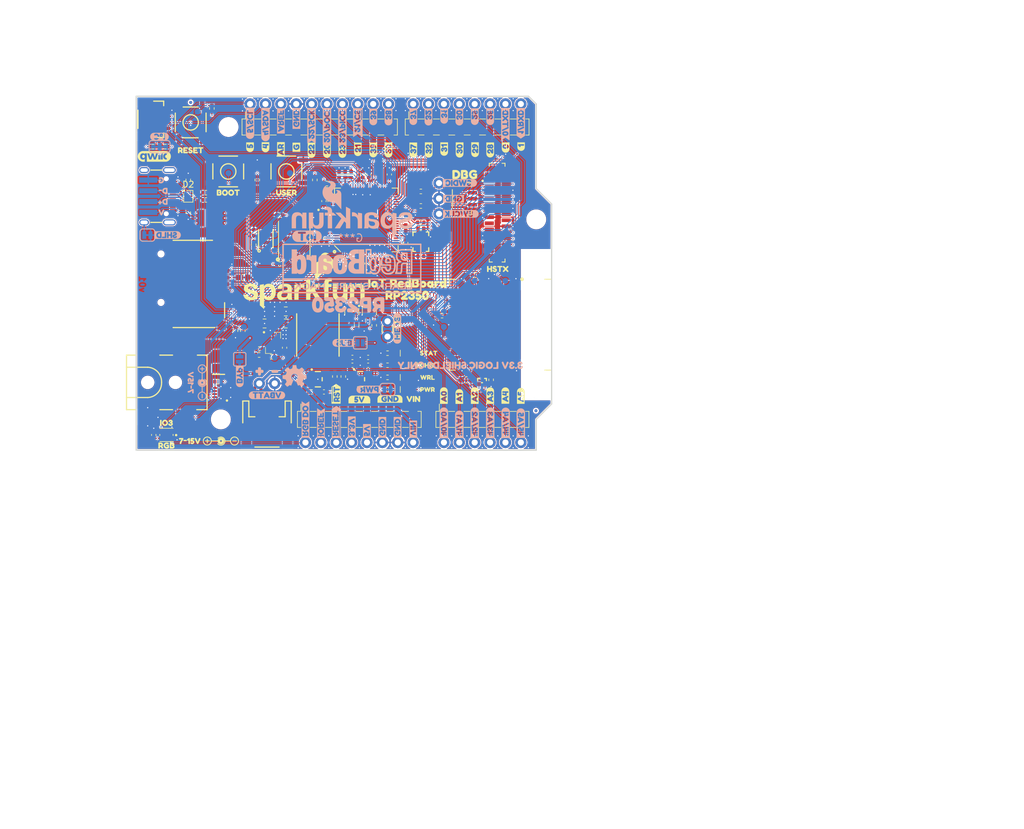
<source format=kicad_pcb>
(kicad_pcb (version 20240108) (generator "pcbnew") (generator_version "8.0")
  (title_block (title "SparkFun IoT RedBoard - RP2350") (date "2024-12-17") (rev "v01") (company "SparkFun Electronics") (comment 1 "Designed by: Alex Brudner"))
  (layers (0 "F.Cu" signal) (1 "In1.Cu" signal) (2 "In2.Cu" signal) (31 "B.Cu" signal) (34 "B.Paste" user) (35 "F.Paste" user) (36 "B.SilkS" user "B.Silkscreen") (37 "F.SilkS" user "F.Silkscreen") (38 "B.Mask" user) (39 "F.Mask" user) (44 "Edge.Cuts" user))
  (net 0 "")
  (net 1 "3.3V")
  (net 2 "GND")
  (net 3 "1.1V")
  (net 4 "Net-(U1-VREG_AVDD)")
  (net 5 "Net-(U1-ADC_AVDD)")
  (net 6 "Net-(U1-XIN)")
  (net 7 "/RGB_DOUT")
  (net 8 "VIN")
  (net 9 "/A0")
  (net 10 "5V")
  (net 11 "/A5")
  (net 12 "/A3")
  (net 13 "/A1")
  (net 14 "/A2")
  (net 15 "/A4")
  (net 16 "Net-(U2-VDDBAT)")
  (net 17 "Net-(U1-VREG_LX)")
  (net 18 "Net-(U2-POCI)")
  (net 19 "/Core/WRL_DAT")
  (net 20 "Net-(U2-IRQ)")
  (net 21 "Net-(U1-XOUT)")
  (net 22 "/Core/PSRAM_~{CS}")
  (net 23 "/Core/FLASH_~{CS}")
  (net 24 "/Core/QSPI_D0")
  (net 25 "/Core/USB.D-")
  (net 26 "/Core/QSPI_D1")
  (net 27 "/Core/QSPI_D2")
  (net 28 "/Core/QSPI_D3")
  (net 29 "/Core/SW.CLK")
  (net 30 "/Core/USB.D+")
  (net 31 "/Core/SW.DIO")
  (net 32 "/Core/VIN_MEAS")
  (net 33 "/Core/WRL_~{CS}")
  (net 34 "/Core/WRL_CLK")
  (net 35 "/Core/QSPI_CLK")
  (net 36 "VRAW")
  (net 37 "VDD")
  (net 38 "VBUS")
  (net 39 "VBATT")
  (net 40 "Net-(D3-K)")
  (net 41 "Net-(D3-A)")
  (net 42 "VUSB")
  (net 45 "Net-(JP3-A)")
  (net 46 "Net-(U9-PROG)")
  (net 47 "Net-(C9-Pad1)")
  (net 48 "Net-(U6-NC)")
  (net 49 "Net-(U6-BST)")
  (net 50 "Net-(U6-FB)")
  (net 51 "Net-(JP4-B)")
  (net 52 "Net-(D2-VCC)")
  (net 53 "/Core/RGB_DIN")
  (net 54 "/Core/WRL_IO0")
  (net 55 "Net-(D5-K)")
  (net 56 "/Core/~{STAT}")
  (net 57 "Net-(D6-K)")
  (net 58 "Net-(D7-K)")
  (net 59 "/IO28")
  (net 60 "/IO21_~{CS}")
  (net 61 "/IO20_POCI")
  (net 62 "/Core/~{RESET}")
  (net 63 "/IO22_SCK")
  (net 64 "/IO0_TXD")
  (net 65 "/IO23_PICO")
  (net 66 "/IO1_RXD")
  (net 67 "/IO4_SDA")
  (net 68 "/IO5_SCL")
  (net 71 "Net-(J4-CC2)")
  (net 73 "Net-(J4-SHIELD)")
  (net 74 "Net-(J4-CC1)")
  (net 77 "/Core/IO18_HSTX6")
  (net 78 "/Core/IO15_HSTX3")
  (net 79 "/Core/IO12_HSTX0")
  (net 80 "/Core/IO16_HSTX4")
  (net 81 "/Core/IO13_HSTX1")
  (net 82 "/Core/IO19_HSTX7")
  (net 83 "/Core/IO17_HSTX5")
  (net 84 "/Core/IO14_HSTX2")
  (net 85 "Net-(D1-PadC)")
  (net 87 "/Core/~{SD_DET}")
  (net 88 "/Core/IO11_PICO")
  (net 89 "/Core/IO10_SCK")
  (net 91 "/Core/IO8_POCI")
  (net 93 "/Core/IO9_~{CS}")
  (net 94 "Net-(JP4-A)")
  (net 95 "Net-(JP6-B)")
  (net 96 "/Core/WRL_IO2")
  (net 97 "/Core/~{BOOT}")
  (net 98 "/Core/5V_SRC")
  (net 99 "Net-(U10-EN)")
  (net 100 "/Core/~{BALRT}")
  (net 101 "/Core/~{USER_BTN}")
  (net 102 "/Core/WRL_ON")
  (net 103 "Net-(U6-PG)")
  (net 104 "/Core/~{BARREL}")
  (net 111 "/Core/~{BATT_PWR}")
  (net 112 "Net-(JP3-C)")
  (net 113 "Net-(U1-SWCLK)")
  (net 114 "Net-(U1-SWDIO)")
  (net 117 "/UD-")
  (net 118 "/USBC-")
  (net 119 "/USBC+")
  (net 120 "/UD+")
  (net 121 "/IO39")
  (net 122 "/IO38")
  (net 123 "/IO32")
  (net 124 "/IO31")
  (net 125 "/IO29")
  (net 126 "/IO30")
  (net 127 "/IO37")
  (footprint "SparkFun-Capacitor:C_0402_1005Metric" (layer "F.Cu") (at 155.37 93.96 -90)
    (property "Reference" "C15")
    (property "Value" "0.1uF")
  )
  (footprint "SparkFun-Connector:JST_SMD_1.0mm-3_Vertical" (layer "F.Cu") (at 167.6665 82.96 90)
    (property "Reference" "J12")
    (property "Value" "JST_1mm_3_Vertical")
  )
  (footprint "kibuzzard-67608F94" (layer "F.Cu") (at 161.32 116.01)
    (property "Reference" "kibuzzard-67608F94" (hide yes))
    (property "Value" "G***" (hide yes))
  )
  (footprint "SparkFun-Resistor:R_0402_1005Metric" (layer "F.Cu") (at 174.17 112.86 90)
    (property "Reference" "R15")
    (property "Value" "10k")
  )
  (footprint "kibuzzard-67608C5B" (layer "F.Cu") (at 163.87 74.91 90)
    (property "Reference" "kibuzzard-67608C5B" (hide yes))
    (property "Value" "G***" (hide yes))
  )
  (footprint "SparkFun-Aesthetic:Creative_Commons_License" (layer "F.Cu") (at 215.265 168.91)
    (property "Reference" "G3" (hide yes))
    (property "Value" "OSHW_Logo" (hide yes))
  )
  (footprint "SparkFun-Board:RedBoard" (layer "F.Cu") (at 149.87 95.26)
    (property "Reference" "H1")
    (property "Value" "RedBoard")
    (fp_line (start -34.29 -29.21) (end -34.29 29.21) (stroke (width 0.2)) (layer "Edge.Cuts"))
    (fp_line (start -34.29 -29.21) (end 30.48 -29.21) (stroke (width 0.2)) (layer "Edge.Cuts"))
    (fp_line (start -34.29 29.21) (end 31.75 29.21) (stroke (width 0.2)) (layer "Edge.Cuts"))
    (fp_line (start 30.48 -29.21) (end 31.75 -27.94) (stroke (width 0.2)) (layer "Edge.Cuts"))
    (fp_line (start 31.75 -27.94) (end 31.75 -13.97) (stroke (width 0.2)) (layer "Edge.Cuts"))
    (fp_line (start 31.75 -13.97) (end 34.29 -11.43) (stroke (width 0.2)) (layer "Edge.Cuts"))
    (fp_line (start 31.75 24.13) (end 34.29 21.59) (stroke (width 0.2)) (layer "Edge.Cuts"))
    (fp_line (start 31.75 29.21) (end 31.75 24.13) (stroke (width 0.2)) (layer "Edge.Cuts"))
    (fp_line (start 34.29 -11.43) (end 34.29 21.59) (stroke (width 0.2)) (layer "Edge.Cuts"))
  )
  (footprint "SparkFun-Capacitor:C_0402_1005Metric" (layer "F.Cu") (at 150.77 93.56 -90)
    (property "Reference" "C14")
    (property "Value" "0.1uF")
  )
  (footprint "SparkFun-LED:LED_0603_1608Metric_Blue" (layer "F.Cu") (at 160.57 112.46)
    (property "Reference" "D5")
    (property "Value" "Blue")
  )
  (footprint "kibuzzard-67608E02" (layer "F.Cu") (at 166.37 115.46 90)
    (property "Reference" "kibuzzard-67608E02" (hide yes))
    (property "Value" "G***" (hide yes))
  )
  (footprint "kibuzzard-67608B72" (layer "F.Cu") (at 147.07 74.96 90)
    (property "Reference" "kibuzzard-67608B72" (hide yes))
    (property "Value" "G***" (hide yes))
  )
  (footprint "SparkFun-Fuse:1812" (layer "F.Cu") (at 132.67 109.46 90)
    (property "Reference" "F1")
    (property "Value" "16V/2.5A/5.0A")
  )
  (footprint "kibuzzard-67608CF1" (layer "F.Cu") (at 179.07 115.51 90)
    (property "Reference" "kibuzzard-67608CF1" (hide yes))
    (property "Value" "G***" (hide yes))
  )
  (footprint "kibuzzard-6761DF7C" (layer "F.Cu") (at 139.47 74.76 90)
    (property "Reference" "kibuzzard-6761DF7C" (hide yes))
    (property "Value" "G***" (hide yes))
  )
  (footprint "SparkFun-Capacitor:C_0402_1005Metric" (layer "F.Cu") (at 134.975 88.5516 90)
    (property "Reference" "C20")
    (property "Value" "0.1uF")
  )
  (footprint "SparkFun-Resistor:R_0402_1005Metric" (layer "F.Cu") (at 157.07 108.46)
    (property "Reference" "R29")
    (property "Value" "2.2k")
  )
  (footprint "kibuzzard-67608599" (layer "F.Cu") (at 160.32 96.86)
    (property "Reference" "kibuzzard-67608599" (hide yes))
    (property "Value" "G***" (hide yes))
  )
  (footprint "SparkFun-Switch:Push_SMD_5.2x5.2mm_h2.5mm" (layer "F.Cu") (at 140.37 78.46)
    (property "Reference" "SW3")
    (property "Value" "USER")
  )
  (footprint "kibuzzard-67608CA9" (layer "F.Cu") (at 174.02 74.91 90)
    (property "Reference" "kibuzzard-67608CA9" (hide yes))
    (property "Value" "G***" (hide yes))
  )
  (footprint "kibuzzard-6761DE89" (layer "F.Cu") (at 130.77 81.96)
    (property "Reference" "kibuzzard-6761DE89" (hide yes))
    (property "Value" "G***" (hide yes))
  )
  (footprint "SparkFun-Resistor:R_0402_1005Metric" (layer "F.Cu") (at 131.97 104.76 90)
    (property "Reference" "R27")
    (property "Value" "10k")
  )
  (footprint "kibuzzard-676083AD" (layer "F.Cu") (at 158.67 104.36 90)
    (property "Reference" "kibuzzard-676083AD" (hide yes))
    (property "Value" "G***" (hide yes))
  )
  (footprint "SparkFun-Capacitor:C_0402_1005Metric" (layer "F.Cu") (at 162.57 92.46 180)
    (property "Reference" "C7")
    (property "Value" "15pF")
  )
  (footprint "kibuzzard-67608B85" (layer "F.Cu") (at 144.52 74.96 90)
    (property "Reference" "kibuzzard-67608B85" (hide yes))
    (property "Value" "G***" (hide yes))
  )
  (footprint "SparkFun-Resistor:R_0402_1005Metric" (layer "F.Cu") (at 157.07 110.46 180)
    (property "Reference" "R22")
    (property "Value" "4.7k")
  )
  (footprint "SparkFun-Semiconductor-Standard:USON-8_3x2mm-SkinnyCenterPad" (layer "F.Cu") (at 136.97 89.56 90)
    (property "Reference" "U4")
    (property "Value" "APS6404L-3SQR-ZR")
  )
  (footprint "kibuzzard-67608C2D" (layer "F.Cu") (at 154.72 74.91 90)
    (property "Reference" "kibuzzard-67608C2D" (hide yes))
    (property "Value" "G***" (hide yes))
  )
  (footprint "kibuzzard-67608F6B" (layer "F.Cu") (at 152.42 116.11)
    (property "Reference" "kibuzzard-67608F6B" (hide yes))
    (property "Value" "G***" (hide yes))
  )
  (footprint "SparkFun-Resistor:R_0402_1005Metric" (layer "F.Cu") (at 137.87 109.06 180)
    (property "Reference" "R20")
    (property "Value" "41.2k")
  )
  (footprint "SparkFun-Connector:1x03" (layer "F.Cu") (at 165.57 85.46 90)
    (property "Reference" "J10")
    (property "Value" "Conn_01x03")
  )
  (footprint "kibuzzard-67608D56" (layer "F.Cu") (at 171.47 115.46 90)
    (property "Reference" "kibuzzard-67608D56" (hide yes))
    (property "Value" "G***" (hide yes))
  )
  (footprint "SparkFun-Connector:1x08_SMD_Combined" (layer "F.Cu") (at 152.41 119.39 90)
    (property "Reference" "J1" (hide yes))
    (property "Value" "Conn_01x08_SMD_Combined")
  )
  (footprint "SparkFun-Capacitor:C_0402_1005Metric" (layer "F.Cu") (at 162.57 87.86)
    (property "Reference" "C9")
    (property "Value" "15pF")
  )
  (footprint "SparkFun-Hardware:Standoff" (layer "F.Cu") (at 181.62 114.31)
    (property "Reference" "ST4")
    (property "Value" "Standoff")
  )
  (footprint "SparkFun-Resistor:R_0402_1005Metric" (layer "F.Cu") (at 166.07 102.26 180)
    (property "Reference" "R14")
    (property "Value" "10k")
  )
  (footprint "SparkFun-Capacitor:C_0402_1005Metric" (layer "F.Cu") (at 153.87 109.16 180)
    (property "Reference" "C25")
    (property "Value" "0.1uF")
  )
  (footprint "SparkFun-Capacitor:C_0402_1005Metric" (layer "F.Cu") (at 153.87 110.46 180)
    (property "Reference" "C30")
    (property "Value" "2.2uF")
  )
  (footprint "SparkFun-Resistor:R_0402_1005Metric" (layer "F.Cu") (at 151.97 103.86 -90)
    (property "Reference" "R18")
    (property "Value" "10k")
  )
  (footprint "SparkFun-Capacitor:C_0402_1005Metric" (layer "F.Cu") (at 151.27 109.16)
    (property "Reference" "C27")
    (property "Value" "0.1uF")
  )
  (footprint "SparkFun-Fuse:1210" (layer "F.Cu") (at 152.57 106.76 180)
    (property "Reference" "F3")
    (property "Value" "6V/2.0A/4.0A")
  )
  (footprint "SparkFun-Resistor:R_0402_1005Metric" (layer "F.Cu") (at 134.975 90.5516 90)
    (property "Reference" "R17")
    (property "Value" "10k")
  )
  (footprint "SparkFun-Resistor:R_0402_1005Metric" (layer "F.Cu") (at 120.37 74.36)
    (property "Reference" "R5")
    (property "Value" "2.2k")
  )
  (footprint "SparkFun-Aesthetic:Fiducial_0.5mm_Mask1mm" (layer "F.Cu") (at 181.57 117.96)
    (property "Reference" "FID4")
    (property "Value" "Fiducial_0.5mm")
  )
  (footprint "SparkFun-Aesthetic:qwiic_5.5mm" (layer "F.Cu") (at 118.57 75.96)
    (property "Reference" "G***" (hide yes))
    (property "Value" "LOGO" (hide yes))
  )
  (footprint "SparkFun-Resistor:R_0402_1005Metric" (layer "F.Cu") (at 162.57 86.86 180)
    (property "Reference" "R10")
    (property "Value" "1k")
  )
  (footprint "SparkFun-Semiconductor-Standard:SC-89 SOT-490" (layer "F.Cu") (at 172.67 112.46)
    (property "Reference" "Q1")
    (property "Value" "RE1C001ZPTL")
  )
  (footprint "SparkFun-Resistor:R_0402_1005Metric" (layer "F.Cu") (at 162.57 84.16 180)
    (property "Reference" "R11")
    (property "Value" "100")
  )
  (footprint "SparkFun-Resistor:R_0402_1005Metric" (layer "F.Cu") (at 127.07 83.16)
    (property "Reference" "R3")
    (property "Value" "27")
  )
  (footprint "SparkFun-Capacitor:C_0603_1608Metric" (layer "F.Cu") (at 133.17 95.96)
    (property "Reference" "C33")
    (property "Value" "10uF")
  )
  (footprint "SparkFun-Capacitor:C_0402_1005Metric" (layer "F.Cu") (at 146.57 83.36 -90)
    (property "Reference" "C10")
    (property "Value" "4.7uF")
  )
  (footprint "SparkFun-Aesthetic:Fiducial_0.5mm_Mask1mm" (layer "F.Cu") (at 124.57 67.06)
    (property "Reference" "FID1")
    (property "Value" "Fiducial_0.5mm")
  )
  (footprint "SparkFun-Capacitor:C_0402_1005Metric" (layer "F.Cu") (at 146.17 89.46 -90)
    (property "Reference" "C18")
    (property "Value" "0.1uF")
  )
  (footprint "kibuzzard-67608BA5" (layer "F.Cu") (at 134.37 74.46 90)
    (property "Reference" "kibuzzard-67608BA5" (hide yes))
    (property "Value" "G***" (hide yes))
  )
  (footprint "kibuzzard-67608612" (layer "F.Cu") (at 160.32 98.91)
    (property "Reference" "kibuzzard-67608612" (hide yes))
    (property "Value" "G***" (hide yes))
  )
  (footprint "SparkFun-Coil:Inductor_7.3x6.6mm" (layer "F.Cu") (at 145.57 105.46 90)
    (property "Reference" "L3")
    (property "Value" "6.8uH")
  )
  (footprint "SparkFun-Semiconductor-Standard:DFN-8" (layer "F.Cu") (at 129.57 114.96 180)
    (property "Reference" "U8")
    (property "Value" "MAX17048")
  )
  (footprint "SparkFun-Semiconductor-Standard:SOT-583-8" (layer "F.Cu") (at 154.07 101.46 -90)
    (property "Reference" "U7")
    (property "Value" "LM66200")
  )
  (footprint "SparkFun-Capacitor:C_0402_1005Metric" (layer "F.Cu") (at 160.07 87.76 -90)
    (property "Reference" "C16")
    (property "Value" "0.1uF")
  )
  (footprint "SparkFun-Resistor:R_0402_1005Metric" (layer "F.Cu") (at 124.17 79.86 -90)
    (property "Reference" "R2")
    (property "Value" "5.1k")
  )
  (footprint "kibuzzard-67608BED" (layer "F.Cu") (at 152.17 74.81 90)
    (property "Reference" "kibuzzard-67608BED" (hide yes))
    (property "Value" "G***" (hide yes))
  )
  (footprint "SparkFun-Resistor:R_0402_1005Metric" (layer "F.Cu") (at 145.07 79.86 90)
    (property "Reference" "R32")
    (property "Value" "10k")
  )
  (footprint "kibuzzard-67608C7C" (layer "F.Cu") (at 168.97 74.91 90)
    (property "Reference" "kibuzzard-67608C7C" (hide yes))
    (property "Value" "G***" (hide yes))
  )
  (footprint "SparkFun-Resistor:R_0402_1005Metric" (layer "F.Cu") (at 157.07 114.46)
    (property "Reference" "R30")
    (property "Value" "4.7k")
  )
  (footprint "SparkFun-Connector:1x06_SMD_Combined" (layer "F.Cu") (at 172.73 119.39 90)
    (property "Reference" "J2" (hide yes))
    (property "Value" "Conn_01x06_SMD_Combined")
  )
  (footprint "SparkFun-Capacitor:C_0402_1005Metric" (layer "F.Cu") (at 150.07 78.96 -90)
    (property "Reference" "C3")
    (property "Value" "4.7uF")
  )
  (footprint "SparkFun-LED:LED_0603_1608Metric_Red" (layer "F.Cu") (at 160.57 114.46)
    (property "Reference" "D7")
    (property "Value" "Red")
  )
  (footprint "kibuzzard-676089E6" (layer "F.Cu") (at 124.42 122.96)
    (property "Reference" "kibuzzard-676089E6" (hide yes))
    (property "Value" "G***" (hide yes))
  )
  (footprint "kibuzzard-67608DF4" (layer "F.Cu") (at 168.92 115.61 90)
    (property "Reference" "kibuzzard-67608DF4" (hide yes))
    (property "Value" "G***" (hide yes))
  )
  (footprint "SparkFun-Capacitor:C_0805_2012Metric" (layer "F.Cu") (at 136.77 103.56)
    (property "Reference" "C21")
    (property "Value" "22uF")
  )
  (footprint "SparkFun-Resistor:R_0402_1005Metric" (layer "F.Cu") (at 139.27 93.76 180)
    (property "Reference" "R16")
    (property "Value" "10k")
  )
  (footprint "kibuzzard-6761DE7B" (layer "F.Cu") (at 140.37 81.96)
    (property "Reference" "kibuzzard-6761DE7B" (hide yes))
    (property "Value" "G***" (hide yes))
  )
  (footprint "SparkFun-Semiconductor-Standard:WDFN-8_6x5mm-SkinnyCenterPad" (layer "F.Cu") (at 141.67 89.66 90)
    (property "Reference" "U3")
    (property "Value" "W25Q128JVPIM")
  )
  (footprint "SparkFun-Connector:microSD_External_Pin" (layer "F.Cu") (at 119.67 97.028 -90)
    (property "Reference" "J14")
    (property "Value" "microSD")
  )
  (footprint "kibuzzard-67608548" (layer "F.Cu") (at 135.92 111.46)
    (property "Reference" "kibuzzard-67608548" (hide yes))
    (property "Value" "G***" (hide yes))
  )
  (footprint "SparkFun-Fuse:1210" (layer "F.Cu") (at 127.87 86.16)
    (property "Reference" "F2")
    (property "Value" "6V/2.0A/4.0A")
  )
  (footprint "kibuzzard-6761DF2F" (layer "F.Cu") (at 142.02 74.46 90)
    (property "Reference" "kibuzzard-6761DF2F" (hide yes))
    (property "Value" "G***" (hide yes))
  )
  (footprint "SparkFun-Capacitor:C_0603_1608Metric" (layer "F.Cu") (at 170.07 112.86 180)
    (property "Reference" "L2")
    (property "Value" "470Ohm")
  )
  (footprint "SparkFun-Clock:Crystal_SMD_2.5x2.0mm" (layer "F.Cu") (at 162.57 90.06 90)
    (property "Reference" "Y1")
    (property "Value" "12MHz")
  )
  (footprint "kibuzzard-67576718" (layer "F.Cu") (at 163.67 112.46)
    (property "Reference" "kibuzzard-67576718" (hide yes))
    (property "Value" "G***" (hide yes))
  )
  (footprint "kibuzzard-67608C4F" (layer "F.Cu") (at 161.32 74.91 90)
    (property "Reference" "kibuzzard-67608C4F" (hide yes))
    (property "Value" "G***" (hide yes))
  )
  (footprint "kibuzzard-67608BC2" (layer "F.Cu") (at 136.92 74.46 90)
    (property "Reference" "kibuzzard-67608BC2" (hide yes))
    (property "Value" "G***" (hide yes))
  )
  (footprint "kibuzzard-67608C9A" (layer "F.Cu") (at 171.52 74.86 90)
    (property "Reference" "kibuzzard-67608C9A" (hide yes))
    (property "Value" "G***" (hide yes))
  )
  (footprint "SparkFun-Hardware:Standoff" (layer "F.Cu") (at 181.62 86.37)
    (property "Reference" "ST3")
    (property "Value" "Standoff")
  )
  (footprint "kibuzzard-67608D10" (layer "F.Cu") (at 174.02 115.46 90)
    (property "Reference" "kibuzzard-67608D10" (hide yes))
    (property "Value" "G***" (hide yes))
  )
  (footprint "SparkFun-Semiconductor-Standard:SMA" (layer "F.Cu") (at 129.17 108.96 90)
    (property "Reference" "D1")
    (property "Value" "SK34A")
  )
  (footprint "SparkFun-Capacitor:C_0402_1005Metric" (layer "F.Cu") (at 160.57 85.66 180)
    (property "Reference" "C1")
    (property "Value" "4.7uF")
  )
  (footprint "SparkFun-Aesthetic:SparkFun_Logo_20mm" (layer "F.Cu") (at 142.97 98.26)
    (property "Reference" "G***" (hide yes))
    (property "Value" "LOGO" (hide yes))
  )
  (footprint "SparkFun-Aesthetic:POLARITY_MARKING_CENTER_POSITIVE" (layer "F.Cu") (at 129.57 122.96 180)
    (property "Reference" "Ref**" (hide yes))
    (property "Value" "Val**" (hide yes))
  )
  (footprint "kibuzzard-67608CBD" (layer "F.Cu") (at 176.57 74.51 90)
    (property "Reference" "kibuzzard-67608CBD" (hide yes))
    (property "Value" "G***" (hide yes))
  )
  (footprint "kibuzzard-67608CFE" (layer "F.Cu") (at 176.52 115.46 90)
    (property "Reference" "kibuzzard-67608CFE" (hide yes))
    (property "Value" "G***" (hide yes))
  )
  (footprint "SparkFun-Switch:Push_SMD_5.2x5.2mm_h2.5mm" (layer "F.Cu") (at 130.77 78.46)
    (property "Reference" "SW1")
    (property "Value" "BOOT")
  )
  (footprint "SparkFun-Capacitor:C_0402_1005Metric" (layer "F.Cu") (at 118.47 121.96 90)
    (property "Reference" "C32")
    (property "Value" "0.1uF")
  )
  (footprint "SparkFun-LED:LED_0603_1608Metric_Blue" (layer "F.Cu") (at 160.57 108.46)
    (property "Reference" "D6")
    (property "Value" "Blue")
  )
  (footprint "SparkFun-Capacitor:C_0402_1005Metric" (layer "F.Cu") (at 135.87 107.76)
    (property "Reference" "C23")
    (property "Value" "47pF")
  )
  (footprint "SparkFun-Resistor:R_0402_1005Metric" (layer "F.Cu") (at 135.87 108.76 180)
    (property "Reference" "R19")
    (property "Value" "220k")
  )
  (footprint "SparkFun-Semiconductor-Standard:QFN-80-1EP_10x10mm_P0.4mm_EP3.4x3.4mm" (layer "F.Cu") (at 153.57 86.46 90)
    (property "Reference" "U1")
    (property "Value" "RP2350B")
  )
  (footprint "SparkFun-Capacitor:C_0402_1005Metric" (layer "F.Cu") (at 144.57 114.86)
    (property "Reference" "C31")
    (property "Value" "4.7uF")
  )
  (footprint "SparkFun-Connector:JST_SMD_1.0mm-4_RA" (layer "F.Cu") (at 120.459 69.85 -90)
    (property "Reference" "J13")
    (property "Value" "Qwiic_RA")
  )
  (footprint "kibuzzard-676084E8" (layer "F.Cu") (at 120.57 119.96)
    (property "Reference" "kibuzzard-676084E8" (hide yes))
    (property "Value" "G***" (hide yes))
  )
  (footprint "kibuzzard-67576710" (layer "F.Cu") (at 163.57 110.46)
    (property "Reference" "kibuzzard-67576710" (hide yes))
    (property "Value" "G***" (hide yes))
  )
  (footprint "kibuzzard-67608565" (layer "F.Cu") (at 138.47 111.46)
    (property "Reference" "kibuzzard-67608565" (hide yes))
    (property "Value" "G***" (hide yes))
  )
  (footprint "kibuzzard-675766BF" (layer "F.Cu") (at 163.67 114.46)
    (property "Reference" "kibuzzard-675766BF" (hide yes))
    (property "Value" "G***" (hide yes))
  )
  (footprint "SparkFun-Capacitor:C_0402_1005Metric" (layer "F.Cu") (at 149.07 78.96 90)
    (property "Reference" "C8")
    (property "Value" "0.1uF")
  )
  (footprint "SparkFun-Resistor:R_0402_1005Metric" (layer "F.Cu") (at 129.07 113.16)
    (property "Reference" "R24")
    (property "Value" "10k")
  )
  (footprint "SparkFun-Capacitor:C_0402_1005Metric" (layer "F.Cu") (at 151.27 110.46)
    (property "Reference" "C29")
    (property "Value" "2.2uF")
  )
  (footprint "SparkFun-LED:WS2812_2020" (layer "F.Cu") (at 120.57 121.96)
    (property "Reference" "D4")
    (property "Value" "WS2812B")
  )
  (footprint "SparkFun-Resistor:R_0402_1005Metric" (layer "F.Cu") (at 118.37 74.36 180)
    (property "Reference" "R6")
    (property "Value" "2.2k")
  )
  (footprint "SparkFun-Connector:1x10_SMD_Combined" (layer "F.Cu") (at 145.806 71.12 90)
    (property "Reference" "J8" (hide yes))
    (property "Value" "Conn_01x10_SMD_Combined")
  )
  (footprint "kibuzzard-67608476" (layer "F.Cu") (at 175.27 94.56)
    (property "Reference" "kibuzzard-67608476" (hide yes))
    (property "Value" "G***" (hide yes))
  )
  (footprint "SparkFun-Capacitor:C_0402_1005Metric" (layer "F.Cu") (at 140.07 107.56 90)
    (property "Reference" "C22")
    (property "Value" "0.1uF")
  )
  (footprint "kibuzzard-67608C3D" (layer "F.Cu") (at 157.22 74.91 90)
    (property "Reference" "kibuzzard-67608C3D" (hide yes))
    (property "Value" "G***" (hide yes))
  )
  (footprint "SparkFun-Coil:0806_Polarized" (layer "F.Cu") (at 145.07 83.46 90)
    (property "Reference" "L1")
    (property "Value" "3.3uH")
  )
  (footprint "SparkFun-Capacitor:C_0402_1005Metric" (layer "F.Cu") (at 146.57 114.86 180)
    (property "Reference" "C28")
    (property "Value" "2.2uF")
  )
  (footprint "SparkFun-Resistor:R_0402_1005Metric" (layer "F.Cu") (at 135.57 79.86 -90)
    (property "Reference" "R9")
    (property "Value" "1k")
  )
  (footprint "kibuzzard-67608BDC" (layer "F.Cu") (at 149.62 74.96 90)
    (property "Reference" "kibuzzard-67608BDC" (hide yes))
    (property "Value" "G***" (hide yes))
  )
  (footprint "Package_TO_SOT_SMD:SOT-886" (layer "F.Cu") (at 124.17 82.56)
    (property "Reference" "D2")
    (property "Value" "PRTR5V0U2F")
  )
  (footprint "SparkFun-Semiconductor-Standard:SOT23-5" (layer "F.Cu") (at 152.57 112.76)
    (property "Reference" "U10")
    (property "Value" "RT9080-3.3")
  )
  (footprint "kibuzzard-6760897E" (layer "F.Cu") (at 169.82 78.96)
    (property "Reference" "kibuzzard-6760897E" (hide yes))
    (property "Value" "G***" (hide yes))
  )
  (footprint "SparkFun-Capacitor:C_0402_1005Metric" (layer "F.Cu") (at 146.07 86.06 180)
    (property "Reference" "C13")
    (property "Value" "0.1uF")
  )
  (footprint "SparkFun-Capacitor:C_0805_2012Metric" (layer "F.Cu") (at 140.27 101.56 180)
    (property "Reference" "C26")
    (property "Value" "22uF")
  )
  (footprint "kibuzzard-67608CCA" (layer "F.Cu") (at 179.12 74.36 90)
    (property "Reference" "kibuzzard-67608CCA" (hide yes))
    (property "Value" "G***" (hide yes))
  )
  (footprint "SparkFun-Capacitor:C_0402_1005Metric" (layer "F.Cu") (at 147.57 83.36 -90)
    (property "Reference" "C6")
    (property "Value" "4.7uF")
  )
  (footprint "SparkFun-Resistor:R_0402_1005Metric" (layer "F.Cu") (at 128.07 68.06 -90)
    (property "Reference" "R31")
    (property "Value" "10k")
  )
  (footprint "SparkFun-Connector:JST_SMD_2.0mm-2" (layer "F.Cu") (at 137.17 120.96 180)
    (property "Reference" "J7")
    (property "Value" "JST_2mm_LiPo")
  )
  (footprint "SparkFun-Resistor:R_0402_1005Metric" (layer "F.Cu") (at 171.57 95.56)
    (property "Reference" "R13")
    (property "Value" "470")
  )
  (footprint "SparkFun-Resistor:R_0402_1005Metric" (layer "F.Cu") (at 149.77 112.31 -90)
    (property "Reference" "R23")
    (property "Value" "100k")
  )
  (footprint "SparkFun-Capacitor:C_0402_1005Metric" (layer "F.Cu") (at 160.07 90.26 -90)
    (property "Reference" "C11")
    (property "Value" "0.1uF")
  )
  (footprint "kibuzzard-6757671D" (layer "F.Cu") (at 163.87 108.46)
    (property "Reference" "kibuzzard-6757671D" (hide yes))
    (property "Value" "G***" (hide yes))
  )
  (footprint "SparkFun-Semiconductor-Standard:SOT-583-8" (layer "F.Cu") (at 151.17 101.46 -90)
    (property "Reference" "U5")
    (property "Value" "LM66200")
  )
  (footprint "SparkFun-Capacitor:C_0805_2012Metric" (layer "F.Cu") (at 140.27 103.56 180)
    (property "Reference" "C24")
    (property "Value" "22uF")
  )
  (footprint "SparkFun-RF:RM2_Tight" (layer "F.Cu") (at 175.77 103.76 -90)
    (property "Reference" "U2")
    (property "Value" "RM2")
  )
  (footprint "SparkFun-Resistor:R_0402_1005Metric" (layer "F.Cu") (at 162.57 81.76 180)
    (property "Reference" "R12")
    (property "Value" "100")
  )
  (footprint "SparkFun-LED:LED_0603_1608Metric_Yellow" (layer "F.Cu") (at 160.57 110.46 180)
    (property "Reference" "D3")
    (property "Value" "Yellow")
  )
  (footprint "SparkFun-Capacitor:C_0402_1005Metric" (layer "F.Cu") (at 153.67 93.66 -90)
    (property "Reference" "C4")
    (property "Value" "0.1uF")
  )
  (footprint "kibuzzard-67608507" (layer "F.Cu") (at 120.57 123.71)
    (property "Reference" "kibuzzard-67608507" (hide yes))
    (property "Value" "G***" (hide yes))
  )
  (footprint "SparkFun-Resistor:R_0402_1005Metric" (layer "F.Cu") (at 154.87 103.86 -90)
    (property "Reference" "R21")
    (property "Value" "10k")
  )
  (footprint "SparkFun-Resistor:R_0402_1005Metric" (layer "F.Cu") (at 124.17 85.26 90)
    (property "Reference" "R1")
    (property "Value" "5.1k")
  )
  (footprint "SparkFun-Semiconductor-Standard:PowerVFDFN-13" (layer "F.Cu") (at 138.17 106.76)
    (property "Reference" "U6")
    (property "Value" "AP63357DV-7")
  )
  (footprint "SparkFun-Resistor:R_0402_1005Metric" (layer "F.Cu") (at 133.17 104.76 -90)
    (property "Reference" "R26")
    (property "Value" "41.2k")
  )
  (footprint "SparkFun-Semiconductor-Standard:SOT23-5" (layer "F.Cu") (at 145.57 112.76)
    (property "Reference" "U9")
    (property "Value" "MCP73831")
  )
  (footprint "SparkFun-Connector:FPC_0.5mm-22_Vertical" (layer "F.Cu") (at 175.27 85.26 -90)
    (property "Reference" "J11")
    (property "Value" "Conn_01x22_FPC_0.5mm_HSTX_Vertical")
  )
  (footprint "SparkFun-Hardware:Standoff" (layer "F.Cu") (at 130.82 71.12)
    (property "Reference" "ST1")
    (property "Value" "Standoff")
  )
  (footprint "SparkFun-Jumper:Jumper_2_PTH_SMD_Combo-NC" (layer "F.Cu") (at 157.07 104.46 -90)
    (property "Reference" "JP4")
    (property "Value" "MEAS")
  )
  (footprint "kibuzzard-6760981A" (layer "F.Cu") (at 148.57 115.16 90)
    (property "Reference" "kibuzzard-6760981A" (hide yes))
    (property "Value" "G***" (hide yes))
  )
  (footprint "SparkFun-Capacitor:C_0402_1005Metric" (layer "F.Cu") (at 139.27 85.66 180)
    (property "Reference" "C19")
    (property "Value" "0.1uF")
  )
  (footprint "SparkFun-Resistor:R_0402_1005Metric" (layer "F.Cu") (at 127.07 81.96)
    (property "Reference" "R4")
    (property "Value" "27")
  )
  (footprint "SparkFun-Connector:Power_Jack_SMD" (layer "F.Cu") (at 117.475 113.284)
    (property "Reference" "J3")
    (property "Value" "Barrel_Jack_SMD")
  )
  (footprint "SparkFun-Capacitor:C_0402_1005Metric" (layer "F.Cu") (at 157.37 78.96 90)
    (property "Reference" "C17")
    (property "Value" "0.1uF")
  )
  (footprint "SparkFun-Resistor:R_0402_1005Metric" (layer "F.Cu") (at 151.07 78.96 90)
    (property "Reference" "R7")
    (property "Value" "200")
  )
  (footprint "kibuzzard-67608E95" (layer "F.Cu") (at 157.47 116.01)
    (property "Reference" "kibuzzard-67608E95" (hide yes))
    (property "Value" "G***" (hide yes))
  )
  (footprint "SparkFun-Connector:1x02" (layer "F.Cu") (at 135.9 113.46)
    (property "Reference" "J6")
    (property "Value" "Conn_01x02")
  )
  (footprint "SparkFun-Connector:1x08_SMD_Combined" (layer "F.Cu") (at 170.2154 71.12 90)
    (property "Reference" "J9" (hide yes))
    (property "Value" "Conn_01x08_SMD_Combined")
  )
  (footprint "SparkFun-Capacitor:C_0402_1005Metric" (layer "F.Cu") (at 147.07 81.46)
    (property "Reference" "C5")
    (property "Value" "4.7uF")
  )
  (footprint "SparkFun-Capacitor:C_0402_1005Metric" (layer "F.Cu") (at 153.97 78.96 90)
    (property "Reference" "C12")
    (property "Value" "0.1uF")
  )
  (footprint "SparkFun-Resistor:R_0402_1005Metric" (layer "F.Cu") (at 157.07 112.46)
    (property "Reference" "R28")
    (property "Value" "2.2k")
  )
  (footprint "SparkFun-Resistor:R_0402_1005Metric" (layer "F.Cu") (at 148.37 112.31 90)
    (property "Reference" "R25")
    (property "Value" "2.2k")
  )
  (footprint "SparkFun-Switch:Push_SMD_5.2x5.2mm_h2.5mm" (layer "F.Cu") (at 124.57 70.36 90)
    (property "Reference" "SW2")
    (property "Value" "RESET")
  )
  (footprint "SparkFun-Connector:USB-C_16" (layer "F.Cu") (at 121.97625 82.55 -90)
    (property "Reference" "J4")
    (property "Value" "USB_C_Receptacle")
  )
  (footprint "SparkFun-Resistor:R_0402_1005Metric" (layer "F.Cu") (at 147.07 80.46 180)
    (property "Reference" "R8")
    (property "Value" "33")
  )
  (footprint "SparkFun-Capacitor:C_0402_1005Metric" (layer "F.Cu") (at 152.97 78.96 90)
    (property "Reference" "C2")
    (property "Value" "0.1uF")
  )
  (footprint "kibuzzard-6761DE91" (layer "F.Cu") (at 124.57 74.96)
    (property "Reference" "kibuzzard-6761DE91" (hide yes))
    (property "Value" "G***" (hide yes))
  )
  (footprint "kibuzzard-67608C6C" (layer "F.Cu") (at 166.42 74.76 90)
    (property "Reference" "kibuzzard-67608C6C" (hide yes))
    (property "Value" "G***" (hide yes))
  )
  (footprint "SparkFun-Hardware:Standoff" (layer "F.Cu") (at 129.55 119.39)
    (property "Reference" "ST2")
    (property "Value" "Standoff")
  )
  (footprint "kibuzzard-6760941C" (layer "B.Cu") (at 174.02 69.41 90)
    (property "Reference" "kibuzzard-6760941C" (hide yes))
    (property "Value" "G***" (hide yes))
  )
  (footprint "kibuzzard-67609232" (layer "B.Cu") (at 158.72 120.71 90)
    (property "Reference" "kibuzzard-67609232" (hide yes))
    (property "Value" "G***" (hide yes))
  )
  (footprint "kibuzzard-67609456" (layer "B.Cu") (at 163.82 69.46 90)
    (property "Reference" "kibuzzard-67609456" (hide yes))
    (property "Value" "G***" (hide yes))
  )
  (footprint "SparkFun-Aesthetic:Fiducial_0.5mm_Mask1mm" (layer "B.Cu") (at 124.57 67.06 180)
    (property "Reference" "FID3")
    (property "Value" "Fiducial_0.5mm")
  )
  (footprint "kibuzzard-67609429" (layer "B.Cu") (at 171.47 69.41 90)
    (property "Reference" "kibuzzard-67609429" (hide yes))
    (property "Value" "G***" (hide yes))
  )
  (footprint "SparkFun-Connector:TestPoint-1.0mm" (layer "B.Cu") (at 125.73 68.58 180)
    (property "Reference" "TP10")
    (property "Value" "1.0mm")
  )
  (footprint "kibuzzard-6760893C" (layer "B.Cu") (at 120.77 88.96 180)
    (property "Reference" "kibuzzard-6760893C" (hide yes))
    (property "Value" "G***" (hide yes))
  )
  (footprint "kibuzzard-67608910" (layer "B.Cu") (at 119.42 72.71 180)
    (property "Reference" "kibuzzard-67608910" (hide yes))
    (property "Value" "G***" (hide yes))
  )
  (footprint "kibuzzard-6760951B" (layer "B.Cu") (at 147.07 71.21 90)
    (property "Reference" "kibuzzard-6760951B" (hide yes))
    (property "Value" "G***" (hide yes))
  )
  (footprint "SparkFun-Aesthetic:OSHW_Logo_4mm" (layer "B.Cu") (at 141.72 112.41 180)
    (property "Reference" "Ref**" (hide yes))
    (property "Value" "Val**" (hide yes))
  )
  (footprint "kibuzzard-67609439" (layer "B.Cu") (at 168.92 69.46 90)
    (property "Reference" "kibuzzard-67609439" (hide yes))
    (property "Value" "G***" (hide yes))
  )
  (footprint "kibuzzard-6760934B" (layer "B.Cu") (at 169.17 85.46 180)
    (property "Reference" "kibuzzard-6760934B" (hide yes))
    (property "Value" "G***" (hide yes))
  )
  (footprint "kibuzzard-6760947A" (layer "B.Cu") (at 154.72 69.46 90)
    (property "Reference" "kibuzzard-6760947A" (hide yes))
    (property "Value" "G***" (hide yes))
  )
  (footprint "kibuzzard-676092A4" (layer "B.Cu") (at 148.62 119.81 90)
    (property "Reference" "kibuzzard-676092A4" (hide yes))
    (property "Value" "G***" (hide yes))
  )
  (footprint "SparkFun-Aesthetic:Fiducial_0.5mm_Mask1mm" (layer "B.Cu") (at 181.57 117.96 180)
    (property "Reference" "FID2")
    (property "Value" "Fiducial_0.5mm")
  )
  (footprint "kibuzzard-67609A17" (layer "B.Cu") (at 169.07 110.46 180)
    (property "Reference" "kibuzzard-67609A17" (hide yes))
    (property "Value" "G***" (hide yes))
  )
  (footprint "kibuzzard-6760919A" (layer "B.Cu") (at 171.47 119.96 90)
    (property "Reference" "kibuzzard-6760919A" (hide yes))
    (property "Value" "G***" (hide yes))
  )
  (footprint "kibuzzard-67607EA7" (layer "B.Cu") (at 124.57 113.31 90)
    (property "Reference" "kibuzzard-67607EA7" (hide yes))
    (property "Value" "G***" (hide yes))
  )
  (footprint "kibuzzard-67609587" (layer "B.Cu") (at 134.37 70.51 90)
    (property "Reference" "kibuzzard-67609587" (hide yes))
    (property "Value" "G***" (hide yes))
  )
  (footprint "SparkFun-Connector:TestPoint-1.0mm" (layer "B.Cu") (at 166.37 101.6 180)
    (property "Reference" "TP3")
    (property "Value" "1.0mm")
  )
  (footprint "kibuzzard-676091AE" (layer "B.Cu") (at 168.92 120.21 90)
    (property "Reference" "kibuzzard-676091AE" (hide yes))
    (property "Value" "G***" (hide yes))
  )
  (footprint "kibuzzard-676083AD" (layer "B.Cu") (at 158.67 104.36 90)
    (property "Reference" "kibuzzard-676083AD" (hide yes))
    (property "Value" "G***" (hide yes))
  )
  (footprint "SparkFun-Jumper:Jumper_2_NC_Trace" (layer "B.Cu") (at 117.42 88.96)
    (property "Reference" "JP1")
    (property "Value" "SHLD")
  )
  (footprint "kibuzzard-67608AA5" (layer "B.Cu") (at 119.97 83.46 180)
    (property "Reference" "kibuzzard-67608AA5" (hide yes))
    (property "Value" "G***" (hide yes))
  )
  (footprint "SparkFun-Aesthetic:REDBOARD_LOGO" (layer "B.Cu") (at 151.32 94.46 180)
    (property "Reference" "G***")
    (property "Value" "Redboard")
  )
  (footprint "kibuzzard-6760926E" (layer "B.Cu") (at 153.67 121.31 90)
    (property "Reference" "kibuzzard-6760926E" (hide yes))
    (property "Value" "G***" (hide yes))
  )
  (footprint "kibuzzard-6760944A" (layer "B.Cu") (at 166.42 69.31 90)
    (property "Reference" "kibuzzard-6760944A" (hide yes))
    (property "Value" "G***" (hide yes))
  )
  (footprint "kibuzzard-676080F0" (layer "B.Cu") (at 143.77 89.16 180)
    (property "Reference" "kibuzzard-676080F0" (hide yes))
    (property "Value" "G***" (hide yes))
  )
  (footprint "SparkFun-Connector:TestPoint-1.0mm" (layer "B.Cu") (at 140.97 78.74 90)
    (property "Reference" "TP11")
    (property "Value" "1.0mm")
  )
  (footprint "SparkFun-Aesthetic:SparkFun_Logo_20mm" (layer "B.Cu") (at 151.57 86.46 180)
    (property "Reference" "G***" (hide yes))
    (property "Value" "LOGO" (hide yes))
  )
  (footprint "kibuzzard-67608548" (layer "B.Cu") (at 135.92 111.46)
    (property "Reference" "kibuzzard-67608548" (hide yes))
    (property "Value" "G***" (hide yes))
  )
  (footprint "kibuzzard-6760917F" (layer "B.Cu") (at 174.02 119.96 90)
    (property "Reference" "kibuzzard-6760917F" (hide yes))
    (property "Value" "G***" (hide yes))
  )
  (footprint "SparkFun-Connector:TestPoint-1.0mm" (layer "B.Cu") (at 133.35 104.14 180)
    (property "Reference" "TP1")
    (property "Value" "1.0mm")
  )
  (footprint "kibuzzard-6760916E" (layer "B.Cu") (at 179.07 120.01 90)
    (property "Reference" "kibuzzard-6760916E" (hide yes))
    (property "Value" "G***" (hide yes))
  )
  (footprint "kibuzzard-676094B8" (layer "B.Cu") (at 152.17 70.41 90)
    (property "Reference" "kibuzzard-676094B8" (hide yes))
    (property "Value" "G***" (hide yes))
  )
  (footprint "kibuzzard-67608A8F" (layer "B.Cu") (at 120.02 81.66 180)
    (property "Reference" "kibuzzard-67608A8F" (hide yes))
    (property "Value" "G***" (hide yes))
  )
  (footprint "kibuzzard-67609537" (layer "B.Cu") (at 144.52 70.91 90)
    (property "Reference" "kibuzzard-67609537" (hide yes))
    (property "Value" "G***" (hide yes))
  )
  (footprint "kibuzzard-676092CD" (layer "B.Cu") (at 146.07 120.01 90)
    (property "Reference" "kibuzzard-676092CD" (hide yes))
    (property "Value" "G***" (hide yes))
  )
  (footprint "kibuzzard-67608870" (layer "B.Cu") (at 132.67 112.31 90)
    (property "Reference" "kibuzzard-67608870" (hide yes))
    (property "Value" "G***" (hide yes))
  )
  (footprint "kibuzzard-67609A8A" (layer "B.Cu") (at 153.92 114.46 180)
    (property "Reference" "kibuzzard-67609A8A" (hide yes))
    (property "Value" "G***" (hide yes))
  )
  (footprint "kibuzzard-676094D3" (layer "B.Cu") (at 179.07 70.51 90)
    (property "Reference" "kibuzzard-676094D3" (hide yes))
    (property "Value" "G***" (hide yes))
  )
  (footprint "kibuzzard-6760946E" (layer "B.Cu") (at 157.22 69.46 90)
    (property "Reference" "kibuzzard-6760946E" (hide yes))
    (property "Value" "G***" (hide yes))
  )
  (footprint "kibuzzard-676091D0" (layer "B.Cu") (at 166.37 119.96 90)
    (property "Reference" "kibuzzard-676091D0" (hide yes))
    (property "Value" "G***" (hide yes))
  )
  (footprint "SparkFun-Connector:TestPoint-1.0mm" (layer "B.Cu") (at 171.45 96.52 180)
    (property "Reference" "TP5")
    (property "Value" "1.0mm")
  )
  (footprint "kibuzzard-67609232" (layer "B.Cu") (at 167.97 82.96 180)
    (property "Reference" "kibuzzard-67609232" (hide yes))
    (property "Value" "G***" (hide yes))
  )
  (footprint "kibuzzard-6760931F" (layer "B.Cu") (at 143.52 119.41 90)
    (property "Reference" "kibuzzard-6760931F" (hide yes))
    (property "Value" "G***" (hide yes))
  )
  (footprint "SparkFun-Connector:TestPoint-1.0mm" (layer "B.Cu") (at 138.43 91.44 90)
    (property "Reference" "TP6")
    (property "Value" "1.0mm")
  )
  (footprint "SparkFun-Connector:TestPoint-1.0mm" (layer "B.Cu") (at 176.53 96.52 180)
    (property "Reference" "TP4")
    (property "Value" "1.0mm")
  )
  (footprint "kibuzzard-676098CD" (layer "B.Cu") (at 137.17 115.41 180)
    (property "Reference" "kibuzzard-676098CD" (hide yes))
    (property "Value" "G***" (hide yes))
  )
  (footprint "kibuzzard-676094CB" (layer "B.Cu") (at 176.52 70.66 90)
    (property "Reference" "kibuzzard-676094CB" (hide yes))
    (property "Value" "G***" (hide yes))
  )
  (footprint "SparkFun-Connector:TestPoint-1.0mm" (layer "B.Cu") (at 130.81 78.74 90)
    (property "Reference" "TP9")
    (property "Value" "1.0mm")
  )
  (footprint "kibuzzard-67609232" (layer "B.Cu") (at 156.22 120.71 90)
    (property "Reference" "kibuzzard-67609232" (hide yes))
    (property "Value" "G***" (hide yes))
  )
  (footprint "kibuzzard-676090AD" (layer "B.Cu") (at 149.72 106.76 180)
    (property "Reference" "kibuzzard-676090AD" (hide yes))
    (property "Value" "G***" (hide yes))
  )
  (footprint "SparkFun-Connector:1x04_Solder_Pads" (layer "B.Cu") (at 117.57 82.55)
    (property "Reference" "J5")
    (property "Value" "Conn_01x04_SolderPads")
  )
  (footprint "kibuzzard-67609371" (layer "B.Cu") (at 169.02 80.36 180)
    (property "Reference" "kibuzzard-67609371" (hide yes))
    (property "Value" "G***" (hide yes))
  )
  (footprint "kibuzzard-67608A60" (layer "B.Cu") (at 119.72 85.21 180)
    (property "Reference" "kibuzzard-67608A60" (hide yes))
    (property "Value" "G***" (hide yes))
  )
  (footprint "SparkFun-Jumper:Jumper_2_NO" (layer "B.Cu") (at 152.57 106.76 180)
    (property "Reference" "JP5")
    (property "Value" "BUS")
  )
  (footprint "kibuzzard-6760921E" (layer "B.Cu") (at 161.32 121.01 90)
    (property "Reference" "kibuzzard-6760921E" (hide yes))
    (property "Value" "G***" (hide yes))
  )
  (footprint "kibuzzard-6760955F" (layer "B.Cu") (at 139.47 70.11 90)
    (property "Reference" "kibuzzard-6760955F" (hide yes))
    (property "Value" "G***" (hide yes))
  )
  (footprint "kibuzzard-67609232" (layer "B.Cu") (at 142.02 69.71 90)
    (property "Reference" "kibuzzard-67609232" (hide yes))
    (property "Value" "G***" (hide yes))
  )
  (footprint "kibuzzard-67608A88" (layer "B.Cu") (at 119.72 79.91 180)
    (property "Reference" "kibuzzard-67608A88" (hide yes))
    (property "Value" "G***" (hide yes))
  )
  (footprint "kibuzzard-67608662" (layer "B.Cu") (at 150.57 100.46 180)
    (property "Reference" "kibuzzard-67608662" (hide yes))
    (property "Value" "G***" (hide yes))
  )
  (footprint "SparkFun-Jumper:Jumper_3_NC-2_Trace" (layer "B.Cu") (at 119.44 74.36)
    (property "Reference" "JP3")
    (property "Value" "I^{2}C")
  )
  (footprint "SparkFun-Connector:TestPoint-1.0mm" (layer "B.Cu") (at 166.37 104.14 180)
    (property "Reference" "TP2")
    (property "Value" "1.0mm")
  )
  (footprint "kibuzzard-67608565" (layer "B.Cu") (at 138.47 111.46)
    (property "Reference" "kibuzzard-67608565" (hide yes))
    (property "Value" "G***" (hide yes))
  )
  (footprint "SparkFun-Jumper:Jumper_2_NO" (layer "B.Cu") (at 132.67 109.46 90)
    (property "Reference" "JP2")
    (property "Value" "BYP")
  )
  (footprint "kibuzzard-67609507" (layer "B.Cu") (at 149.62 71.21 90)
    (property "Reference" "kibuzzard-67609507" (hide yes))
    (property "Value" "G***" (hide yes))
  )
  (footprint "kibuzzard-67609575" (layer "B.Cu") (at 136.92 70.71 90)
    (property "Reference" "kibuzzard-67609575" (hide yes))
    (property "Value" "G***" (hide yes))
  )
  (footprint "kibuzzard-67609166" (layer "B.Cu") (at 176.57 119.96 90)
    (property "Reference" "kibuzzard-67609166" (hide yes))
    (property "Value" "G***" (hide yes))
  )
  (footprint "SparkFun-Jumper:Jumper_2_NC_Trace" (layer "B.Cu") (at 157.07 114.46 180)
    (property "Reference" "JP6")
    (property "Value" "PWR")
  )
  (footprint "kibuzzard-67609463" (layer "B.Cu") (at 161.32 69.41 90)
    (property "Reference" "kibuzzard-67609463" (hide yes))
    (property "Value" "G***" (hide yes))
  )
  (footprint "kibuzzard-67609282" (layer "B.Cu") (at 151.17 120.66 90)
    (property "Reference" "kibuzzard-67609282" (hide yes))
    (property "Value" "G***" (hide yes))
  )
  (footprint "SparkFun-Aesthetic:POLARITY_MARKING_CENTER_POSITIVE" (layer "B.Cu") (at 126.47 113.31 90)
    (property "Reference" "Ref**" (hide yes))
    (property "Value" "Val**" (hide yes))
  )
  (footprint "SparkFun-Connector:TestPoint-1.0mm" (layer "B.Cu") (at 138.43 109.22 180)
    (property "Reference" "TP8")
    (property "Value" "1.0mm")
  )
  (footprint "SparkFun-Connector:TestPoint-1.0mm" (layer "B.Cu") (at 138.43 88.9 90)
    (property "Reference" "TP7")
    (property "Value" "1.0mm")
  )
  (gr_poly (pts (xy 150.62 116.11) (xy 151.255789 116.745789) (xy 150.62 116.745789)) (fill solid) (layer "F.SilkS"))
  (gr_poly (pts (xy 159.532828 116.01) (xy 158.897039 116.645789) (xy 158.897037 116.645787) (xy 159.52 116.646105) (xy 159.532828 116.646105)) (fill solid) (layer "F.SilkS"))
  (gr_poly (pts (xy 154.22 116.11) (xy 153.584211 116.745789) (xy 153.584209 116.745787) (xy 154.207172 116.746105) (xy 154.22 116.746105)) (fill solid) (layer "F.SilkS"))
  (gr_poly (pts (xy 155.407172 116.01) (xy 156.042961 116.645789) (xy 155.407172 116.645789)) (fill solid) (layer "F.SilkS"))
  (gr_text "v01" (at 116.57 97.06 -90) (layer "B.Cu" knockout) (effects (font (size 1.016 1.016) (thickness 0.254) (bold yes)) (justify mirror)))
  (segment (start 161.3575 114.46) (end 162.17 114.46) (width 0.2) (layer "F.Cu") (net 1))
  (segment (start 149.77 80.66) (end 149.77 81.5635) (width 0.2) (layer "F.Cu") (net 1))
  (segment (start 154.87 111.81) (end 155.32 111.81) (width 0.5) (layer "F.Cu") (net 1))
  (segment (start 155.37 92.46) (end 155.37 91.3565) (width 0.2) (layer "F.Cu") (net 1))
  (segment (start 152.87 111.81) (end 153.84495 111.81) (width 0.5) (layer "F.Cu") (net 1))
  (segment (start 135.4984 89.0316) (end 134.975 89.0316) (width 0.2) (layer "F.Cu") (net 1))
  (segment (start 149.07 79.44) (end 149.07 79.96) (width 0.2) (layer "F.Cu") (net 1))
  (segment (start 134.975 89.565) (end 134.97 89.56) (width 0.2) (layer "F.Cu") (net 1))
  (segment (start 131.388 95.96) (end 132.395 95.96) (width 0.2) (layer "F.Cu") (net 1))
  (segment (start 146.56 80.46) (end 146.56 79.77) (width 0.2) (layer "F.Cu") (net 1))
  (segment (start 131.37 95.978) (end 131.388 95.96) (width 0.2) (layer "F.Cu") (net 1))
  (segment (start 157.37 80.06) (end 157.37 81.5635) (width 0.2) (layer "F.Cu") (net 1))
  (segment (start 119.655 122.51) (end 118.54 122.51) (width 0.2) (layer "F.Cu") (net 1))
  (segment (start 134.975 89.555) (end 134.97 89.56) (width 0.2) (layer "F.Cu") (net 1))
  (segment (start 151.14 119.39) (end 151.14 123.2) (width 0.2) (layer "F.Cu") (net 1))
  (segment (start 155.37 93.48) (end 155.37 92.46) (width 0.2) (layer "F.Cu") (net 1))
  (segment (start 170.845 112.86) (end 170.845 114.035) (width 0.2) (layer "F.Cu") (net 1))
  (segment (start 146.06 119.39) (end 146.06 123.2) (width 0.2) (layer "F.Cu") (net 1))
  (segment (start 146.49 88.66) (end 146.17 88.98) (width 0.2) (layer "F.Cu") (net 1))
  (segment (start 177.72 90.51) (end 177.77 90.56) (width 0.2) (layer "F.Cu") (net 1))
  (segment (start 151.37 91.3565) (end 151.37 92.46) (width 0.2) (layer "F.Cu") (net 1))
  (segment (start 148.6735 85.86) (end 148.07 85.86) (width 0.15) (layer "F.Cu") (net 1))
  (segment (start 118.54 122.51) (end 118.47 122.44) (width 0.2) (layer "F.Cu") (net 1))
  (segment (start 139.75 85.66) (end 140.37 85.66) (width 0.2) (layer "F.Cu") (net 1))
  (segment (start 154.35 110.46) (end 154.35 110.48) (width 0.2) (layer "F.Cu") (net 1))
  (segment (start 152.87 111.81) (end 152.42 111.81) (width 0.5) (layer "F.Cu") (net 1))
  (segment (start 148.6735 85.46) (end 148.07 85.46) (width 0.15) (layer "F.Cu") (net 1))
  (segment (start 176.67 90.51) (end 177.72 90.51) (width 0.2) (layer "F.Cu") (net 1))
  (segment (start 154.86 104.36) (end 154.87 104.37) (width 0.2) (layer "F.Cu") (net 1))
  (segment (start 135.67 88.46) (end 135.67 88.86) (width 0.2) (layer "F.Cu") (net 1))
  (segment (start 158.4665 87.06) (end 159.368752 87.06) (width 0.2) (layer "F.Cu") (net 1))
  (segment (start 151.97 104.37) (end 151.28 104.37) (width 0.2) (layer "F.Cu") (net 1))
  (segment (start 159.371247 87.057505) (end 159.593742 87.28) (width 0.2) (layer "F.Cu") (net 1))
  (segment (start 134.975 90.0416) (end 134.975 89.565) (width 0.2) (layer "F.Cu") (net 1))
  (segment (start 147.57 83.84) (end 147.59 83.86) (width 0.2) (layer "F.Cu") (net 1))
  (segment (start 139.456 71.12) (end 139.456 67.32) (width 0.2) (layer "F.Cu") (net 1))
  (segment (start 129.58 113.16) (end 130.17 113.16) (width 0.2) (layer "F.Cu") (net 1))
  (segment (start 158.4665 89.06) (end 159.07 89.06) (width 0.2) (layer "F.Cu") (net 1))
  (segment (start 145.07 79.35) (end 145.07 78.76) (width 0.2) (layer "F.Cu") (net 1))
  (segment (start 136.22 88.31) (end 135.82 88.31) (width 0.2) (layer "F.Cu") (net 1))
  (segment (start 171.52 114.71) (end 172.72 114.71) (width 0.2) (layer "F.Cu") (net 1))
  (segment (start 135.82 88.31) (end 135.67 88.46) (width 0.2) (layer "F.Cu") (net 1))
  (segment (start 148.07 85.86) (end 147.87 85.66) (width 0.15) (layer "F.Cu") (net 1))
  (segment (start 153.8701 111.81) (end 154.87 111.81) (width 0.5) (layer "F.Cu") (net 1))
  (segment (start 139.75 86.87) (end 139.765 86.885) (width 0.2) (layer "F.Cu") (net 1))
  (segment (start 128.07 68.57) (end 128.07 69.16) (width 0.2) (layer "F.Cu") (net 1))
  (segment (start 150.77 93.06) (end 151.37 92.46) (width 0.2) (layer "F.Cu") (net 1))
  (segment (start 159.593742 87.28) (end 160.07 87.28) (width 0.2) (layer "F.Cu") (net 1))
  (segment (start 173.17 113.56) (end 173.17 114.26) (width 0.2) (layer "F.Cu") (net 1))
  (segment (start 121.46 69.35) (end 121.47 69.36) (width 0.2) (layer "F.Cu") (net 1))
  (segment (start 151.28 104.37) (end 151.27 104.36) (width 0.2) (layer "F.Cu") (net 1))
  (segment (start 146.56 79.77) (end 146.57 79.76) (width 0.2) (layer "F.Cu") (net 1))
  (segment (start 159.071458 89.061458) (end 159.771458 89.061458) (width 0.2) (layer "F.Cu") (net 1))
  (segment (start 172.72 114.71) (end 173.17 114.26) (width 0.2) (layer "F.Cu") (net 1))
  (segment (start 153.772495 80.258753) (end 153.77 80.261248) (width 0.2) (layer "F.Cu") (net 1))
  (segment (start 135.67 88.86) (end 135.4984 89.0316) (width 0.2) (layer "F.Cu") (net 1))
  (segment (start 147.59 83.86) (end 148.6735 83.86) (width 0.2) (layer "F.Cu") (net 1))
  (segment (start 153.97 80.061248) (end 153.97 79.44) (width 0.2) (layer "F.Cu") (net 1))
  (segment (start 134.975 89.0316) (end 134.975 89.555) (width 0.2) (layer "F.Cu") (net 1))
  (segment (start 138.76 93.76) (end 138.17 93.76) (width 0.2) (layer "F.Cu") (net 1))
  (segment (start 148.6735 88.66) (end 146.49 88.66) (width 0.2) (layer "F.Cu") (net 1))
  (segment (start 148.07 85.46) (end 147.87 85.66) (width 0.15) (layer "F.Cu") (net 1))
  (segment (start 153.772495 80.258753) (end 153.97 80.061248) (width 0.2) (layer "F.Cu") (net 1))
  (segment (start 154.17 104.36) (end 154.86 104.36) (width 0.2) (layer "F.Cu") (net 1))
  (segment (start 154.35 110.48) (end 153.8701 110.9599) (width 0.2) (layer "F.Cu") (net 1))
  (segment (start 153.77 80.261248) (end 153.77 81.5635) (width 0.2) (layer "F.Cu") (net 1))
  (segment (start 159.368752 87.06) (end 159.371247 87.057505) (width 0.2) (layer "F.Cu") (net 1))
  (segment (start 153.8701 110.9599) (end 153.8701 111.81) (width 0.2) (layer "F.Cu") (net 1))
  (segment (start 150.77 93.08) (end 150.77 93.06) (width 0.2) (layer "F.Cu") (net 1))
  (segment (start 157.37 80.06) (end 157.37 79.44) (width 0.2) (layer "F.Cu") (net 1))
  (segment (start 120.459 69.35) (end 121.46 69.35) (width 0.2) (layer "F.Cu") (net 1))
  (segment (start 147.57 85.66) (end 147.17 86.06) (width 0.15) (layer "F.Cu") (net 1))
  (segment (start 160.07 89.36) (end 160.07 89.78) (width 0.2) (layer "F.Cu") (net 1))
  (segment (start 159.07 89.06) (end 159.071458 89.061458) (width 0.2) (layer "F.Cu") (net 1))
  (segment (start 147.87 85.66) (end 147.57 85.66) (width 0.15) (layer "F.Cu") (net 1))
  (segment (start 147.17 86.06) (end 146.55 86.06) (width 0.15) (layer "F.Cu") (net 1))
  (segment (start 139.75 85.66) (end 139.75 86.87) (width 0.2) (layer "F.Cu") (net 1))
  (segment (start 170.845 114.035) (end 171.52 114.71) (width 0.2) (layer "F.Cu") (net 1))
  (segment (start 151.07 78.45) (end 151.07 77.86) (width 0.2) (layer "F.Cu") (net 1))
  (segment (start 159.771458 89.061458) (end 160.07 89.36) (width 0.2) (layer "F.Cu") (net 1))
  (segment (start 149.07 79.96) (end 149.77 80.66) (width 0.2) (layer "F.Cu") (net 1))
  (segment (start 131.37 95.978) (end 130.17 95.978) (width 0.2) (layer "F.Cu") (net 1))
  (via (at 138.17 93.76) (size 0.35) (drill 0.2) (layers "F.Cu" "B.Cu") (net 1))
  (via (at 151.07 77.86) (size 0.35) (drill 0.2) (layers "F.Cu" "B.Cu") (net 1))
  (via (at 145.07 78.76) (size 0.35) (drill 0.2) (layers "F.Cu" "B.Cu") (net 1))
  (via (at 140.37 85.66) (size 0.35) (drill 0.2) (layers "F.Cu" "B.Cu") (net 1))
  (via (at 177.77 90.56) (size 0.35) (drill 0.2) (layers "F.Cu" "B.Cu") (net 1))
  (via (at 130.17 113.16) (size 0.35) (drill 0.2) (layers "F.Cu" "B.Cu") (net 1))
  (via (at 146.57 79.76) (size 0.35) (drill 0.2) (layers "F.Cu" "B.Cu") (net 1))
  (via (at 131.37 95.978) (size 0.35) (drill 0.2) (layers "F.Cu" "B.Cu") (net 1))
  (via (at 155.32 111.81) (size 0.35) (drill 0.2) (layers "F.Cu" "B.Cu") (net 1))
  (via (at 159.371247 87.057505) (size 0.35) (drill 0.2) (layers "F.Cu" "B.Cu") (net 1))
  (via (at 121.47 69.36) (size 0.35) (drill 0.2) (layers "F.Cu" "B.Cu") (net 1))
  (via (at 153.772495 80.258753) (size 0.35) (drill 0.2) (layers "F.Cu" "B.Cu") (net 1))
  (via (at 147.57 85.66) (size 0.35) (drill 0.2) (layers "F.Cu" "B.Cu") (net 1))
  (via (at 162.17 114.46) (size 0.35) (drill 0.2) (layers "F.Cu" "B.Cu") (net 1))
  (via (at 152.87 111.81) (size 0.35) (drill 0.2) (layers "F.Cu" "B.Cu") (net 1))
  (via (at 147.57 88.66) (size 0.35) (drill 0.2) (layers "F.Cu" "B.Cu") (net 1))
  (via (at 154.17 104.36) (size 0.35) (drill 0.2) (layers "F.Cu" "B.Cu") (net 1))
  (via (at 157.37 80.06) (size 0.35) (drill 0.2) (layers "F.Cu" "B.Cu") (net 1))
  (via (at 128.07 69.16) (size 0.35) (drill 0.2) (layers "F.Cu" "B.Cu") (net 1))
  (via (at 159.07 89.06) (size 0.35) (drill 0.2) (layers "F.Cu" "B.Cu") (net 1))
  (via (at 173.17 114.26) (size 0.35) (drill 0.2) (layers "F.Cu" "B.Cu") (net 1))
  (via (at 151.37 92.46) (size 0.35) (drill 0.2) (layers "F.Cu" "B.Cu") (net 1))
  (via (at 151.27 104.36) (size 0.35) (drill 0.2) (layers "F.Cu" "B.Cu") (net 1))
  (via (at 134.97 89.56) (size 0.35) (drill 0.2) (layers "F.Cu" "B.Cu") (net 1))
  (via (at 119.47 75.46) (size 0.35) (drill 0.2) (layers "F.Cu" "B.Cu") (net 1))
  (via (at 149.57 80.46) (size 0.35) (drill 0.2) (layers "F.Cu" "B.Cu") (net 1))
  (via (at 155.37 92.46) (size 0.35) (drill 0.2) (layers "F.Cu" "B.Cu") (net 1))
  (via (at 152.42 111.81) (size 0.35) (drill 0.2) (layers "F.Cu" "B.Cu") (net 1))
  (via (at 148.07 83.86) (size 0.35) (drill 0.2) (layers "F.Cu" "B.Cu") (net 1))
  (via (at 154.87 111.81) (size 0.35) (drill 0.2) (layers "F.Cu" "B.Cu") (net 1))
  (via (at 119.07 122.51) (size 0.35) (drill 0.2) (layers "F.Cu" "B.Cu") (net 1))
  (segment (start 119.44 74.36) (end 119.44 75.43) (width 0.2) (layer "B.Cu") (net 1))
  (segment (start 119.44 75.43) (end 119.47 75.46) (width 0.2) (layer "B.Cu") (net 1))
  (segment (start 173.82 96.21) (end 173.77 96.16) (width 0.2) (layer "F.Cu") (net 2))
  (segment (start 147.57 82.88) (end 147.99 82.88) (width 0.2) (layer "F.Cu") (net 2))
  (segment (start 150.42 100.72) (end 150.01 100.72) (width 0.2) (layer "F.Cu") (net 2))
  (segment (start 121.485 120.675) (end 121.47 120.66) (width 0.2) (layer "F.Cu") (net 2))
  (segment (start 151.75 109.16) (end 152.57 109.16) (width 0.2) (layer "F.Cu") (net 2))
  (segment (start 150.01 102.2) (end 149.97 102.16) (width 0.2) (layer "F.Cu") (net 2))
  (segment (start 141.97 67.346) (end 141.996 67.32) (width 0.2) (layer "F.Cu") (net 2))
  (segment (start 138.79 85.66) (end 138.17 85.66) (width 0.2) (layer "F.Cu") (net 2))
  (segment (start 158.76 119.39) (end 158.76 123.2) (width 0.2) (layer "F.Cu") (net 2))
  (segment (start 152.91 100.72) (end 152.87 100.76) (width 0.2) (layer "F.Cu") (net 2))
  (segment (start 152.57 109.16) (end 153.39 109.16) (width 0.2) (layer "F.Cu") (net 2))
  (segment (start 144.2699 112.76) (end 145.57 112.76) (width 0.2) (layer "F.Cu") (net 2))
  (segment (start 169.32 110.26) (end 169.32 111.31) (width 0.2) (layer "F.Cu") (net 2))
  (segment (start 178.32 96.21) (end 178.27 96.16) (width 0.2) (layer "F.Cu") (net 2))
  (segment (start 130.56 115.71) (end 131.12 115.71) (width 0.2) (layer "F.Cu") (net 2))
  (segment (start 121.46 68.35) (end 121.47 68.36) (width 0.2) (layer "F.Cu") (net 2))
  (segment (start 169.32 96.21) (end 169.27 96.16) (width 0.2) (layer "F.Cu") (net 2))
  (segment (start 128.02 114.71) (end 127.97 114.66) (width 0.2) (layer "F.Cu") (net 2))
  (segment (start 129.57 114.96) (end 129.57 113.96) (width 0.2) (layer "F.Cu") (net 2))
  (segment (start 156.22 119.39) (end 156.22 123.2) (width 0.2) (layer "F.Cu") (net 2))
  (segment (start 151.92 100.11) (end 151.97 100.06) (width 0.2) (layer "F.Cu") (net 2))
  (segment (start 123.83 82.56) (end 123.42 82.56) (width 0.2) (layer "F.Cu") (net 2))
  (segment (start 148.17 83.06) (end 148.6735 83.06) (width 0.2) (layer "F.Cu") (net 2))
  (segment (start 145.57 114.86) (end 145.05 114.86) (width 0.2) (layer "F.Cu") (net 2))
  (segment (start 145.59 86.06) (end 144.87 86.06) (width 0.2) (layer "F.Cu") (net 2))
  (segment (start 154.72 100.06) (end 154.82 100.16) (width 0.2) (layer "F.Cu") (net 2))
  (segment (start 150.42 102.2) (end 150.01 102.2) (width 0.2) (layer "F.Cu") (net 2))
  (segment (start 156.56 112.46) (end 155.97 112.46) (width 0.2) (layer "F.Cu") (net 2))
  (segment (start 178.32 110.26) (end 178.32 111.31) (width 0.2) (layer "F.Cu") (net 2))
  (segment (start 173.82 97.26) (end 173.82 96.21) (width 0.2) (layer "F.Cu") (net 2))
  (segment (start 148.37 112.82) (end 148.37 113.86) (width 0.2) (layer "F.Cu") (net 2))
  (segment (start 178.32 97.26) (end 178.32 96.21) (width 0.2) (layer "F.Cu") (net 2))
  (segment (start 169.32 97.26) (end 169.32 96.21) (width 0.2) (layer "F.Cu") (net 2))
  (segment (start 174.17 113.37) (end 174.17 113.96) (width 0.2) (layer "F.Cu") (net 2))
  (segment (start 154.82 100.16) (end 154.82 100.72) (width 0.2) (layer "F.Cu") (net 2))
  (segment (start 168.27 103.76) (end 167.17 103.76) (width 0.2) (layer "F.Cu") (net 2))
  (segment (start 150.01 100.72) (end 149.97 100.76) (width 0.2) (layer "F.Cu") (net 2))
  (segment (start 151.75 110.46) (end 152.57 110.46) (width 0.2) (layer "F.Cu") (net 2))
  (segment (start 153.32 102.2) (end 152.91 102.2) (width 0.2) (layer "F.Cu") (net 2))
  (segment (start 156.56 108.46) (end 155.97 108.46) (width 0.2) (layer "F.Cu") (net 2))
  (segment (start 129.57 114.96) (end 129.57 115.96) (width 0.2) (layer "F.Cu") (net 2))
  (segment (start 128.58 114.71) (end 128.02 114.71) (width 0.2) (layer "F.Cu") (net 2))
  (segment (start 131.12 115.71) (end 131.17 115.76) (width 0.2) (layer "F.Cu") (net 2))
  (segment (start 141.996 71.12) (end 141.996 67.32) (width 0.2) (layer "F.Cu") (net 2))
  (segment (start 121.485 121.41) (end 121.485 120.675) (width 0.2) (layer "F.Cu") (net 2))
  (segment (start 131.12 114.21) (end 131.17 114.16) (width 0.2) (layer "F.Cu") (net 2))
  (segment (start 151.92 100.72) (end 151.92 100.11) (width 0.2) (layer "F.Cu") (net 2))
  (segment (start 144.2699 112.76) (end 143.37 112.76) (width 0.2) (layer "F.Cu") (net 2))
  (segment (start 130.17 93.778) (end 131.352 93.778) (width 0.2) (layer "F.Cu") (net 2))
  (segment (start 152.91 102.2) (end 152.87 102.16) (width 0.2) (layer "F.Cu") (net 2))
  (segment (start 118.47 121.48) (end 118.47 120.86) (width 0.2) (layer "F.Cu") (net 2))
  (segment (start 153.39 110.46) (end 152.57 110.46) (width 0.2) (layer "F.Cu") (net 2))
  (segment (start 151.2699 112.76) (end 150.47 112.76) (width 0.2) (layer "F.Cu") (net 2))
  (segment (start 147.99 82.88) (end 148.17 83.06) (width 0.2) (layer "F.Cu") (net 2))
  (segment (start 130.56 114.21) (end 131.12 114.21) (width 0.2) (layer "F.Cu") (net 2))
  (segment (start 120.459 68.35) (end 121.46 68.35) (width 0.2) (layer "F.Cu") (net 2))
  (segment (start 178.32 111.31) (end 178.37 111.36) (width 0.2) (layer "F.Cu") (net 2))
  (segment (start 169.32 111.31) (end 169.37 111.36) (width 0.2) (layer "F.Cu") (net 2))
  (segment (start 153.32 100.72) (end 152.91 100.72) (width 0.2) (layer "F.Cu") (net 2))
  (segment (start 131.352 93.778) (end 131.37 93.76) (width 0.2) (layer "F.Cu") (net 2))
  (segment (start 145.57 112.76) (end 145.57 114.86) (width 0.2) (layer "F.Cu") (net 2))
  (segment (start 146.09 114.86) (end 145.57 114.86) (width 0.2) (layer "F.Cu") (net 2))
  (via (at 140.32 106.06) (size 0.35) (drill 0.2) (layers "F.Cu" "B.Cu") (net 2))
  (via (at 143.37 112.76) (size 0.35) (drill 0.2) (layers "F.Cu" "B.Cu") (net 2))
  (via (at 167.17 100.21) (size 0.35) (drill 0.2) (layers "F.Cu" "B.Cu") (net 2))
  (via (at 157.77 92.56) (size 0.35) (drill 0.2) (layers "F.Cu" "B.Cu") (net 2))
  (via (at 151.37 82.26) (size 0.35) (drill 0.2) (layers "F.Cu" "B.Cu") (net 2))
  (via (at 133.12 66.51) (size 0.35) (drill 0.2) (layers "F.Cu" "B.Cu") (net 2))
  (via (at 136.77 102.36) (size 0.35) (drill 0.2) (layers "F.Cu" "B.Cu") (net 2))
  (via (at 119.17 119.06) (size 0.35) (drill 0.2) (layers "F.Cu" "B.Cu") (net 2))
  (via (at 175.27 124.06) (size 0.35) (drill 0.2) (layers "F.Cu" "B.Cu") (net 2))
  (via (at 145.77 68.41) (size 0.35) (drill 0.2) (layers "F.Cu" "B.Cu") (net 2))
  (via (at 177.77 87.56) (size 0.35) (drill 0.2) (layers "F.Cu" "B.Cu") (net 2))
  (via (at 172.77 83.06) (size 0.35) (drill 0.2) (layers "F.Cu" "B.Cu") (net 2))
  (via (at 167.62 68.41) (size 0.35) (drill 0.2) (layers "F.Cu" "B.Cu") (net 2))
  (via (at 125.37 119.46) (size 0.35) (drill 0.2) (layers "F.Cu" "B.Cu") (net 2))
  (via (at 151.97 100.06) (size 0.35) (drill 0.2) (layers "F.Cu" "B.Cu") (net 2))
  (via (at 129.57 113.96) (size 0.35) (drill 0.2) (layers "F.Cu" "B.Cu") (net 2))
  (via (at 167.17 103.76) (size 0.35) (drill 0.2) (layers "F.Cu" "B.Cu") (net 2))
  (via (at 160.02 124.06) (size 0.35) (drill 0.2) (layers "F.Cu" "B.Cu") (net 2))
  (via (at 140.32 102.56) (size 0.35) (drill 0.2) (layers "F.Cu" "B.Cu") (net 2))
  (via (at 162.57 122.11) (size 0.35) (drill 0.2) (layers "F.Cu" "B.Cu") (net 2))
  (via (at 153.22 104.81) (size 0.35) (drill 0.2) (layers "F.Cu" "B.Cu") (net 2))
  (via (at 138.42 102.36) (size 0.35) (drill 0.2) (layers "F.Cu" "B.Cu") (net 2))
  (via (at 144.82 122.11) (size 0.35) (drill 0.2) (layers "F.Cu" "B.Cu") (net 2))
  (via (at 139.82 106.06) (size 0.35) (drill 0.2) (layers "F.Cu" "B.Cu") (net 2))
  (via (at 140.32 101.56) (size 0.35) (drill 0.2) (layers "F.Cu" "B.Cu") (net 2))
  (via (at 137.72 100.06) (size 0.35) (drill 0.2) (layers "F.Cu" "B.Cu") (net 2))
  (via (at 122.32 122.76) (size 0.35) (drill 0.2) (layers "F.Cu" "B.Cu") (net 2))
  (via (at 152.87 100.76) (size 0.35) (drill 0.2) (layers "F.Cu" "B.Cu") (net 2))
  (via (at 155.97 66.46) (size 0.35) (drill 0.2) (layers "F.Cu" "B.Cu") (net 2))
  (via (at 180.32 122.11) (size 0.35) (drill 0.2) (layers "F.Cu" "B.Cu") (net 2))
  (via (at 148.32 68.41) (size 0.35) (drill 0.2) (layers "F.Cu" "B.Cu") (net 2))
  (via (at 164.67 103.81) (size 0.35) (drill 0.2) (layers "F.Cu" "B.Cu") (net 2))
  (via (at 139.82 104.71) (size 0.35) (drill 0.2) (layers "F.Cu" "B.Cu") (net 2))
  (via (at 177.77 81.56) (size 0.35) (drill 0.2) (layers "F.Cu" "B.Cu") (net 2))
  (via (at 137.72 104.71) (size 0.35) (drill 0.2) (layers "F.Cu" "B.Cu") (net 2))
  (via (at 177.82 68.41) (size 0.35) (drill 0.2) (layers "F.Cu" "B.Cu") (net 2))
  (via (at 153.42 68.41) (size 0.35) (drill 0.2) (layers "F.Cu" "B.Cu") (net 2))
  (via (at 144.87 86.06) (size 0.35) (drill 0.2) (layers "F.Cu" "B.Cu") (net 2))
  (via (at 129.57 115.96) (size 0.35) (drill 0.2) (layers "F.Cu" "B.Cu") (net 2))
  (via (at 177.77 84.56) (size 0.35) (drill 0.2) (layers "F.Cu" "B.Cu") (net 2))
  (via (at 153.42 66.46) (size 0.35) (drill 0.2) (layers "F.Cu" "B.Cu") (net 2))
  (via (at 131.97 105.91) (size 0.35) (drill 0.2) (layers "F.Cu" "B.Cu") (net 2))
  (via (at 175.27 122.11) (size 0.35) (drill 0.2) (layers "F.Cu" "B.Cu") (net 2))
  (via (at 147.42 90.76) (size 0.35) (drill 0.2) (layers "F.Cu" "B.Cu") (net 2))
  (via (at 165.07 66.46) (size 0.35) (drill 0.2) (layers "F.Cu" "B.Cu") (net 2))
  (via (at 148.32 66.46) (size 0.35) (drill 0.2) (layers "F.Cu" "B.Cu") (net 2))
  (via (at 131.17 114.16) (size 0.35) (drill 0.2) (layers "F.Cu" "B.Cu") (net 2))
  (via (at 180.32 124.06) (size 0.35) (drill 0.2) (layers "F.Cu" "B.Cu") (net 2))
  (via (at 162.52 66.46) (size 0.35) (drill 0.2) (layers "F.Cu" "B.Cu") (net 2))
  (via (at 140.32 104.71) (size 0.35) (drill 0.2) (layers "F.Cu" "B.Cu") (net 2))
  (via (at 149.22 93.86) (size 0.35) (drill 0.2) (layers "F.Cu" "B.Cu") (net 2))
  (via (at 136.77 101.56) (size 0.35) (drill 0.2) (layers "F.Cu" "B.Cu") (net 2))
  (via (at 149.87 124.06) (size 0.35) (drill 0.2) (layers "F.Cu" "B.Cu") (net 2))
  (via (at 155.37 95.66) (size 0.35) (drill 0.2) (layers "F.Cu" "B.Cu") (net 2))
  (via (at 140.72 68.46) (size 0.35) (drill 0.2) (layers "F.Cu" "B.Cu") (net 2))
  (via (at 134.82 95.96) (size 0.35) (drill 0.2) (layers "F.Cu" "B.Cu") (net 2))
  (via (at 152.42 124.06) (size 0.35) (drill 0.2) (layers "F.Cu" "B.Cu") (net 2))
  (via (at 142.32 122.11) (size 0.35) (drill 0.2) (layers "F.Cu" "B.Cu") (net 2))
  (via (at 170.17 124.06) (size 0.35) (drill 0.2) (layers "F.Cu" "B.Cu") (net 2))
  (via (at 154.17 90.66) (size 0.35) (drill 0.2) (layers "F.Cu" "B.Cu") (net 2))
  (via (at 155.97 68.41) (size 0.35) (drill 0.2) (layers "F.Cu" "B.Cu") (net 2))
  (via (at 154.97 124.06) (size 0.35) (drill 0.2) (layers "F.Cu" "B.Cu") (net 2))
  (via (at 177.77 83.06) (size 0.35) (drill 0.2) (layers "F.Cu" "B.Cu") (net 2))
  (via (at 136.77 100.81) (size 0.35) (drill 0.2) (layers "F.Cu" "B.Cu") (net 2))
  (via (at 170.17 122.11) (size 0.35) (drill 0.2) (layers "F.Cu" "B.Cu") (net 2))
  (via (at 118.47 120.86) (size 0.35) (drill 0.2) (layers "F.Cu" "B.Cu") (net 2))
  (via (at 147.37 122.11) (size 0.35) (drill 0.2) (layers "F.Cu" "B.Cu") (net 2))
  (via (at 172.72 68.41) (size 0.35) (drill 0.2) (layers "F.Cu" "B.Cu") (net 2))
  (via (at 152.97 82.31) (size 0.35) (drill 0.2) (layers "F.Cu" "B.Cu") (net 2))
  (via (at 172.72 66.46) (size 0.35) (drill 0.2) (layers "F.Cu" "B.Cu") (net 2))
  (via (at 124.57 70.86) (size 0.35) (drill 0.2) (layers "F.Cu" "B.Cu") (net 2))
  (via (at 149.97 102.16) (size 0.35) (drill 0.2) (layers "F.Cu" "B.Cu") (net 2))
  (via (at 152.87 102.16) (size 0.35) (drill 0.2) (layers "F.Cu" "B.Cu") (net 2))
  (via (at 143.32 66.46) (size 0.35) (drill 0.2) (layers "F.Cu" "B.Cu") (net 2))
  (via (at 143.32 68.41) (size 0.35) (drill 0.2) (layers "F.Cu" "B.Cu") (net 2))
  (via (at 132.12 102.31) (size 0.35) (drill 0.2) (layers "F.Cu" "B.Cu") (net 2))
  (via (at 160.47 75.46) (size 0.35) (drill 0.2) (layers "F.Cu" "B.Cu") (net 2))
  (via (at 157.52 122.11) (size 0.35) (drill 0.2) (layers "F.Cu" "B.Cu") (net 2))
  (via (at 173.77 96.16) (size 0.35) (drill 0.2) (layers "F.Cu" "B.Cu") (net 2))
  (via (at 131.37 100.41) (size 0.35) (drill 0.2) (layers "F.Cu" "B.Cu") (net 2))
  (via (at 131.17 115.76) (size 0.35) (drill 0.2) (layers "F.Cu" "B.Cu") (net 2))
  (via (at 160.97 90.96) (size 0.35) (drill 0.2) (layers "F.Cu" "B.Cu") (net 2))
  (via (at 165.12 122.11) (size 0.35) (drill 0.2) (layers "F.Cu" "B.Cu") (net 2))
  (via (at 157.37 77.86) (size 0.35) (drill 0.2) (layers "F.Cu" "B.Cu") (net 2))
  (via (at 172.47 94.56) (size 0.35) (drill 0.2) (layers "F.Cu" "B.Cu") (net 2))
  (via (at 156.97 80.56) (size 0.35) (drill 0.2) (layers "F.Cu" "B.Cu") (net 2))
  (via (at 172.72 124.06) (size 0.35) (drill 0.2) (layers "F.Cu" "B.Cu") (net 2))
  (via (at 145.77 66.46) (size 0.35) (drill 0.2) (layers "F.Cu" "B.Cu") (net 2))
  (via (at 149.77 93.46) (size 0.35) (drill 0.2) (layers "F.Cu" "B.Cu") (net 2))
  (via (at 121.47 120.66) (size 0.35) (drill 0.2) (layers "F.Cu" "B.Cu") (net 2))
  (via (at 155.97 112.46) (size 0.35) (drill 0.2) (layers "F.Cu" "B.Cu") (net 2))
  (via (at 152.97 77.86) (size 0.35) (drill 0.2) (layers "F.Cu" "B.Cu") (net 2))
  (via (at 177.82 122.11) (size 0.35) (drill 0.2) (layers "F.Cu" "B.Cu") (net 2))
  (via (at 175.27 68.41) (size 0.35) (drill 0.2) (layers "F.Cu" "B.Cu") (net 2))
  (via (at 138.17 66.51) (size 0.35) (drill 0.2) (layers "F.Cu" "B.Cu") (net 2))
  (via (at 165.97 105.61) (size 0.35) (drill 0.2) (layers "F.Cu" "B.Cu") (net 2))
  (via (at 121.47 71.96) (size 0.35) (drill 0.2) (layers "F.Cu" "B.Cu") (net 2))
  (via (at 149.87 122.11) (size 0.35) (drill 0.2) (layers "F.Cu" "B.Cu") (net 2))
  (via (at 122.47 79.36) (size 0.35) (drill 0.2) (layers "F.Cu" "B.Cu") (net 2))
  (via (at 135.67 66.51) (size 0.35) (drill 0.2) (layers "F.Cu" "B.Cu") (net 2))
  (via (at 139.32 100.06) (size 0.35) (drill 0.2) (layers "F.Cu" "B.Cu") (net 2))
  (via (at 158.47 66.46) (size 0.35) (drill 0.2) (layers "F.Cu" "B.Cu") (net 2))
  (via (at 150.87 66.46) (size 0.35) (drill 0.2) (layers "F.Cu" "B.Cu") (net 2))
  (via (at 121.47 69.86) (size 0.35) (drill 0.2) (layers "F.Cu" "B.Cu") (net 2))
  (via (at 172.77 80.06) (size 0.35) (drill 0.2) (layers "F.Cu" "B.Cu") (net 2))
  (via (at 152.92 103.11) (size 0.35) (drill 0.2) (layers "F.Cu" "B.Cu") (net 2))
  (via (at 163.82 78.16) (size 0.35) (drill 0.2) (layers "F.Cu" "B.Cu") (net 2))
  (via (at 172.72 122.11) (size 0.35) (drill 0.2) (layers "F.Cu" "B.Cu") (net 2))
  (via (at 160.32 88.86) (size 0.35) (drill 0.2) (layers "F.Cu" "B.Cu") (net 2))
  (via (at 152.57 109.16) (size 0.35) (drill 0.2) (layers "F.Cu" "B.Cu") (net 2))
  (via (at 140.32 100.06) (size 0.35) (drill 0.2) (layers "F.Cu" "B.Cu") (net 2))
  (via (at 150.47 112.76) (size 0.35) (drill 0.2) (layers "F.Cu" "B.Cu") (net 2))
  (via (at 157.52 124.06) (size 0.35) (drill 0.2) (layers "F.Cu" "B.Cu") (net 2))
  (via (at 160.02 68.41) (size 0.35) (drill 0.2) (layers "F.Cu" "B.Cu") (net 2))
  (via (at 165.12 124.06) (size 0.35) (drill 0.2) (layers "F.Cu" "B.Cu") (net 2))
  (via (at 154.22 82.31) (size 0.35) (drill 0.2) (layers "F.Cu" "B.Cu") (net 2))
  (via (at 117.47 117.46) (size 0.35) (drill 0.2) (layers "F.Cu" "B.Cu") (net 2))
  (via (at 131.37 93.76) (size 0.35) (drill 0.2) (layers "F.Cu" "B.Cu") (net 2))
  (via (at 122.47 85.76) (size 0.35) (drill 0.2) (layers "F.Cu" "B.Cu") (net 2))
  (via (at 154.72 100.06) (size 0.35) (drill 0.2) (layers "F.Cu" "B.Cu") (net 2))
  (via (at 124.17 86.36) (size 0.35) (drill 0.2) (layers "F.Cu" "B.Cu") (net 2))
  (via (at 150.07 77.86) (size 0.35) (drill 0.2) (layers "F.Cu" "B.Cu") (net 2))
  (via (at 160.07 91.36) (size 0.35) (drill 0.2) (layers "F.Cu" "B.Cu") (net 2))
  (via (at 175.02 75.76) (size 0.35) (drill 0.2) (layers "F.Cu" "B.Cu") (net 2))
  (via (at 145.02 88.96) (size 0.35) (drill 0.2) (layers "F.Cu" "B.Cu") (net 2))
  (via (at 140.32 105.41) (size 0.35) (drill 0.2) (layers "F.Cu" "B.Cu") (net 2))
  (via (at 138.42 100.06) (size 0.35) (drill 0.2) (layers "F.Cu" "B.Cu") (net 2))
  (via (at 136.77 103.56) (size 0.35) (drill 0.2) (layers "F.Cu" "B.Cu") (net 2))
  (via (at 164.17 89.26) (size 0.35) (drill 0.2) (layers "F.Cu" "B.Cu") (net 2))
  (via (at 156.27 76.36) (size 0.35) (drill 0.2) (layers "F.Cu" "B.Cu") (net 2))
  (via (at 158.47 68.41) (size 0.35) (drill 0.2) (layers "F.Cu" "B.Cu") (net 2))
  (via (at 172.77 89.06) (size 0.35) (drill 0.2) (layers "F.Cu" "B.Cu") (net 2))
  (via (at 148.37 113.86) (size 0.35) (drill 0.2) (layers "F.Cu" "B.Cu") (net 2))
  (via (at 154.12 76.46) (size 0.35) (drill 0.2) (layers "F.Cu" "B.Cu") (net 2))
  (via (at 162.17 112.96) (size 0.35) (drill 0.2) (layers "F.Cu" "B.Cu") (net 2))
  (via (at 167.62 66.46) (size 0.35) (drill 0.2) (layers "F.Cu" "B.Cu") (net 2))
  (via (at 162.57 124.06) (size 0.35) (drill 0.2) (layers "F.Cu" "B.Cu") (net 2))
  (via (at 169.37 111.36) (size 0.35) (drill 0.2) (layers "F.Cu" "B.Cu") (net 2))
  (via (at 152.42 122.11) (size 0.35) (drill 0.2) (layers "F.Cu" "B.Cu") (net 2))
  (via (at 177.82 124.06) (size 0.35) (drill 0.2) (layers "F.Cu" "B.Cu") (net 2))
  (via (at 169.27 96.16) (size 0.35) (drill 0.2) (layers "F.Cu" "B.Cu") (net 2))
  (via (at 167.67 124.06) (size 0.35) (drill 0.2) (layers "F.Cu" "B.Cu") (net 2))
  (via (at 138.42 101.56) (size 0.35) (drill 0.2) (layers "F.Cu" "B.Cu") (net 2))
  (via (at 147.37 124.06) (size 0.35) (drill 0.2) (layers "F.Cu" "B.Cu") (net 2))
  (via (at 155.97 108.46) (size 0.35) (drill 0.2) (layers "F.Cu" "B.Cu") (net 2))
  (via (at 161.67 85.66) (size 0.35) (drill 0.2) (layers "F.Cu" "B.Cu") (net 2))
  (via (at 127.52 116.16) (size 0.35) (drill 0.2) (layers "F.Cu" "B.Cu") (net 2))
  (via (at 163.22 99.61) (size 0.35) (drill 0.2) (layers "F.Cu" "B.Cu") (net 2))
  (via (at 154.97 122.11) (size 0.35) (drill 0.2) (layers "F.Cu" "B.Cu") (net 2))
  (via (at 163.67 88.26) (size 0.35) (drill 0.2) (layers "F.Cu" "B.Cu") (net 2))
  (via (at 167.67 122.11) (size 0.35) (drill 0.2) (layers "F.Cu" "B.Cu") (net 2))
  (via (at 150.87 68.41) (size 0.35) (drill 0.2) (layers "F.Cu" "B.Cu") (net 2))
  (via (at 140.72 66.51) (size 0.35) (drill 0.2) (layers "F.Cu" "B.Cu") (net 2))
  (via (at 138.37 108.06) (size 0.35) (drill 0.2) (layers "F.Cu" "B.Cu") (net 2))
  (via (at 156.57 90.66) (size 0.35) (drill 0.2) (layers "F.Cu" "B.Cu") (net 2))
  (via (at 139.82 105.41) (size 0.35) (drill 0.2) (layers "F.Cu" "B.Cu") (net 2))
  (via (at 150.17 94.06) (size 0.35) (drill 0.2) (layers "F.Cu" "B.Cu") (net 2))
  (via (at 153.67 94.71) (size 0.35) (drill 0.2) (layers "F.Cu" "B.Cu") (net 2))
  (via (at 135.97 93.66) (size 0.35) (drill 0.2) (layers "F.Cu" "B.Cu") (net 2))
  (via (at 174.72 95.46) (size 0.35) (drill 0.2) (layers "F.Cu" "B.Cu") (net 2))
  (via (at 145.57 112.76) (size 0.35) (drill 0.2) (layers "F.Cu" "B.Cu") (net 2))
  (via (at 160.02 66.46) (size 0.35) (drill 0.2) (layers "F.Cu" "B.Cu") (net 2))
  (via (at 144.82 124.06) (size 0.35) (drill 0.2) (layers "F.Cu" "B.Cu") (net 2))
  (via (at 142.32 124.06) (size 0.35) (drill 0.2) (layers "F.Cu" "B.Cu") (net 2))
  (via (at 134.27 102.81) (size 0.35) (drill 0.2) (layers "F.Cu" "B.Cu") (net 2))
  (via (at 176.57 75.61) (size 0.35) (drill 0.2) (layers "F.Cu" "B.Cu") (net 2))
  (via (at 170.17 66.46) (size 0.35) (drill 0.2) (layers "F.Cu" "B.Cu") (net 2))
  (via (at 155.77 90.66) (size 0.35) (drill 0.2) (layers "F.Cu" "B.Cu") (net 2))
  (via (at 138.17 68.46) (size 0.35) (drill 0.2) (layers "F.Cu" "B.Cu") (net 2))
  (via (at 138.42 100.81) (size 0.35) (drill 0.2) (layers "F.Cu" "B.Cu") (net 2))
  (via (at 147.22 89.06) (size 0.35) (drill 0.2) (layers "F.Cu" "B.Cu") (net 2))
  (via (at 172.57 81.56) (size 0.35) (drill 0.2) (layers "F.Cu" "B.Cu") (net 2))
  (via (at 174.17 113.96) (size 0.35) (drill 0.2) (layers "F.Cu" "B.Cu") (net 2))
  (via (at 149.97 100.76) (size 0.35) (drill 0.2) (layers "F.Cu" "B.Cu") (net 2))
  (via (at 177.82 66.46) (size 0.35) (drill 0.2) (layers "F.Cu" "B.Cu") (net 2))
  (via (at 146.17 90.81) (size 0.35) (drill 0.2) (layers "F.Cu" "B.Cu") (net 2))
  (via (at 162.52 68.41) (size 0.35) (drill 0.2) (layers "F.Cu" "B.Cu") (net 2))
  (via (at 149.07 77.86) (size 0.35) (drill 0.2) (layers "F.Cu" "B.Cu") (net 2))
  (via (at 133.12 68.46) (size 0.35) (drill 0.2) (layers "F.Cu" "B.Cu") (net 2))
  (via (at 152.57 110.46) (size 0.35) (drill 0.2) (layers "F.Cu" "B.Cu") (net 2))
  (via (at 178.27 96.16) (size 0.35) (drill 0.2) (layers "F.Cu" "B.Cu") (net 2))
  (via (at 151.82 82.26) (size 0.35) (drill 0.2) (layers "F.Cu" "B.Cu") (net 2))
  (via (at 160.02 122.11) (size 0.35) (drill 0.2) (layers "F.Cu" "B.Cu") (net 2))
  (via (at 117.47 120.46) (size 0.35) (drill 0.2) (layers "F.Cu" "B.Cu") (net 2))
  (via (at 172.77 86.06) (size 0.35) (drill 0.2) (layers "F.Cu" "B.Cu") (net 2))
  (via (at 121.47 68.36) (size 0.35) (drill 0.2) (layers "F.Cu" "B.Cu") (net 2))
  (via (at 124.17 78.76) (size 0.35) (drill 0.2) (layers "F.Cu" "B.Cu") (net 2))
  (via (at 175.27 66.46) (size 0.35) (drill 0.2) (layers "F.Cu" "B.Cu") (net 2))
  (via (at 172.47 84.56) (size 0.35) (drill 0.2) (layers "F.Cu" "B.Cu") (net 2))
  (via (at 165.07 68.41) (size 0.35) (drill 0.2) (layers "F.Cu" "B.Cu") (net 2))
  (via (at 135.57 76.56) (size 0.35) (drill 0.2) (layers "F.Cu" "B.Cu") (net 2))
  (via (at 153.97 77.86) (size 0.35) (drill 0.2) (layers "F.Cu" "B.Cu") (net 2))
  (via (at 127.97 114.66) (size 0.35) (drill 0.2) (layers "F.Cu" "B.Cu") (net 2))
  (via (at 131.52 102.91) (size 0.35) (drill 0.2) (layers "F.Cu" "B.Cu") (net 2))
  (via (at 170.17 68.41) (size 0.35) (drill 0.2) (layers "F.Cu" "B.Cu") (net 2))
  (via (at 123.42 82.56) (size 0.35) (drill 0.2) (layers "F.Cu" "B.Cu") (net 2))
  (via (at 178.37 111.36) (size 0.35) (drill 0.2) (layers "F.Cu" "B.Cu") (net 2))
  (via (at 154.97 90.66) (size 0.35) (drill 0.2) (layers "F.Cu" "B.Cu") (net 2))
  (segment (start 147.04 84.31) (end 148.6235 84.31) (width 0.12) (layer "F.Cu") (net 3))
  (segment (start 159.47 85.86) (end 159.67 85.66) (width 0.15) (layer "F.Cu") (net 3))
  (segment (start 145.07 84.185) (end 146.325 84.185) (width 0.12) (layer "F.Cu") (net 3))
  (segment (start 146.57 83.84) (end 147.04 84.31) (width 0.12) (layer "F.Cu") (net 3))
  (segment (start 153.37 92.16) (end 153.37 91.3565) (width 0.15) (layer "F.Cu") (net 3))
  (segment (start 146.325 84.185) (end 146.57 83.94) (width 0.12) (layer "F.Cu") (net 3))
  (segment (start 148.6235 84.31) (end 148.6735 84.26) (width 0.12) (layer "F.Cu") (net 3))
  (segment (start 153.37 79.84) (end 152.97 79.44) (width 0.15) (layer "F.Cu") (net 3))
  (segment (start 159.67 85.66) (end 160.09 85.66) (width 0.15) (layer "F.Cu") (net 3))
  (segment (start 153.37 81.5635) (end 153.37 79.84) (width 0.15) (layer "F.Cu") (net 3))
  (segment (start 153.37 92.88) (end 153.37 92.16) (width 0.15) (layer "F.Cu") (net 3))
  (segment (start 159.47 85.86) (end 158.4665 85.86) (width 0.15) (layer "F.Cu") (net 3))
  (segment (start 153.67 93.18) (end 153.37 92.88) (width 0.15) (layer "F.Cu") (net 3))
  (via (at 153.37 79.84) (size 0.35) (drill 0.2) (layers "F.Cu" "B.Cu") (net 3))
  (via (at 146.77 84.36) (size 0.35) (drill 0.2) (layers "F.Cu" "B.Cu") (net 3))
  (via (at 159.47 85.86) (size 0.35) (drill 0.2) (layers "F.Cu" "B.Cu") (net 3))
  (via (at 153.37 92.16) (size 0.35) (drill 0.2) (layers "F.Cu" "B.Cu") (net 3))
  (via (at 146.37 84.36) (size 0.35) (drill 0.2) (layers "F.Cu" "B.Cu") (net 3))
  (segment (start 148.07 81.98) (end 148.07 82.36) (width 0.2) (layer "F.Cu") (net 4))
  (segment (start 147.58 80.46) (end 147.58 81.43) (width 0.2) (layer "F.Cu") (net 4))
  (segment (start 147.58 81.43) (end 147.55 81.46) (width 0.2) (layer "F.Cu") (net 4))
  (segment (start 147.55 81.46) (end 148.07 81.98) (width 0.2) (layer "F.Cu") (net 4))
  (segment (start 148.07 82.36) (end 148.37 82.66) (width 0.2) (layer "F.Cu") (net 4))
  (segment (start 148.37 82.66) (end 148.6735 82.66) (width 0.2) (layer "F.Cu") (net 4))
  (segment (start 150.07 80.26) (end 150.07 79.44) (width 0.2) (layer "F.Cu") (net 5))
  (segment (start 150.17 81.5635) (end 150.17 80.36) (width 0.2) (layer "F.Cu") (net 5))
  (segment (start 150.07 79.44) (end 151.04 79.44) (width 0.2) (layer "F.Cu") (net 5))
  (segment (start 151.04 79.44) (end 151.07 79.47) (width 0.2) (layer "F.Cu") (net 5))
  (segment (start 150.17 80.36) (end 150.07 80.26) (width 0.2) (layer "F.Cu") (net 5))
  (segment (start 163.22 90.785) (end 163.22 90.91) (width 0.15) (layer "F.Cu") (net 6))
  (segment (start 163.05 91.78) (end 163.22 91.61) (width 0.15) (layer "F.Cu") (net 6))
  (segment (start 160.97 89.81) (end 161.22 90.06) (width 0.15) (layer "F.Cu") (net 6))
  (segment (start 160.47 86.66) (end 160.97 87.16) (width 0.15) (layer "F.Cu") (net 6))
  (segment (start 163.22 91.61) (end 163.22 90.91) (width 0.15) (layer "F.Cu") (net 6))
  (segment (start 160.97 87.16) (end 160.97 89.81) (width 0.15) (layer "F.Cu") (net 6))
  (segment (start 161.22 90.06) (end 162.495 90.06) (width 0.15) (layer "F.Cu") (net 6))
  (segment (start 163.05 92.46) (end 163.05 91.78) (width 0.15) (layer "F.Cu") (net 6))
  (segment (start 162.495 90.06) (end 163.22 90.785) (width 0.15) (layer "F.Cu") (net 6))
  (segment (start 158.4665 86.66) (end 160.47 86.66) (width 0.15) (layer "F.Cu") (net 6))
  (segment (start 143.52 119.39) (end 143.52 123.2) (width 0.15) (layer "F.Cu") (net 7))
  (segment (start 121.485 122.51) (end 121.485 123.245) (width 0.15) (layer "F.Cu") (net 7))
  (segment (start 121.485 123.245) (end 121.47 123.26) (width 0.15) (layer "F.Cu") (net 7))
  (via (at 121.47 123.26) (size 0.35) (drill 0.2) (layers "F.Cu" "B.Cu") (net 7))
  (segment (start 143.52 123.2) (end 143.46 123.26) (width 0.15) (layer "B.Cu") (net 7))
  (segment (start 143.46 123.26) (end 121.47 123.26) (width 0.15) (layer "B.Cu") (net 7))
  (segment (start 141.72 112.41) (end 139.77 110.46) (width 0.5) (layer "F.Cu") (net 8))
  (segment (start 134.9324 111.8476) (end 132.67 111.8476) (width 0.5) (layer "F.Cu") (net 8))
  (segment (start 141.72 112.41) (end 142.07 112.76) (width 0.5) (layer "F.Cu") (net 8))
  (segment (start 161.3 119.39) (end 161.3 123.2) (width 0.2) (layer "F.Cu") (net 8))
  (segment (start 139.77 110.46) (end 136.32 110.46) (width 0.5) (layer "F.Cu") (net 8))
  (segment (start 136.32 110.46) (end 134.9324 111.8476) (width 0.5) (layer "F.Cu") (net 8))
  (via (at 142.07 112.76) (size 0.35) (drill 0.2) (layers "F.Cu" "B.Cu") (net 8))
  (via (at 141.72 112.41) (size 0.35) (drill 0.2) (layers "F.Cu" "B.Cu") (net 8))
  (via (at 134.47 111.8476) (size 0.35) (drill 0.2) (layers "F.Cu" "B.Cu") (net 8))
  (segment (start 134.47 111.8476) (end 133.4076 111.8476) (width 0.5) (layer "B.Cu") (net 8))
  (segment (start 146.97 117.66) (end 158.67 117.66) (width 0.5) (layer "B.Cu") (net 8))
  (segment (start 158.67 117.66) (end 161.3 120.29) (width 0.5) (layer "B.Cu") (net 8))
  (segment (start 133.4076 111.8476) (end 132.67 111.11) (width 0.5) (layer "B.Cu") (net 8))
  (segment (start 132.67 111.11) (end 132.67 109.8664) (width 0.5) (layer "B.Cu") (net 8))
  (segment (start 161.3 120.29) (end 161.3 123.2) (width 0.5) (layer "B.Cu") (net 8))
  (segment (start 141.72 112.41) (end 146.97 117.66) (width 0.5) (layer "B.Cu") (net 8))
  (segment (start 166.38 119.39) (end 166.38 123.2) (width 0.15) (layer "F.Cu") (net 9))
  (segment (start 157.920313 100.558066) (end 157.920313 102.010313) (width 0.15) (layer "F.Cu") (net 9))
  (segment (start 157.920313 102.010313) (end 158.52 102.61) (width 0.15) (layer "F.Cu") (net 9))
  (segment (start 154.17 81.5635) (end 154.17 80.863742) (width 0.15) (layer "F.Cu") (net 9))
  (segment (start 158.52 102.61) (end 158.52 104.06) (width 0.15) (layer "F.Cu") (net 9))
  (segment (start 154.17 80.863742) (end 154.171247 80.862495) (width 0.15) (layer "F.Cu") (net 9))
  (via (at 158.52 104.06) (size 0.35) (drill 0.2) (layers "F.Cu" "B.Cu") (net 9))
  (via (at 157.920313 100.558066) (size 0.35) (drill 0.2) (layers "F.Cu" "B.Cu") (net 9))
  (via (at 154.171247 80.862495) (size 0.35) (drill 0.2) (layers "F.Cu" "B.Cu") (net 9))
  (segment (start 154.171247 79.711247) (end 154.171247 80.862495) (width 0.15) (layer "B.Cu") (net 9))
  (segment (start 155.818066 100.558066) (end 154.92 99.66) (width 0.15) (layer "B.Cu") (net 9))
  (segment (start 134.32 99.66) (end 132.02 97.36) (width 0.15) (layer "B.Cu") (net 9))
  (segment (start 139.02 77.91) (end 140.97 75.96) (width 0.15) (layer "B.Cu") (net 9))
  (segment (start 147.92 77.01) (end 151.47 77.01) (width 0.15) (layer "B.Cu") (net 9))
  (segment (start 146.87 75.96) (end 147.92 77.01) (width 0.15) (layer "B.Cu") (net 9))
  (segment (start 166.38 111.92) (end 166.38 123.2) (width 0.15) (layer "B.Cu") (net 9))
  (segment (start 157.920313 100.558066) (end 155.818066 100.558066) (width 0.15) (layer "B.Cu") (net 9))
  (segment (start 132.02 97.36) (end 132.02 88.11) (width 0.15) (layer "B.Cu") (net 9))
  (segment (start 151.47 77.01) (end 154.171247 79.711247) (width 0.15) (layer "B.Cu") (net 9))
  (segment (start 158.52 104.06) (end 166.38 111.92) (width 0.15) (layer "B.Cu") (net 9))
  (segment (start 132.02 88.11) (end 139.02 81.11) (width 0.15) (layer "B.Cu") (net 9))
  (segment (start 140.97 75.96) (end 146.87 75.96) (width 0.15) (layer "B.Cu") (net 9))
  (segment (start 139.02 81.11) (end 139.02 77.91) (width 0.15) (layer "B.Cu") (net 9))
  (segment (start 154.92 99.66) (end 134.32 99.66) (width 0.15) (layer "B.Cu") (net 9))
  (segment (start 153.68 119.39) (end 153.68 123.2) (width 0.2) (layer "F.Cu") (net 10))
  (segment (start 147.05 114.34) (end 147.05 114.86) (width 0.2) (layer "F.Cu") (net 10))
  (segment (start 156.56 110.46) (end 155.97 110.46) (width 0.2) (layer "F.Cu") (net 10))
  (segment (start 146.8701 114.1601) (end 147.05 114.34) (width 0.2) (layer "F.Cu") (net 10))
  (segment (start 151.42 101.51) (end 151.42 102.2) (width 0.2) (layer "F.Cu") (net 10))
  (segment (start 147.05 114.86) (end 147.62 114.86) (width 0.2) (layer "F.Cu") (net 10))
  (segment (start 151.42 101.51) (end 151.42 100.72) (width 0.2) (layer "F.Cu") (net 10))
  (segment (start 146.8701 113.71) (end 146.8701 114.1601) (width 0.2) (layer "F.Cu") (net 10))
  (via (at 155.97 110.46) (size 0.35) (drill 0.2) (layers "F.Cu" "B.Cu") (net 10))
  (via (at 151.42 101.51) (size 0.35) (drill 0.2) (layers "F.Cu" "B.Cu") (net 10))
  (via (at 147.62 114.86) (size 0.35) (drill 0.2) (layers "F.Cu" "B.Cu") (net 10))
  (segment (start 161.039669 103.66) (end 161.039669 101.779669) (width 0.15) (layer "F.Cu") (net 11))
  (segment (start 151.37 81.5635) (end 151.37 80.86) (width 0.15) (layer "F.Cu") (net 11))
  (segment (start 179.08 119.39) (end 179.08 123.2) (width 0.15) (layer "F.Cu") (net 11))
  (segment (start 161.039669 101.779669) (end 160.17 100.91) (width 0.15) (layer "F.Cu") (net 11))
  (segment (start 160.17 100.91) (end 160.17 100.61) (width 0.15) (layer "F.Cu") (net 11))
  (via (at 160.17 100.61) (size 0.35) (drill 0.2) (layers "F.Cu" "B.Cu") (net 11))
  (via (at 161.039669 103.66) (size 0.35) (drill 0.2) (layers "F.Cu" "B.Cu") (net 11))
  (via (at 151.37 80.86) (size 0.35) (drill 0.2) (layers "F.Cu" "B.Cu") (net 11))
  (segment (start 135.37 97.61) (end 155.645 97.61) (width 0.15) (layer "B.Cu") (net 11))
  (segment (start 150.97 79.71) (end 147.82 79.71) (width 0.15) (layer "B.Cu") (net 11))
  (segment (start 143.42 77.86) (end 142.62 78.66) (width 0.15) (layer "B.Cu") (net 11))
  (segment (start 179.08 121.700331) (end 179.08 123.2) (width 0.15) (layer "B.Cu") (net 11))
  (segment (start 151.37 80.11) (end 150.97 79.71) (width 0.15) (layer "B.Cu") (net 11))
  (segment (start 134.02 89.31) (end 134.02 96.26) (width 0.15) (layer "B.Cu") (net 11))
  (segment (start 161.039669 103.66) (end 179.08 121.700331) (width 0.15) (layer "B.Cu") (net 11))
  (segment (start 151.37 80.86) (end 151.37 80.11) (width 0.15) (layer "B.Cu") (net 11))
  (segment (start 142.62 78.66) (end 142.62 80.71) (width 0.15) (layer "B.Cu") (net 11))
  (segment (start 156.395 98.36) (end 158.87 98.36) (width 0.15) (layer "B.Cu") (net 11))
  (segment (start 158.87 98.36) (end 160.17 99.66) (width 0.15) (layer "B.Cu") (net 11))
  (segment (start 155.645 97.61) (end 156.395 98.36) (width 0.15) (layer "B.Cu") (net 11))
  (segment (start 134.02 96.26) (end 135.37 97.61) (width 0.15) (layer "B.Cu") (net 11))
  (segment (start 145.97 77.86) (end 143.42 77.86) (width 0.15) (layer "B.Cu") (net 11))
  (segment (start 160.17 99.66) (end 160.17 100.61) (width 0.15) (layer "B.Cu") (net 11))
  (segment (start 147.82 79.71) (end 145.97 77.86) (width 0.15) (layer "B.Cu") (net 11))
  (segment (start 142.62 80.71) (end 134.02 89.31) (width 0.15) (layer "B.Cu") (net 11))
  (segment (start 160.02 102.21) (end 159.37 101.56) (width 0.15) (layer "F.Cu") (net 12))
  (segment (start 160.02 103.76) (end 160.02 102.21) (width 0.15) (layer "F.Cu") (net 12))
  (segment (start 174 119.39) (end 174 123.2) (width 0.15) (layer "F.Cu") (net 12))
  (segment (start 152.17 81.5635) (end 152.17 80.86) (width 0.15) (layer "F.Cu") (net 12))
  (segment (start 159.37 101.56) (end 159.37 100.56) (width 0.15) (layer "F.Cu") (net 12))
  (via (at 159.37 100.56) (size 0.35) (drill 0.2) (layers "F.Cu" "B.Cu") (net 12))
  (via (at 160.02 103.76) (size 0.35) (drill 0.2) (layers "F.Cu" "B.Cu") (net 12))
  (via (at 152.17 80.86) (size 0.35) (drill 0.2) (layers "F.Cu" "B.Cu") (net 12))
  (segment (start 158.37 99.11) (end 156.02 99.11) (width 0.15) (layer "B.Cu") (net 12))
  (segment (start 156.02 99.11) (end 155.37 98.46) (width 0.15) (layer "B.Cu") (net 12))
  (segment (start 159.37 100.56) (end 159.37 100.11) (width 0.15) (layer "B.Cu") (net 12))
  (segment (start 155.37 98.46) (end 135.07 98.46) (width 0.15) (layer "B.Cu") (net 12))
  (segment (start 148.27 78.86) (end 151.37 78.86) (width 0.15) (layer "B.Cu") (net 12))
  (segment (start 174 117.74) (end 174 123.2) (width 0.15) (layer "B.Cu") (net 12))
  (segment (start 151.37 78.86) (end 152.17 79.66) (width 0.15) (layer "B.Cu") (net 12))
  (segment (start 159.37 100.11) (end 158.37 99.11) (width 0.15) (layer "B.Cu") (net 12))
  (segment (start 142.92 77.21) (end 146.62 77.21) (width 0.15) (layer "B.Cu") (net 12))
  (segment (start 160.02 103.76) (end 174 117.74) (width 0.15) (layer "B.Cu") (net 12))
  (segment (start 133.22 96.61) (end 133.22 88.81) (width 0.15) (layer "B.Cu") (net 12))
  (segment (start 152.17 79.66) (end 152.17 80.86) (width 0.15) (layer "B.Cu") (net 12))
  (segment (start 135.07 98.46) (end 133.22 96.61) (width 0.15) (layer "B.Cu") (net 12))
  (segment (start 141.92 80.11) (end 141.92 78.21) (width 0.15) (layer "B.Cu") (net 12))
  (segment (start 133.22 88.81) (end 141.92 80.11) (width 0.15) (layer "B.Cu") (net 12))
  (segment (start 141.92 78.21) (end 142.92 77.21) (width 0.15) (layer "B.Cu") (net 12))
  (segment (start 146.62 77.21) (end 148.27 78.86) (width 0.15) (layer "B.Cu") (net 12))
  (segment (start 168.92 119.39) (end 168.92 123.2) (width 0.15) (layer "F.Cu") (net 13))
  (segment (start 158.52 100.36) (end 158.52 102.01) (width 0.15) (layer "F.Cu") (net 13))
  (segment (start 152.97 81.5635) (end 152.97 80.86) (width 0.15) (layer "F.Cu") (net 13))
  (segment (start 158.52 102.01) (end 159.02 102.51) (width 0.15) (layer "F.Cu") (net 13))
  (segment (start 159.02 102.51) (end 159.02 103.96) (width 0.15) (layer "F.Cu") (net 13))
  (segment (start 158.27 100.11) (end 158.52 100.36) (width 0.15) (layer "F.Cu") (net 13))
  (via (at 152.97 80.86) (size 0.35) (drill 0.2) (layers "F.Cu" "B.Cu") (net 13))
  (via (at 158.27 100.11) (size 0.35) (drill 0.2) (layers "F.Cu" "B.Cu") (net 13))
  (via (at 159.02 103.96) (size 0.35) (drill 0.2) (layers "F.Cu" "B.Cu") (net 13))
  (segment (start 168.92 113.86) (end 168.92 123.2) (width 0.15) (layer "B.Cu") (net 13))
  (segment (start 146.744264 76.36) (end 147.744264 77.36) (width 0.15) (layer "B.Cu") (net 13))
  (segment (start 139.42 78.06) (end 141.12 76.36) (width 0.15) (layer "B.Cu") (net 13))
  (segment (start 147.744264 77.36) (end 151.17 77.36) (width 0.15) (layer "B.Cu") (net 13))
  (segment (start 155.92 100.11) (end 155.07 99.26) (width 0.15) (layer "B.Cu") (net 13))
  (segment (start 155.07 99.26) (end 134.57 99.26) (width 0.15) (layer "B.Cu") (net 13))
  (segment (start 134.57 99.26) (end 132.42 97.11) (width 0.15) (layer "B.Cu") (net 13))
  (segment (start 139.42 81.36) (end 139.42 78.06) (width 0.15) (layer "B.Cu") (net 13))
  (segment (start 141.12 76.36) (end 146.744264 76.36) (width 0.15) (layer "B.Cu") (net 13))
  (segment (start 132.42 97.11) (end 132.42 88.36) (width 0.15) (layer "B.Cu") (net 13))
  (segment (start 159.02 103.96) (end 168.92 113.86) (width 0.15) (layer "B.Cu") (net 13))
  (segment (start 152.97 79.16) (end 152.97 80.86) (width 0.15) (layer "B.Cu") (net 13))
  (segment (start 151.17 77.36) (end 152.97 79.16) (width 0.15) (layer "B.Cu") (net 13))
  (segment (start 132.42 88.36) (end 139.42 81.36) (width 0.15) (layer "B.Cu") (net 13))
  (segment (start 158.27 100.11) (end 155.92 100.11) (width 0.15) (layer "B.Cu") (net 13))
  (segment (start 159.52 103.81) (end 159.52 102.41) (width 0.15) (layer "F.Cu") (net 14))
  (segment (start 171.46 119.39) (end 171.46 123.2) (width 0.15) (layer "F.Cu") (net 14))
  (segment (start 159.52 102.41) (end 158.919997 101.809997) (width 0.15) (layer "F.Cu") (net 14))
  (segment (start 152.57 81.5635) (end 152.57 80.46) (width 0.15) (layer "F.Cu") (net 14))
  (segment (start 158.919997 101.809997) (end 158.919997 100.56) (width 0.15) (layer "F.Cu") (net 14))
  (via (at 158.919997 100.56) (size 0.35) (drill 0.2) (layers "F.Cu" "B.Cu") (net 14))
  (via (at 159.52 103.81) (size 0.35) (drill 0.2) (layers "F.Cu" "B.Cu") (net 14))
  (via (at 152.57 80.46) (size 0.35) (drill 0.2) (layers "F.Cu" "B.Cu") (net 14))
  (segment (start 132.82 88.56) (end 139.82 81.56) (width 0.15) (layer "B.Cu") (net 14))
  (segment (start 158.919997 100.56) (end 158.919997 100.179666) (width 0.15) (layer "B.Cu") (net 14))
  (segment (start 132.82 96.86) (end 132.82 88.56) (width 0.15) (layer "B.Cu") (net 14))
  (segment (start 155.22 98.86) (end 134.82 98.86) (width 0.15) (layer "B.Cu") (net 14))
  (segment (start 151.62 78.46) (end 152.57 79.41) (width 0.15) (layer "B.Cu") (net 14))
  (segment (start 148.42 78.46) (end 151.62 78.46) (width 0.15) (layer "B.Cu") (net 14))
  (segment (start 158.350331 99.61) (end 155.97 99.61) (width 0.15) (layer "B.Cu") (net 14))
  (segment (start 134.82 98.86) (end 132.82 96.86) (width 0.15) (layer "B.Cu") (net 14))
  (segment (start 139.82 81.56) (end 139.82 78.21) (width 0.15) (layer "B.Cu") (net 14))
  (segment (start 152.57 79.41) (end 152.57 80.46) (width 0.15) (layer "B.Cu") (net 14))
  (segment (start 159.52 103.81) (end 171.46 115.75) (width 0.15) (layer "B.Cu") (net 14))
  (segment (start 155.97 99.61) (end 155.22 98.86) (width 0.15) (layer "B.Cu") (net 14))
  (segment (start 158.919997 100.179666) (end 158.350331 99.61) (width 0.15) (layer "B.Cu") (net 14))
  (segment (start 171.46 115.75) (end 171.46 123.2) (width 0.15) (layer "B.Cu") (net 14))
  (segment (start 141.32 76.71) (end 146.67 76.71) (width 0.15) (layer "B.Cu") (net 14))
  (segment (start 139.82 78.21) (end 141.32 76.71) (width 0.15) (layer "B.Cu") (net 14))
  (segment (start 146.67 76.71) (end 148.42 78.46) (width 0.15) (layer "B.Cu") (net 14))
  (segment (start 176.54 119.39) (end 176.54 123.2) (width 0.15) (layer "F.Cu") (net 15))
  (segment (start 159.77 101.36) (end 159.77 100.16) (width 0.15) (layer "F.Cu") (net 15))
  (segment (start 160.52 102.11) (end 159.77 101.36) (width 0.15) (layer "F.Cu") (net 15))
  (segment (start 151.77 81.5635) (end 151.77 80.46) (width 0.15) (layer "F.Cu") (net 15))
  (segment (start 160.52 103.690331) (end 160.52 102.11) (width 0.15) (layer "F.Cu") (net 15))
  (via (at 160.52 103.690331) (size 0.35) (drill 0.2) (layers "F.Cu" "B.Cu") (net 15))
  (via (at 159.77 100.16) (size 0.35) (drill 0.2) (layers "F.Cu" "B.Cu") (net 15))
  (via (at 151.77 80.46) (size 0.35) (drill 0.2) (layers "F.Cu" "B.Cu") (net 15))
  (segment (start 143.22 77.51) (end 142.27 78.46) (width 0.15) (layer "B.Cu") (net 15))
  (segment (start 151.12 79.26) (end 147.97 79.26) (width 0.15) (layer "B.Cu") (net 15))
  (segment (start 160.52 103.690331) (end 176.54 119.710331) (width 0.15) (layer "B.Cu") (net 15))
  (segment (start 142.27 78.46) (end 142.27 80.41) (width 0.15) (layer "B.Cu") (net 15))
  (segment (start 135.17 98.01) (end 155.47 98.01) (width 0.15) (layer "B.Cu") (net 15))
  (segment (start 133.62 89.06) (end 133.62 96.46) (width 0.15) (layer "B.Cu") (net 15))
  (segment (start 158.62 98.71) (end 159.77 99.86) (width 0.15) (layer "B.Cu") (net 15))
  (segment (start 176.54 119.710331) (end 176.54 123.2) (width 0.15) (layer "B.Cu") (net 15))
  (segment (start 156.17 98.71) (end 158.62 98.71) (width 0.15) (layer "B.Cu") (net 15))
  (segment (start 146.22 77.51) (end 143.22 77.51) (width 0.15) (layer "B.Cu") (net 15))
  (segment (start 151.77 79.91) (end 151.12 79.26) (width 0.15) (layer "B.Cu") (net 15))
  (segment (start 147.97 79.26) (end 146.22 77.51) (width 0.15) (layer "B.Cu") (net 15))
  (segment (start 159.77 99.86) (end 159.77 100.16) (width 0.15) (layer "B.Cu") (net 15))
  (segment (start 151.77 80.46) (end 151.77 79.91) (width 0.15) (layer "B.Cu") (net 15))
  (segment (start 155.47 98.01) (end 156.17 98.71) (width 0.15) (layer "B.Cu") (net 15))
  (segment (start 133.62 96.46) (end 135.17 98.01) (width 0.15) (layer "B.Cu") (net 15))
  (segment (start 142.27 80.41) (end 133.62 89.06) (width 0.15) (layer "B.Cu") (net 15))
  (segment (start 170.82 111.335) (end 170.82 110.26) (width 0.2) (layer "F.Cu") (net 16))
  (segment (start 168.27 108.26) (end 167.37 108.26) (width 0.2) (layer "F.Cu") (net 16))
  (segment (start 168.47 112.86) (end 169.295 112.86) (width 0.2) (layer "F.Cu") (net 16))
  (segment (start 167.37 108.26) (end 166.67 108.96) (width 0.2) (layer "F.Cu") (net 16))
  (segment (start 166.67 111.06) (end 168.47 112.86) (width 0.2) (layer "F.Cu") (net 16))
  (segment (start 169.295 112.86) (end 170.82 111.335) (width 0.2) (layer "F.Cu") (net 16))
  (segment (start 170.87 110.31) (end 170.82 110.26) (width 0.2) (layer "F.Cu") (net 16))
  (segment (start 166.67 108.96) (end 166.67 111.06) (width 0.2) (layer "F.Cu") (net 16))
  (segment (start 148.07 83.46) (end 148.6735 83.46) (width 0.15) (layer "F.Cu") (net 17))
  (segment (start 147.97 83.36) (end 148.07 83.46) (width 0.15) (layer "F.Cu") (net 17))
  (segment (start 145.545 82.735) (end 146.17 83.36) (width 0.15) (layer "F.Cu") (net 17))
  (segment (start 146.17 83.36) (end 147.97 83.36) (width 0.15) (layer "F.Cu") (net 17))
  (segment (start 145.07 82.735) (end 145.545 82.735) (width 0.15) (layer "F.Cu") (net 17))
  (segment (start 170.82 97.26) (end 170.82 96.31) (width 0.15) (layer "F.Cu") (net 18))
  (segment (start 171.06 96.07) (end 171.06 95.56) (width 0.15) (layer "F.Cu") (net 18))
  (segment (start 170.82 96.31) (end 171.06 96.07) (width 0.15) (layer "F.Cu") (net 18))
  (segment (start 169.479835 94.96) (end 172.07 94.96) (width 0.15) (layer "F.Cu") (net 19))
  (segment (start 156.82 77.26) (end 177.47 77.26) (width 0.15) (layer "F.Cu") (net 19))
  (segment (start 156.17 81.5635) (end 156.17 77.91) (width 0.15) (layer "F.Cu") (net 19))
  (segment (start 172.08 96.07) (end 172.08 95.56) (width 0.15) (layer "F.Cu") (net 19))
  (segment (start 165.755 102.065) (end 165.755 101.750736) (width 0.15) (layer "F.Cu") (net 19))
  (segment (start 172.32 96.31) (end 172.08 96.07) (width 0.15) (layer "F.Cu") (net 19))
  (segment (start 166.52 98.96) (end 168.17 97.31) (width 0.15) (layer "F.Cu") (net 19))
  (segment (start 172.08 94.97) (end 172.07 94.96) (width 0.15) (layer "F.Cu") (net 19))
  (segment (start 178.22 78.01) (end 178.22 93.21) (width 0.15) (layer "F.Cu") (net 19))
  (segment (start 165.56 102.26) (end 165.755 102.065) (width 0.15) (layer "F.Cu") (net 19))
  (segment (start 156.17 77.91) (end 156.82 77.26) (width 0.15) (layer "F.Cu") (net 19))
  (segment (start 165.755 101.750736) (end 166.52 100.985736) (width 0.15) (layer "F.Cu") (net 19))
  (segment (start 168.17 97.31) (end 168.17 96.269835) (width 0.15) (layer "F.Cu") (net 19))
  (segment (start 168.17 96.269835) (end 169.479835 94.96) (width 0.15) (layer "F.Cu") (net 19))
  (segment (start 166.52 100.985736) (end 166.52 98.96) (width 0.15) (layer "F.Cu") (net 19))
  (segment (start 172.32 97.26) (end 172.32 96.31) (width 0.15) (layer "F.Cu") (net 19))
  (segment (start 178.22 93.21) (end 176.47 94.96) (width 0.15) (layer "F.Cu") (net 19))
  (segment (start 172.08 95.56) (end 172.08 94.97) (width 0.15) (layer "F.Cu") (net 19))
  (segment (start 177.47 77.26) (end 178.22 78.01) (width 0.15) (layer "F.Cu") (net 19))
  (segment (start 176.47 94.96) (end 172.07 94.96) (width 0.15) (layer "F.Cu") (net 19))
  (via (at 172.07 94.96) (size 0.35) (drill 0.2) (layers "F.Cu" "B.Cu") (net 19))
  (segment (start 172.07 94.96) (end 171.45 95.58) (width 0.15) (layer "B.Cu") (net 19))
  (segment (start 171.45 95.58) (end 171.45 96.52) (width 0.15) (layer "B.Cu") (net 19))
  (segment (start 168.27 102.26) (end 166.58 102.26) (width 0.15) (layer "F.Cu") (net 20))
  (segment (start 161.37 86.86) (end 160.77 86.26) (width 0.15) (layer "F.Cu") (net 21))
  (segment (start 160.77 86.26) (end 158.4665 86.26) (width 0.15) (layer "F.Cu") (net 21))
  (segment (start 162.06 86.86) (end 161.37 86.86) (width 0.15) (layer "F.Cu") (net 21))
  (segment (start 136.22 90.81) (end 135.82 90.81) (width 0.15) (layer "F.Cu") (net 22))
  (segment (start 152.02 77.86) (end 151.52 77.36) (width 0.15) (layer "F.Cu") (net 22))
  (segment (start 135.82 90.81) (end 135.5684 91.0616) (width 0.15) (layer "F.Cu") (net 22))
  (segment (start 135.5684 91.0616) (end 134.975 91.0616) (width 0.15) (layer "F.Cu") (net 22))
  (segment (start 151.312858 80.06) (end 152.02 79.352858) (width 0.15) (layer "F.Cu") (net 22))
  (segment (start 150.57 81.5635) (end 150.57 80.86) (width 0.15) (layer "F.Cu") (net 22))
  (segment (start 151.52 77.36) (end 145.52 77.36) (width 0.15) (layer "F.Cu") (net 22))
  (segment (start 152.02 79.352858) (end 152.02 77.86) (width 0.15) (layer "F.Cu") (net 22))
  (segment (start 150.57 80.86) (end 150.57 80.329669) (width 0.15) (layer "F.Cu") (net 22))
  (segment (start 151.22 80.06) (end 151.312858 80.06) (width 0.15) (layer "F.Cu") (net 22))
  (segment (start 150.839669 80.06) (end 151.22 80.06) (width 0.15) (layer "F.Cu") (net 22))
  (segment (start 145.52 77.36) (end 144.92 77.36) (width 0.15) (layer "F.Cu") (net 22))
  (segment (start 144.92 77.36) (end 143.47 78.81) (width 0.15) (layer "F.Cu") (net 22))
  (segment (start 150.57 80.329669) (end 150.839669 80.06) (width 0.15) (layer "F.Cu") (net 22))
  (via (at 135.57 91.06) (size 0.35) (drill 0.2) (layers "F.Cu" "B.Cu") (net 22))
  (via (at 143.47 78.81) (size 0.35) (drill 0.2) (layers "F.Cu" "B.Cu") (net 22))
  (segment (start 138.43 86.9) (end 138.43 88.9) (width 0.15) (layer "B.Cu") (net 22))
  (segment (start 143.47 81.86) (end 138.43 86.9) (width 0.15) (layer "B.Cu") (net 22))
  (segment (start 135.57 91.06) (end 136.27 91.06) (width 0.15) (layer "B.Cu") (net 22))
  (segment (start 136.27 91.06) (end 138.43 88.9) (width 0.15) (layer "B.Cu") (net 22))
  (segment (start 143.47 78.81) (end 143.47 81.86) (width 0.15) (layer "B.Cu") (net 22))
  (segment (start 134.02 85.06) (end 134.02 91.46) (width 0.15) (layer "F.Cu") (net 23))
  (segment (start 145.197932 88.2624) (end 145.035166 88.425166) (width 0.15) (layer "F.Cu") (net 23))
  (segment (start 139.765 93.745) (end 139.78 93.76) (width 0.15) (layer "F.Cu") (net 23))
  (segment (start 135.57 78.76) (end 135.57 79.35) (width 0.15) (layer "F.Cu") (net 23))
  (segment (start 147.894264 88.26) (end 147.891864 88.2624) (width 0.15) (layer "F.Cu") (net 23))
  (segment (start 148.6735 88.26) (end 147.894264 88.26) (width 0.15) (layer "F.Cu") (net 23))
  (segment (start 139.765 92.435) (end 139.765 93.745) (width 0.15) (layer "F.Cu") (net 23))
  (segment (start 147.891864 88.2624) (end 145.197932 88.2624) (width 0.15) (layer "F.Cu") (net 23))
  (segment (start 134.02 91.46) (end 135.67 93.11) (width 0.15) (layer "F.Cu") (net 23))
  (segment (start 135.67 93.11) (end 139.77 93.11) (width 0.15) (layer "F.Cu") (net 23))
  (segment (start 135.57 83.51) (end 134.02 85.06) (width 0.15) (layer "F.Cu") (net 23))
  (via (at 135.57 78.76) (size 0.35) (drill 0.2) (layers "F.Cu" "B.Cu") (net 23))
  (via (at 145.035166 88.425166) (size 0.35) (drill 0.2) (layers "F.Cu" "B.Cu") (net 23))
  (via (at 135.57 83.51) (size 0.35) (drill 0.2) (layers "F.Cu" "B.Cu") (net 23))
  (via (at 139.77 93.11) (size 0.35) (drill 0.2) (layers "F.Cu" "B.Cu") (net 23))
  (segment (start 141.41 88.46) (end 138.43 91.44) (width 0.15) (layer "B.Cu") (net 23))
  (segment (start 135.57 83.51) (end 135.57 78.76) (width 0.15) (layer "B.Cu") (net 23))
  (segment (start 145.000332 88.46) (end 141.41 88.46) (width 0.15) (layer "B.Cu") (net 23))
  (segment (start 145.035166 88.425166) (end 145.000332 88.46) (width 0.15) (layer "B.Cu") (net 23))
  (segment (start 139.77 92.78) (end 139.77 93.11) (width 0.15) (layer "B.Cu") (net 23))
  (segment (start 138.43 91.44) (end 139.77 92.78) (width 0.15) (layer "B.Cu") (net 23))
  (segment (start 143.575 87.155) (end 143.575 86.885) (width 0.15) (layer "F.Cu") (net 24))
  (segment (start 137.72 88.31) (end 142.42 88.31) (width 0.15) (layer "F.Cu") (net 24))
  (segment (start 142.42 88.31) (end 143.575 87.155) (width 0.15) (layer "F.Cu") (net 24))
  (segment (start 147.67 87.06) (end 147.3796 87.3504) (width 0.15) (layer "F.Cu") (net 24))
  (segment (start 144.5604 87.3504) (end 144.095 86.885) (width 0.15) (layer "F.Cu") (net 24))
  (segment (start 144.095 86.885) (end 143.575 86.885) (width 0.15) (layer "F.Cu") (net 24))
  (segment (start 147.3796 87.3504) (end 144.5604 87.3504) (width 0.15) (layer "F.Cu") (net 24))
  (segment (start 148.6735 87.06) (end 147.67 87.06) (width 0.15) (layer "F.Cu") (net 24))
  (segment (start 128.060001 81.96) (end 127.58 81.96) (width 0.24) (layer "F.Cu") (net 25))
  (segment (start 148.088499 84.66) (end 148.073499 84.675) (width 0.24) (layer "F.Cu") (net 25))
  (segment (start 147.34337 84.675) (end 147.04337 84.975) (width 0.24) (layer "F.Cu") (net 25))
  (segment (start 148.6735 84.66) (end 148.088499 84.66) (width 0.24) (layer "F.Cu") (net 25))
  (segment (start 140.74663 82.375) (end 128.475001 82.375) (width 0.24) (layer "F.Cu") (net 25))
  (segment (start 143.34663 84.975) (end 140.74663 82.375) (width 0.24) (layer "F.Cu") (net 25))
  (segment (start 148.073499 84.675) (end 147.34337 84.675) (width 0.24) (layer "F.Cu") (net 25))
  (segment (start 128.475001 82.375) (end 128.060001 81.96) (width 0.24) (layer "F.Cu") (net 25))
  (segment (start 147.04337 84.975) (end 143.34663 84.975) (width 0.24) (layer "F.Cu") (net 25))
  (segment (start 137.0724 91.7624) (end 136.72 91.41) (width 0.15) (layer "F.Cu") (net 26))
  (segment (start 147.87 87.86) (end 147.7676 87.9624) (width 0.15) (layer "F.Cu") (net 26))
  (segment (start 141.035 93.125) (end 141.035 92.435) (width 0.15) (layer "F.Cu") (net 26))
  (segment (start 145.07 90.26) (end 145.07 93.26) (width 0.15) (layer "F.Cu") (net 26))
  (segment (start 141.77 93.86) (end 141.035 93.125) (width 0.15) (layer "F.Cu") (net 26))
  (segment (start 141.035 92.435) (end 141.035 92.225) (width 0.15) (layer "F.Cu") (net 26))
  (segment (start 144.47 93.86) (end 141.77 93.86) (width 0.15) (layer "F.Cu") (net 26))
  (segment (start 148.6735 87.86) (end 147.87 87.86) (width 0.15) (layer "F.Cu") (net 26))
  (segment (start 144.5748 89.7648) (end 145.07 90.26) (width 0.15) (layer "F.Cu") (net 26))
  (segment (start 141.035 92.225) (end 140.5724 91.7624) (width 0.15) (layer "F.Cu") (net 26))
  (segment (start 144.5748 88.3552) (end 144.5748 89.7648) (width 0.15) (layer "F.Cu") (net 26))
  (segment (start 145.07 93.26) (end 144.47 93.86) (width 0.15) (layer "F.Cu") (net 26))
  (segment (start 144.9676 87.9624) (end 144.5748 88.3552) (width 0.15) (layer "F.Cu") (net 26))
  (segment (start 147.7676 87.9624) (end 144.9676 87.9624) (width 0.15) (layer "F.Cu") (net 26))
  (segment (start 136.72 91.41) (end 136.72 90.81) (width 0.15) (layer "F.Cu") (net 26))
  (segment (start 140.5724 91.7624) (end 137.0724 91.7624) (width 0.15) (layer "F.Cu") (net 26))
  (segment (start 147.77 87.46) (end 147.57 87.66) (width 0.15) (layer "F.Cu") (net 27))
  (segment (start 144.27 88.06) (end 144.27 89.96) (width 0.15) (layer "F.Cu") (net 27))
  (segment (start 148.6735 87.46) (end 147.77 87.46) (width 0.15) (layer "F.Cu") (net 27))
  (segment (start 142.305 92.435) (end 142.305 92.195) (width 0.15) (layer "F.Cu") (net 27))
  (segment (start 147.57 87.66) (end 144.67 87.66) (width 0.15) (layer "F.Cu") (net 27))
  (segment (start 144.67 90.36) (end 144.67 93.06) (width 0.15) (layer "F.Cu") (net 27))
  (segment (start 144.27 93.46) (end 142.67 93.46) (width 0.15) (layer "F.Cu") (net 27))
  (segment (start 142.67 93.46) (end 142.305 93.095) (width 0.15) (layer "F.Cu") (net 27))
  (segment (start 142.305 92.195) (end 141.57 91.46) (width 0.15) (layer "F.Cu") (net 27))
  (segment (start 144.67 87.66) (end 144.27 88.06) (width 0.15) (layer "F.Cu") (net 27))
  (segment (start 137.47 91.46) (end 137.22 91.21) (width 0.15) (layer "F.Cu") (net 27))
  (segment (start 141.57 91.46) (end 137.47 91.46) (width 0.15) (layer "F.Cu") (net 27))
  (segment (start 144.27 89.96) (end 144.67 90.36) (width 0.15) (layer "F.Cu") (net 27))
  (segment (start 142.305 93.095) (end 142.305 92.435) (width 0.15) (layer "F.Cu") (net 27))
  (segment (start 137.22 91.21) (end 137.22 90.81) (width 0.15) (layer "F.Cu") (net 27))
  (segment (start 144.67 93.06) (end 144.27 93.46) (width 0.15) (layer "F.Cu") (net 27))
  (segment (start 141.035 86.885) (end 141.035 87.145) (width 0.15) (layer "F.Cu") (net 28))
  (segment (start 137.07 87.56) (end 136.72 87.91) (width 0.15) (layer "F.Cu") (net 28))
  (segment (start 141.47 85.76) (end 141.035 86.195) (width 0.15) (layer "F.Cu") (net 28))
  (segment (start 143.97 85.76) (end 141.47 85.76) (width 0.15) (layer "F.Cu") (net 28))
  (segment (start 140.62 87.56) (end 137.07 87.56) (width 0.15) (layer "F.Cu") (net 28))
  (segment (start 136.72 87.91) (end 136.72 88.31) (width 0.15) (layer "F.Cu") (net 28))
  (segment (start 144.9508 86.7408) (end 143.97 85.76) (width 0.15) (layer "F.Cu") (net 28))
  (segment (start 141.035 87.145) (end 140.62 87.56) (width 0.15) (layer "F.Cu") (net 28))
  (segment (start 146.9892 86.7408) (end 144.9508 86.7408) (width 0.15) (layer "F.Cu") (net 28))
  (segment (start 147.47 86.26) (end 146.9892 86.7408) (width 0.15) (layer "F.Cu") (net 28))
  (segment (start 148.6735 86.26) (end 147.47 86.26) (width 0.15) (layer "F.Cu") (net 28))
  (segment (start 141.035 86.195) (end 141.035 86.885) (width 0.15) (layer "F.Cu") (net 28))
  (segment (start 164.27 84.16) (end 165.57 85.46) (width 0.15) (layer "F.Cu") (net 29))
  (segment (start 163.08 84.16) (end 164.27 84.16) (width 0.15) (layer "F.Cu") (net 29))
  (segment (start 167.07 83.96) (end 171.0915 83.96) (width 0.15) (layer "F.Cu") (net 29))
  (segment (start 165.57 85.46) (end 167.07 83.96) (width 0.15) (layer "F.Cu") (net 29))
  (segment (start 148.088499 85.06) (end 148.073499 85.045) (width 0.24) (layer "F.Cu") (net 30))
  (segment (start 147.19663 85.345) (end 143.19337 85.345) (width 0.24) (layer "F.Cu") (net 30))
  (segment (start 128.060001 83.16) (end 127.58 83.16) (width 0.24) (layer "F.Cu") (net 30))
  (segment (start 148.073499 85.045) (end 147.49663 85.045) (width 0.24) (layer "F.Cu") (net 30))
  (segment (start 140.59337 82.745) (end 128.475001 82.745) (width 0.24) (layer "F.Cu") (net 30))
  (segment (start 147.49663 85.045) (end 147.19663 85.345) (width 0.24) (layer "F.Cu") (net 30))
  (segment (start 143.19337 85.345) (end 140.59337 82.745) (width 0.24) (layer "F.Cu") (net 30))
  (segment (start 128.475001 82.745) (end 128.060001 83.16) (width 0.24) (layer "F.Cu") (net 30))
  (segment (start 148.6735 85.06) (end 148.088499 85.06) (width 0.24) (layer "F.Cu") (net 30))
  (segment (start 165.57 80.38) (end 167.15 81.96) (width 0.15) (layer "F.Cu") (net 31))
  (segment (start 164.19 81.76) (end 165.57 80.38) (width 0.15) (layer "F.Cu") (net 31))
  (segment (start 163.08 81.76) (end 164.19 81.76) (width 0.15) (layer "F.Cu") (net 31))
  (segment (start 167.15 81.96) (end 171.0915 81.96) (width 0.15) (layer "F.Cu") (net 31))
  (segment (start 135.37 97.01) (end 130.92 101.46) (width 0.15) (layer "F.Cu") (net 32))
  (segment (start 130.92 103.21) (end 131.96 104.25) (width 0.15) (layer "F.Cu") (net 32))
  (segment (start 133.17 104.25) (end 131.97 104.25) (width 0.15) (layer "F.Cu") (net 32))
  (segment (start 131.96 104.25) (end 131.97 104.25) (width 0.15) (layer "F.Cu") (net 32))
  (segment (start 130.92 101.46) (end 130.92 103.21) (width 0.15) (layer "F.Cu") (net 32))
  (segment (start 150.97 81.5635) (end 150.97 80.46) (width 0.15) (layer "F.Cu") (net 32))
  (via (at 132.57 104.25) (size 0.35) (drill 0.2) (layers "F.Cu" "B.Cu") (net 32))
  (via (at 135.37 97.01) (size 0.35) (drill 0.2) (layers "F.Cu" "B.Cu") (net 32))
  (via (at 150.97 80.46) (size 0.35) (drill 0.2) (layers "F.Cu" "B.Cu") (net 32))
  (segment (start 133.24 104.25) (end 133.35 104.14) (width 0.15) (layer "B.Cu") (net 32))
  (segment (start 134.42 96.090331) (end 135.339669 97.01) (width 0.15) (layer "B.Cu") (net 32))
  (segment (start 132.57 104.25) (end 133.24 104.25) (width 0.15) (layer "B.Cu") (net 32))
  (segment (start 143.02 78.729669) (end 143.02 80.96) (width 0.15) (layer "B.Cu") (net 32))
  (segment (start 143.589669 78.16) (end 143.02 78.729669) (width 0.15) (layer "B.Cu") (net 32))
  (segment (start 147.62 80.06) (end 145.72 78.16) (width 0.15) (layer "B.Cu") (net 32))
  (segment (start 135.339669 97.01) (end 135.37 97.01) (width 0.15) (layer "B.Cu") (net 32))
  (segment (start 150.97 80.46) (end 150.57 80.06) (width 0.15) (layer "B.Cu") (net 32))
  (segment (start 143.02 80.96) (end 134.42 89.56) (width 0.15) (layer "B.Cu") (net 32))
  (segment (start 134.42 89.56) (end 134.42 96.090331) (width 0.15) (layer "B.Cu") (net 32))
  (segment (start 150.57 80.06) (end 147.62 80.06) (width 0.15) (layer "B.Cu") (net 32))
  (segment (start 145.72 78.16) (end 143.589669 78.16) (width 0.15) (layer "B.Cu") (net 32))
  (segment (start 166.055 101.875) (end 167.17 100.76) (width 0.15) (layer "F.Cu") (net 33))
  (segment (start 165.045 98.935) (end 165.045 102.735) (width 0.15) (layer "F.Cu") (net 33))
  (segment (start 168.27 100.76) (end 167.17 100.76) (width 0.15) (layer "F.Cu") (net 33))
  (segment (start 165.17 102.86) (end 165.792858 102.86) (width 0.15) (layer "F.Cu") (net 33))
  (segment (start 156.97 85.81) (end 156.97 81.5635) (width 0.15) (layer "F.Cu") (net 33))
  (segment (start 166.055 102.597858) (end 166.055 101.875) (width 0.15) (layer "F.Cu") (net 33))
  (segment (start 166.77 97.21) (end 165.045 98.935) (width 0.15) (layer "F.Cu") (net 33))
  (segment (start 165.792858 102.86) (end 166.055 102.597858) (width 0.15) (layer "F.Cu") (net 33))
  (segment (start 165.045 102.735) (end 165.17 102.86) (width 0.15) (layer "F.Cu") (net 33))
  (segment (start 166.77 88.71) (end 166.77 97.21) (width 0.15) (layer "F.Cu") (net 33))
  (segment (start 157.42 86.26) (end 156.97 85.81) (width 0.15) (layer "F.Cu") (net 33))
  (segment (start 165.37 87.31) (end 166.77 88.71) (width 0.15) (layer "F.Cu") (net 33))
  (via (at 165.37 87.31) (size 0.35) (drill 0.2) (layers "F.Cu" "B.Cu") (net 33))
  (via (at 167.17 100.76) (size 0.35) (drill 0.2) (layers "F.Cu" "B.Cu") (net 33))
  (via (at 157.42 86.26) (size 0.35) (drill 0.2) (layers "F.Cu" "B.Cu") (net 33))
  (segment (start 166.37 101.56) (end 167.17 100.76) (width 0.15) (layer "B.Cu") (net 33))
  (segment (start 157.42 86.26) (end 164.32 86.26) (width 0.15) (layer "B.Cu") (net 33))
  (segment (start 166.37 101.6) (end 166.37 101.56) (width 0.15) (layer "B.Cu") (net 33))
  (segment (start 164.32 86.26) (end 165.37 87.31) (width 0.15) (layer "B.Cu") (net 33))
  (segment (start 178.72 77.91) (end 177.57 76.76) (width 0.15) (layer "F.Cu") (net 34))
  (segment (start 178.72 93.31) (end 178.72 77.91) (width 0.15) (layer "F.Cu") (net 34))
  (segment (start 176.57 95.46) (end 178.72 93.31) (width 0.15) (layer "F.Cu") (net 34))
  (segment (start 156.57 81.5635) (end 156.57 80.86) (width 0.15) (layer "F.Cu") (net 34))
  (segment (start 175.32 95.46) (end 176.57 95.46) (width 0.15) (layer "F.Cu") (net 34))
  (segment (start 175.32 95.46) (end 175.32 97.26) (width 0.15) (layer "F.Cu") (net 34))
  (segment (start 177.57 76.76) (end 156.57 76.76) (width 0.15) (layer "F.Cu") (net 34))
  (via (at 156.57 76.76) (size 0.35) (drill 0.2) (layers "F.Cu" "B.Cu") (net 34))
  (via (at 156.57 80.86) (size 0.35) (drill 0.2) (layers "F.Cu" "B.Cu") (net 34))
  (via (at 175.32 95.46) (size 0.35) (drill 0.2) (layers "F.Cu" "B.Cu") (net 34))
  (segment (start 175.32 95.46) (end 176.38 96.52) (width 0.15) (layer "B.Cu") (net 34))
  (segment (start 156.57 76.76) (end 156.57 80.86) (width 0.15) (layer "B.Cu") (net 34))
  (segment (start 176.38 96.52) (end 176.53 96.52) (width 0.15) (layer "B.Cu") (net 34))
  (segment (start 148.6735 86.66) (end 147.57 86.66) (width 0.15) (layer "F.Cu") (net 35))
  (segment (start 137.22 88.31) (end 137.22 88.035) (width 0.15) (layer "F.Cu") (net 35))
  (segment (start 147.1844 87.0456) (end 144.7556 87.0456) (width 0.15) (layer "F.Cu") (net 35))
  (segment (start 144.7556 87.0456) (end 143.7748 86.0648) (width 0.15) (layer "F.Cu") (net 35))
  (segment (start 142.5652 86.0648) (end 142.305 86.325) (width 0.15) (layer "F.Cu") (net 35))
  (segment (start 147.57 86.66) (end 147.1844 87.0456) (width 0.15) (layer "F.Cu") (net 35))
  (segment (start 141.5688 87.8612) (end 142.305 87.125) (width 0.15) (layer "F.Cu") (net 35))
  (segment (start 143.7748 86.0648) (end 142.5652 86.0648) (width 0.15) (layer "F.Cu") (net 35))
  (segment (start 137.22 88.035) (end 137.3938 87.8612) (width 0.15) (layer "F.Cu") (net 35))
  (segment (start 142.305 87.125) (end 142.305 86.885) (width 0.15) (layer "F.Cu") (net 35))
  (segment (start 137.3938 87.8612) (end 141.5688 87.8612) (width 0.15) (layer "F.Cu") (net 35))
  (segment (start 142.305 86.325) (end 142.305 86.885) (width 0.15) (layer "F.Cu") (net 35))
  (via (at 134.37 105.96) (size 0.35) (drill 0.2) (layers "F.Cu" "B.Cu") (net 36))
  (segment (start 132.67 107.66) (end 134.37 105.96) (width 0.5) (layer "B.Cu") (net 36))
  (segment (start 132.67 109.0536) (end 132.67 107.66) (width 0.5) (layer "B.Cu") (net 36))
  (segment (start 135.36 108.27) (end 135.37 108.26) (width 0.2) (layer "F.Cu") (net 37))
  (segment (start 135.36 108.76) (end 135.36 108.27) (width 0.2) (layer "F.Cu") (net 37))
  (segment (start 135.39 108.24) (end 135.37 108.26) (width 0.2) (layer "F.Cu") (net 37))
  (segment (start 141.22 103.56) (end 141.22 102.56) (width 0.2) (layer "F.Cu") (net 37))
  (segment (start 135.39 107.76) (end 135.39 108.24) (width 0.2) (layer "F.Cu") (net 37))
  (via (at 135.37 108.26) (size 0.35) (drill 0.2) (layers "F.Cu" "B.Cu") (net 37))
  (via (at 141.22 102.56) (size 0.35) (drill 0.2) (layers "F.Cu" "B.Cu") (net 37))
  (segment (start 141.22 102.56) (end 135.52 108.26) (width 0.2) (layer "B.Cu") (net 37))
  (segment (start 135.52 108.26) (end 135.37 108.26) (width 0.2) (layer "B.Cu") (net 37))
  (segment (start 149.77 111.8) (end 149.78 111.81) (width 0.2) (layer "F.Cu") (net 38))
  (segment (start 150.17 106.76) (end 151.07 106.76) (width 0.2) (layer "F.Cu") (net 38))
  (segment (start 149.78 111.81) (end 151.2699 111.81) (width 0.2) (layer "F.Cu") (net 38))
  (via (at 150.17 106.76) (size 0.35) (drill 0.2) (layers "F.Cu" "B.Cu") (net 38))
  (segment (start 152.1636 106.76) (end 150.17 106.76) (width 0.2) (layer "B.Cu") (net 38))
  (segment (start 131.32 114.71) (end 131.57 114.96) (width 0.2) (layer "F.Cu") (net 39))
  (segment (start 135.9 113.46) (end 134.4 114.96) (width 0.5) (layer "F.Cu") (net 39))
  (segment (start 131.32 115.21) (end 131.57 114.96) (width 0.2) (layer "F.Cu") (net 39))
  (segment (start 136.17 117.26) (end 136.17 113.73) (width 0.5) (layer "F.Cu") (net 39))
  (segment (start 134.4 114.96) (end 131.57 114.96) (width 0.5) (layer "F.Cu") (net 39))
  (segment (start 144.09 114.34) (end 144.2699 114.1601) (width 0.2) (layer "F.Cu") (net 39))
  (segment (start 136.17 113.73) (end 135.9 113.46) (width 0.5) (layer "F.Cu") (net 39))
  (segment (start 144.2699 114.1601) (end 144.2699 113.71) (width 0.2) (layer "F.Cu") (net 39))
  (segment (start 130.56 115.21) (end 131.32 115.21) (width 0.2) (layer "F.Cu") (net 39))
  (segment (start 137.7 111.66) (end 139.47 111.66) (width 0.5) (layer "F.Cu") (net 39))
  (segment (start 130.56 114.71) (end 131.32 114.71) (width 0.2) (layer "F.Cu") (net 39))
  (segment (start 144.09 114.86) (end 144.09 114.34) (width 0.2) (layer "F.Cu") (net 39))
  (segment (start 135.9 113.46) (end 137.7 111.66) (width 0.5) (layer "F.Cu") (net 39))
  (segment (start 141.52 113.71) (end 144.2699 113.71) (width 0.5) (layer "F.Cu") (net 39))
  (segment (start 139.47 111.66) (end 141.52 113.71) (width 0.5) (layer "F.Cu") (net 39))
  (via (at 153.82 103.46) (size 0.35) (drill 0.2) (layers "F.Cu" "B.Cu") (net 39))
  (via (at 153.82 102.96) (size 0.35) (drill 0.2) (layers "F.Cu" "B.Cu") (net 39))
  (segment (start 139.47 111.66) (end 137.7 111.66) (width 0.5) (layer "B.Cu") (net 39))
  (segment (start 153.82 103.46) (end 153.47 103.81) (width 0.5) (layer "B.Cu") (net 39))
  (segment (start 137.7 111.66) (end 135.9 113.46) (width 0.5) (layer "B.Cu") (net 39))
  (segment (start 147.32 103.81) (end 139.47 111.66) (width 0.5) (layer "B.Cu") (net 39))
  (segment (start 153.82 103.46) (end 153.82 102.96) (width 0.5) (layer "B.Cu") (net 39))
  (segment (start 153.47 103.81) (end 147.32 103.81) (width 0.5) (layer "B.Cu") (net 39))
  (segment (start 144.2699 111.81) (end 143.37 111.81) (width 0.15) (layer "F.Cu") (net 40))
  (segment (start 161.3575 110.46) (end 162.17 110.46) (width 0.15) (layer "F.Cu") (net 40))
  (via (at 162.17 110.46) (size 0.35) (drill 0.2) (layers "F.Cu" "B.Cu") (net 40))
  (via (at 143.37 111.81) (size 0.35) (drill 0.2) (layers "F.Cu" "B.Cu") (net 40))
  (segment (start 144.02 111.16) (end 161.47 111.16) (width 0.15) (layer "B.Cu") (net 40))
  (segment (start 161.47 111.16) (end 162.17 110.46) (width 0.15) (layer "B.Cu") (net 40))
  (segment (start 143.37 111.81) (end 144.02 111.16) (width 0.15) (layer "B.Cu") (net 40))
  (segment (start 157.58 110.46) (end 159.7825 110.46) (width 0.15) (layer "F.Cu") (net 41))
  (via (at 130.17 86.16) (size 0.35) (drill 0.2) (layers "F.Cu" "B.Cu") (net 42))
  (via (at 150.37 100.06) (size 0.35) (drill 0.2) (layers "F.Cu" "B.Cu") (net 42))
  (via (at 130.17 85.36) (size 0.35) (drill 0.2) (layers "F.Cu" "B.Cu") (net 42))
  (via (at 150.92 100.06) (size 0.35) (drill 0.2) (layers "F.Cu" "B.Cu") (net 42))
  (via (at 130.17 86.96) (size 0.35) (drill 0.2) (layers "F.Cu" "B.Cu") (net 42))
  (segment (start 117.86 74.36) (end 117.27 74.36) (width 0.15) (layer "F.Cu") (net 45))
  (via (at 117.27 74.36) (size 0.35) (drill 0.2) (layers "F.Cu" "B.Cu") (net 45))
  (segment (start 117.27 74.36) (end 118.3986 74.36) (width 0.15) (layer "B.Cu") (net 45))
  (segment (start 146.8701 111.81) (end 148.36 111.81) (width 0.15) (layer "F.Cu") (net 46))
  (segment (start 148.36 111.81) (end 148.37 111.8) (width 0.15) (layer "F.Cu") (net 46))
  (segment (start 162.09 88.29) (end 162.09 87.86) (width 0.15) (layer "F.Cu") (net 47))
  (segment (start 162.09 87.85) (end 163.08 86.86) (width 0.15) (layer "F.Cu") (net 47))
  (segment (start 161.92 89.21) (end 161.92 88.46) (width 0.15) (layer "F.Cu") (net 47))
  (segment (start 161.92 88.46) (end 162.09 88.29) (width 0.15) (layer "F.Cu") (net 47))
  (segment (start 162.09 87.86) (end 162.09 87.85) (width 0.15) (layer "F.Cu") (net 47))
  (segment (start 139.02 107.585) (end 139.615 107.585) (width 0.15) (layer "F.Cu") (net 49))
  (segment (start 139.615 107.585) (end 140.07 108.04) (width 0.15) (layer "F.Cu") (net 49))
  (segment (start 136.945 107.585) (end 137.32 107.585) (width 0.15) (layer "F.Cu") (net 50))
  (segment (start 136.35 107.76) (end 136.77 107.76) (width 0.15) (layer "F.Cu") (net 50))
  (segment (start 136.38 107.79) (end 136.35 107.76) (width 0.15) (layer "F.Cu") (net 50))
  (segment (start 136.77 107.76) (end 136.945 107.585) (width 0.15) (layer "F.Cu") (net 50))
  (segment (start 136.38 108.76) (end 136.38 107.79) (width 0.15) (layer "F.Cu") (net 50))
  (segment (start 137.36 109.06) (end 136.68 109.06) (width 0.15) (layer "F.Cu") (net 50))
  (segment (start 136.68 109.06) (end 136.38 108.76) (width 0.15) (layer "F.Cu") (net 50))
  (segment (start 154.07 108.36) (end 154.07 106.76) (width 0.2) (layer "F.Cu") (net 51))
  (segment (start 154.35 108.64) (end 154.07 108.36) (width 0.2) (layer "F.Cu") (net 51))
  (segment (start 154.35 109.16) (end 154.35 108.64) (width 0.2) (layer "F.Cu") (net 51))
  (via (at 154.97 106.76) (size 0.35) (drill 0.2) (layers "F.Cu" "B.Cu") (net 51))
  (segment (start 152.9764 106.76) (end 154.97 106.76) (width 0.2) (layer "B.Cu") (net 51))
  (segment (start 122.47 85.06) (end 122.41 85) (width 0.2) (layer "F.Cu") (net 52))
  (segment (start 122.43 80.1) (end 121.63625 80.1) (width 0.2) (layer "F.Cu") (net 52))
  (segment (start 122.47 80.06) (end 122.43 80.1) (width 0.2) (layer "F.Cu") (net 52))
  (segment (start 122.41 85) (end 121.63625 85) (width 0.2) (layer "F.Cu") (net 52))
  (segment (start 124.51 82.56) (end 124.97 82.56) (width 0.2) (layer "F.Cu") (net 52))
  (via (at 125.57 86.96) (size 0.35) (drill 0.2) (layers "F.Cu" "B.Cu") (net 52))
  (via (at 124.97 82.56) (size 0.35) (drill 0.2) (layers "F.Cu" "B.Cu") (net 52))
  (via (at 125.57 86.16) (size 0.35) (drill 0.2) (layers "F.Cu" "B.Cu") (net 52))
  (via (at 125.57 85.36) (size 0.35) (drill 0.2) (layers "F.Cu" "B.Cu") (net 52))
  (via (at 122.47 85.06) (size 0.35) (drill 0.2) (layers "F.Cu" "B.Cu") (net 52))
  (via (at 122.47 80.06) (size 0.35) (drill 0.2) (layers "F.Cu" "B.Cu") (net 52))
  (segment (start 119.87 84.56) (end 119.213 85.217) (width 0.2) (layer "B.Cu") (net 52))
  (segment (start 124.97 82.56) (end 122.47 80.06) (width 0.2) (layer "B.Cu") (net 52))
  (segment (start 124.97 86.16) (end 125.57 86.16) (width 0.2) (layer "B.Cu") (net 52))
  (segment (start 122.47 85.06) (end 123.87 85.06) (width 0.2) (layer "B.Cu") (net 52))
  (segment (start 125.57 83.16) (end 125.57 85.36) (width 0.2) (layer "B.Cu") (net 52))
  (segment (start 122.47 85.06) (end 121.97 84.56) (width 0.2) (layer "B.Cu") (net 52))
  (segment (start 123.87 85.06) (end 124.97 86.16) (width 0.2) (layer "B.Cu") (net 52))
  (segment (start 124.97 82.56) (end 125.57 83.16) (width 0.2) (layer "B.Cu") (net 52))
  (segment (start 121.97 84.56) (end 119.87 84.56) (width 0.2) (layer "B.Cu") (net 52))
  (segment (start 125.57 86.96) (end 125.57 85.36) (width 0.2) (layer "B.Cu") (net 52))
  (segment (start 119.213 85.217) (end 118.17 85.217) (width 0.2) (layer "B.Cu") (net 52))
  (segment (start 119.655 121.41) (end 119.655 120.675) (width 0.15) (layer "F.Cu") (net 53))
  (segment (start 119.655 120.675) (end 119.67 120.66) (width 0.15) (layer "F.Cu") (net 53))
  (segment (start 138.17 96.96) (end 132.37 102.76) (width 0.15) (layer "F.Cu") (net 53))
  (segment (start 148.6735 90.26) (end 147.57 90.26) (width 0.15) (layer "F.Cu") (net 53))
  (via (at 138.17 96.96) (size 0.35) (drill 0.2) (layers "F.Cu" "B.Cu") (net 53))
  (via (at 119.67 120.66) (size 0.35) (drill 0.2) (layers "F.Cu" "B.Cu") (net 53))
  (via (at 132.37 102.76) (size 0.35) (drill 0.2) (layers "F.Cu" "B.Cu") (net 53))
  (via (at 147.57 90.26) (size 0.35) (drill 0.2) (layers "F.Cu" "B.Cu") (net 53))
  (segment (start 128.17 106.96) (end 128.17 114.01) (width 0.15) (layer "B.Cu") (net 53))
  (segment (start 144.87 90.26) (end 147.57 90.26) (width 0.15) (layer "B.Cu") (net 53))
  (segment (start 128.52 114.36) (end 128.52 115.86) (width 0.15) (layer "B.Cu") (net 53))
  (segment (start 127.57 116.81) (end 123.52 116.81) (width 0.15) (layer "B.Cu") (net 53))
  (segment (start 123.52 116.81) (end 119.67 120.66) (width 0.15) (layer "B.Cu") (net 53))
  (segment (start 128.17 114.01) (end 128.52 114.36) (width 0.15) (layer "B.Cu") (net 53))
  (segment (start 132.37 102.76) (end 128.17 106.96) (width 0.15) (layer "B.Cu") (net 53))
  (segment (start 138.17 96.96) (end 144.87 90.26) (width 0.15) (layer "B.Cu") (net 53))
  (segment (start 128.52 115.86) (end 127.57 116.81) (width 0.15) (layer "B.Cu") (net 53))
  (segment (start 168.27 99.26) (end 167.17 99.26) (width 0.15) (layer "F.Cu") (net 54))
  (segment (start 162.67 111.96) (end 162.17 112.46) (width 0.15) (layer "F.Cu") (net 54))
  (segment (start 161.3575 112.46) (end 162.17 112.46) (width 0.15) (layer "F.Cu") (net 54))
  (segment (start 164.07 101.16) (end 162.67 102.56) (width 0.15) (layer "F.Cu") (net 54))
  (segment (start 162.67 102.56) (end 162.67 111.96) (width 0.15) (layer "F.Cu") (net 54))
  (via (at 164.07 101.16) (size 0.35) (drill 0.2) (layers "F.Cu" "B.Cu") (net 54))
  (via (at 167.17 99.26) (size 0.35) (drill 0.2) (layers "F.Cu" "B.Cu") (net 54))
  (segment (start 165.27 101.16) (end 167.17 99.26) (width 0.15) (layer "B.Cu") (net 54))
  (segment (start 164.07 101.16) (end 165.27 101.16) (width 0.15) (layer "B.Cu") (net 54))
  (segment (start 159.7825 112.46) (end 157.58 112.46) (width 0.15) (layer "F.Cu") (net 55))
  (segment (start 162.17 107.6475) (end 161.3575 108.46) (width 0.15) (layer "F.Cu") (net 56))
  (segment (start 162.17 99.91) (end 162.17 107.6475) (width 0.15) (layer "F.Cu") (net 56))
  (segment (start 164.97 97.11) (end 162.17 99.91) (width 0.15) (layer "F.Cu") (net 56))
  (segment (start 164.97 88.76) (end 164.97 97.11) (width 0.15) (layer "F.Cu") (net 56))
  (segment (start 158.4665 88.26) (end 159.164011 88.26) (width 0.15) (layer "F.Cu") (net 56))
  (segment (start 159.164011 88.26) (end 159.167987 88.263976) (width 0.15) (layer "F.Cu") (net 56))
  (segment (start 164.12 87.91) (end 164.97 88.76) (width 0.15) (layer "F.Cu") (net 56))
  (via (at 164.12 87.91) (size 0.35) (drill 0.2) (layers "F.Cu" "B.Cu") (net 56))
  (via (at 159.167987 88.263976) (size 0.35) (drill 0.2) (layers "F.Cu" "B.Cu") (net 56))
  (segment (start 164.12 87.91) (end 164.095 87.885) (width 0.15) (layer "B.Cu") (net 56))
  (segment (start 162.245 87.885) (end 161.866024 88.263976) (width 0.15) (layer "B.Cu") (net 56))
  (segment (start 164.095 87.885) (end 162.245 87.885) (width 0.15) (layer "B.Cu") (net 56))
  (segment (start 161.866024 88.263976) (end 159.167987 88.263976) (width 0.15) (layer "B.Cu") (net 56))
  (segment (start 159.7825 108.46) (end 157.58 108.46) (width 0.15) (layer "F.Cu") (net 57))
  (segment (start 157.58 114.46) (end 159.7825 114.46) (width 0.15) (layer "F.Cu") (net 58))
  (segment (start 177.72 88.51) (end 177.77 88.56) (width 0.15) (layer "F.Cu") (net 59))
  (segment (start 160.57 82.811472) (end 159.121472 84.26) (width 0.15) (layer "F.Cu") (net 59))
  (segment (start 176.67 88.51) (end 177.72 88.51) (width 0.15) (layer "F.Cu") (net 59))
  (segment (start 174.0254 73.9546) (end 174.0254 71.12) (width 0.15) (layer "F.Cu") (net 59))
  (segment (start 174.0254 71.12) (end 174.0254 67.3454) (width 0.15) (layer "F.Cu") (net 59))
  (segment (start 160.57 80.81) (end 160.57 82.811472) (width 0.15) (layer "F.Cu") (net 59))
  (segment (start 163.27 76.11) (end 171.87 76.11) (width 0.15) (layer "F.Cu") (net 59))
  (segment (start 159.121472 84.26) (end 158.4665 84.26) (width 0.15) (layer "F.Cu") (net 59))
  (segment (start 171.87 76.11) (end 174.0254 73.9546) (width 0.15) (layer "F.Cu") (net 59))
  (segment (start 174.0254 67.3454) (end 174 67.32) (width 0.15) (layer "F.Cu") (net 59))
  (segment (start 163.27 78.11) (end 160.57 80.81) (width 0.15) (layer "F.Cu") (net 59))
  (via (at 163.27 76.11) (size 0.35) (drill 0.2) (layers "F.Cu" "B.Cu") (net 59))
  (via (at 163.27 78.11) (size 0.35) (drill 0.2) (layers "F.Cu" "B.Cu") (net 59))
  (via (at 177.77 88.56) (size 0.35) (drill 0.2) (layers "F.Cu" "B.Cu") (net 59))
  (segment (start 178.97 84.21) (end 179.67 83.51) (width 0.15) (layer "B.Cu") (net 59))
  (segment (start 174 71.09) (end 174 67.32) (width 0.15) (layer "B.Cu") (net 59))
  (segment (start 177.27 88.06) (end 177.27 87.36) (width 0.15) (layer "B.Cu") (net 59))
  (segment (start 178.97 85.66) (end 178.97 84.21) (width 0.15) (layer "B.Cu") (net 59))
  (segment (start 179.67 83.51) (end 179.67 76.76) (width 0.15) (layer "B.Cu") (net 59))
  (segment (start 177.27 87.36) (end 178.97 85.66) (width 0.15) (layer "B.Cu") (net 59))
  (segment (start 179.67 76.76) (end 174 71.09) (width 0.15) (layer "B.Cu") (net 59))
  (segment (start 177.77 88.56) (end 177.27 88.06) (width 0.15) (layer "B.Cu") (net 59))
  (segment (start 163.27 78.11) (end 163.27 76.11) (width 0.15) (layer "B.Cu") (net 59))
  (segment (start 152.156 71.12) (end 152.156 67.32) (width 0.15) (layer "F.Cu") (net 60))
  (segment (start 158.4665 90.26) (end 159.367501 90.26) (width 0.15) (layer "F.Cu") (net 60))
  (segment (start 159.367501 90.26) (end 159.372614 90.265113) (width 0.15) (layer "F.Cu") (net 60))
  (via (at 159.372614 90.265113) (size 0.35) (drill 0.2) (layers "F.Cu" "B.Cu") (net 60))
  (segment (start 152.156 70.396) (end 152.156 67.32) (width 0.15) (layer "B.Cu") (net 60))
  (segment (start 160.07 76.16) (end 156.92 73.01) (width 0.15) (layer "B.Cu") (net 60))
  (segment (start 159.77 89.867727) (end 159.77 89.11) (width 0.15) (layer "B.Cu") (net 60))
  (segment (start 159.372614 90.265113) (end 159.77 89.867727) (width 0.15) (layer "B.Cu") (net 60))
  (segment (start 158.87 88.66) (end 156.92 86.71) (width 0.15) (layer "B.Cu") (net 60))
  (segment (start 159.32 88.66) (end 158.87 88.66) (width 0.15) (layer "B.Cu") (net 60))
  (segment (start 160.07 82.46) (end 160.07 76.16) (width 0.15) (layer "B.Cu") (net 60))
  (segment (start 159.77 89.11) (end 159.32 88.66) (width 0.15) (layer "B.Cu") (net 60))
  (segment (start 154.77 73.01) (end 152.156 70.396) (width 0.15) (layer "B.Cu") (net 60))
  (segment (start 156.92 73.01) (end 154.77 73.01) (width 0.15) (layer "B.Cu") (net 60))
  (segment (start 156.92 86.71) (end 156.92 85.61) (width 0.15) (layer "B.Cu") (net 60))
  (segment (start 156.92 85.61) (end 160.07 82.46) (width 0.15) (layer "B.Cu") (net 60))
  (segment (start 157.37 88.76) (end 157.37 91.3565) (width 0.15) (layer "F.Cu") (net 61))
  (segment (start 147.076 71.12) (end 147.076 67.32) (width 0.15) (layer "F.Cu") (net 61))
  (via (at 157.37 88.76) (size 0.35) (drill 0.2) (layers "F.Cu" "B.Cu") (net 61))
  (segment (start 159.17 76.76) (end 159.17 82.01) (width 0.15) (layer "B.Cu") (net 61))
  (segment (start 147.076 67.32) (end 147.076 69.416) (width 0.15) (layer "B.Cu") (net 61))
  (segment (start 156.02 87.41) (end 157.37 88.76) (width 0.15) (layer "B.Cu") (net 61))
  (segment (start 151.67 74.01) (end 156.42 74.01) (width 0.15) (layer "B.Cu") (net 61))
  (segment (start 156.42 74.01) (end 159.17 76.76) (width 0.15) (layer "B.Cu") (net 61))
  (segment (start 159.17 82.01) (end 156.02 85.16) (width 0.15) (layer "B.Cu") (net 61))
  (segment (start 147.076 69.416) (end 151.67 74.01) (width 0.15) (layer "B.Cu") (net 61))
  (segment (start 156.02 85.16) (end 156.02 87.41) (width 0.15) (layer "B.Cu") (net 61))
  (segment (start 167.37 97.36) (end 167.37 88.469835) (width 0.15) (layer "F.Cu") (net 62))
  (segment (start 148.82 116.26) (end 149.17 115.91) (width 0.15) (layer "F.Cu") (net 62))
  (segment (start 164.97 86.91) (end 163.07 85.01) (width 0.15) (layer "F.Cu") (net 62))
  (segment (start 126.475 67.566) (end 126.475 73.154) (width 0.15) (layer "F.Cu") (net 62))
  (segment (start 149.17 115.91) (end 162.42 115.91) (width 0.15) (layer "F.Cu") (net 62))
  (segment (start 128.07 67.55) (end 126.491 67.55) (width 0.15) (layer "F.Cu") (net 62))
  (segment (start 166.02 99.26) (end 166.02 98.71) (width 0.15) (layer "F.Cu") (net 62))
  (segment (start 148.6 119.39) (end 148.6 123.2) (width 0.15) (layer "F.Cu") (net 62))
  (segment (start 158.07 81.81) (end 157.67 82.21) (width 0.15) (layer "F.Cu") (net 62))
  (segment (start 162.42 115.91) (end 163.37 114.96) (width 0.15) (layer "F.Cu") (net 62))
  (segment (start 166.02 98.71) (end 167.37 97.36) (width 0.15) (layer "F.Cu") (net 62))
  (segment (start 163.37 114.96) (end 163.37 110.66) (width 0.15) (layer "F.Cu") (net 62))
  (segment (start 165.810165 86.91) (end 164.97 86.91) (width 0.15) (layer "F.Cu") (net 62))
  (segment (start 157.67 82.21) (end 157.67 84.46) (width 0.15) (layer "F.Cu") (net 62))
  (segment (start 163.37 102.81) (end 164.52 101.66) (width 0.15) (layer "F.Cu") (net 62))
  (segment (start 148.6 116.48) (end 148.82 116.26) (width 0.15) (layer "F.Cu") (net 62))
  (segment (start 158.4665 84.66) (end 159.145736 84.66) (width 0.15) (layer "F.Cu") (net 62))
  (segment (start 126.491 67.55) (end 126.475 67.566) (width 0.15) (layer "F.Cu") (net 62))
  (segment (start 164.67 101.51) (end 164.67 100.61) (width 0.15) (layer "F.Cu") (net 62))
  (segment (start 159.545736 84.26) (end 160.07 84.26) (width 0.15) (layer "F.Cu") (net 62))
  (segment (start 164.52 101.66) (end 164.67 101.51) (width 0.15) (layer "F.Cu") (net 62))
  (segment (start 163.07 85.01) (end 161.57 85.01) (width 0.15) (layer "F.Cu") (net 62))
  (segment (start 148.6 119.39) (end 148.6 116.48) (width 0.15) (layer "F.Cu") (net 62))
  (segment (start 158.07 78.11) (end 158.07 81.81) (width 0.15) (layer "F.Cu") (net 62))
  (segment (start 157.87 84.66) (end 158.4665 84.66) (width 0.15) (layer "F.Cu") (net 62))
  (segment (start 163.37 110.66) (end 163.37 102.81) (width 0.15) (layer "F.Cu") (net 62))
  (segment (start 159.145736 84.66) (end 159.545736 84.26) (width 0.15) (layer "F.Cu") (net 62))
  (segment (start 167.37 88.469835) (end 165.810165 86.91) (width 0.15) (layer "F.Cu") (net 62))
  (segment (start 157.67 84.46) (end 157.87 84.66) (width 0.15) (layer "F.Cu") (net 62))
  (via (at 166.02 99.26) (size 0.35) (drill 0.2) (layers "F.Cu" "B.Cu") (net 62))
  (via (at 164.67 100.61) (size 0.35) (drill 0.2) (layers "F.Cu" "B.Cu") (net 62))
  (via (at 127.32 67.56) (size 0.35) (drill 0.2) (layers "F.Cu" "B.Cu") (net 62))
  (via (at 161.57 85.01) (size 0.35) (drill 0.2) (layers "F.Cu" "B.Cu") (net 62))
  (via (at 158.07 78.11) (size 0.35) (drill 0.2) (layers "F.Cu" "B.Cu") (net 62))
  (via (at 160.07 84.26) (size 0.35) (drill 0.2) (layers "F.Cu" "B.Cu") (net 62))
  (segment (start 156.12 75.36) (end 127.67 75.36) (width 0.15) (layer "B.Cu") (net 62))
  (segment (start 160.32 84.26) (end 160.07 84.26) (width 0.15) (layer "B.Cu") (net 62))
  (segment (start 161.57 85.01) (end 161.07 85.01) (width 0.15) (layer "B.Cu") (net 62))
  (segment (start 126.75 67.56) (end 127.32 67.56) (width 0.15) (layer "B.Cu") (net 62))
  (segment (start 164.67 100.61) (end 166.02 99.26) (width 0.15) (layer "B.Cu") (net 62))
  (segment (start 161.07 85.01) (end 160.32 84.26) (width 0.15) (layer "B.Cu") (net 62))
  (segment (start 127.67 75.36) (end 123.87 71.56) (width 0.15) (layer "B.Cu") (net 62))
  (segment (start 125.73 68.58) (end 126.75 67.56) (width 0.15) (layer "B.Cu") (net 62))
  (segment (start 123.87 70.44) (end 125.73 68.58) (width 0.15) (layer "B.Cu") (net 62))
  (segment (start 158.07 77.31) (end 156.12 75.36) (width 0.15) (layer "B.Cu") (net 62))
  (segment (start 123.87 71.56) (end 123.87 70.44) (width 0.15) (layer "B.Cu") (net 62))
  (segment (start 158.07 78.11) (end 158.07 77.31) (width 0.15) (layer "B.Cu") (net 62))
  (segment (start 158.4665 89.86) (end 159.163308 89.86) (width 0.15) (layer "F.Cu") (net 63))
  (segment (start 144.536 71.12) (end 144.536 67.32) (width 0.15) (layer "F.Cu") (net 63))
  (segment (start 159.163308 89.86) (end 159.167754 89.864446) (width 0.15) (layer "F.Cu") (net 63))
  (via (at 159.167754 89.864446) (size 0.35) (drill 0.2) (layers "F.Cu" "B.Cu") (net 63))
  (segment (start 150.42 74.51) (end 144.536 68.626) (width 0.15) (layer "B.Cu") (net 63))
  (segment (start 156.22 74.51) (end 150.42 74.51) (width 0.15) (layer "B.Cu") (net 63))
  (segment (start 158.72 77.01) (end 156.22 74.51) (width 0.15) (layer "B.Cu") (net 63))
  (segment (start 155.57 84.91) (end 158.72 81.76) (width 0.15) (layer "B.Cu") (net 63))
  (segment (start 158.87 89.86) (end 157.77 89.86) (width 0.15) (layer "B.Cu") (net 63))
  (segment (start 157.77 89.86) (end 155.57 87.66) (width 0.15) (layer "B.Cu") (net 63))
  (segment (start 159.167754 89.864446) (end 158.874446 89.864446) (width 0.15) (layer "B.Cu") (net 63))
  (segment (start 158.874446 89.864446) (end 158.87 89.86) (width 0.15) (layer "B.Cu") (net 63))
  (segment (start 144.536 68.626) (end 144.536 67.32) (width 0.15) (layer "B.Cu") (net 63))
  (segment (start 155.57 87.66) (end 155.57 84.91) (width 0.15) (layer "B.Cu") (net 63))
  (segment (start 158.72 81.76) (end 158.72 77.01) (width 0.15) (layer "B.Cu") (net 63))
  (segment (start 148.6735 89.06) (end 147.97 89.06) (width 0.15) (layer "F.Cu") (net 64))
  (segment (start 176.5654 71.12) (end 176.5654 67.3454) (width 0.15) (layer "F.Cu") (net 64))
  (segment (start 175.37 76.11) (end 176.5654 74.9146) (width 0.15) (layer "F.Cu") (net 64))
  (segment (start 176.5654 74.9146) (end 176.5654 71.12) (width 0.15) (layer "F.Cu") (net 64))
  (segment (start 176.5654 67.3454) (end 176.54 67.32) (width 0.15) (layer "F.Cu") (net 64))
  (via (at 147.97 89.06) (size 0.35) (drill 0.2) (layers "F.Cu" "B.Cu") (net 64))
  (via (at 175.37 76.11) (size 0.35) (drill 0.2) (layers "F.Cu" "B.Cu") (net 64))
  (segment (start 165.82 92.01) (end 158.97 92.01) (width 0.15) (layer "B.Cu") (net 64))
  (segment (start 158.97 92.01) (end 156.57 89.61) (width 0.15) (layer "B.Cu") (net 64))
  (segment (start 167.77 90.06) (end 165.82 92.01) (width 0.15) (layer "B.Cu") (net 64))
  (segment (start 175.37 76.11) (end 167.77 83.71) (width 0.15) (layer "B.Cu") (net 64))
  (segment (start 149.82 89.61) (end 149.27 89.06) (width 0.15) (layer "B.Cu") (net 64))
  (segment (start 156.57 89.61) (end 149.82 89.61) (width 0.15) (layer "B.Cu") (net 64))
  (segment (start 167.77 83.71) (end 167.77 90.06) (width 0.15) (layer "B.Cu") (net 64))
  (segment (start 149.27 89.06) (end 147.97 89.06) (width 0.15) (layer "B.Cu") (net 64))
  (segment (start 158.4665 89.46) (end 159.367876 89.46) (width 0.15) (layer "F.Cu") (net 65))
  (segment (start 149.616 71.12) (end 149.616 67.32) (width 0.15) (layer "F.Cu") (net 65))
  (segment (start 159.367876 89.46) (end 159.370662 89.462786) (width 0.15) (layer "F.Cu") (net 65))
  (via (at 159.370662 89.462786) (size 0.35) (drill 0.2) (layers "F.Cu" "B.Cu") (net 65))
  (segment (start 159.370662 89.462786) (end 158.872786 89.462786) (width 0.15) (layer "B.Cu") (net 65))
  (segment (start 159.62 76.46) (end 156.62 73.46) (width 0.15) (layer "B.Cu") (net 65))
  (segment (start 153.32 73.46) (end 149.616 69.756) (width 0.15) (layer "B.Cu") (net 65))
  (segment (start 149.616 69.756) (end 149.616 67.32) (width 0.15) (layer "B.Cu") (net 65))
  (segment (start 158.872786 89.462786) (end 156.47 87.06) (width 0.15) (layer "B.Cu") (net 65))
  (segment (start 156.47 87.06) (end 156.47 85.36) (width 0.15) (layer "B.Cu") (net 65))
  (segment (start 156.47 85.36) (end 159.62 82.21) (width 0.15) (layer "B.Cu") (net 65))
  (segment (start 159.62 82.21) (end 159.62 76.46) (width 0.15) (layer "B.Cu") (net 65))
  (segment (start 156.62 73.46) (end 153.32 73.46) (width 0.15) (layer "B.Cu") (net 65))
  (segment (start 179.1054 71.12) (end 179.1054 67.3454) (width 0.15) (layer "F.Cu") (net 66))
  (segment (start 179.1054 74.9246) (end 179.1054 71.12) (width 0.15) (layer "F.Cu") (net 66))
  (segment (start 177.92 76.11) (end 179.1054 74.9246) (width 0.15) (layer "F.Cu") (net 66))
  (segment (start 179.1054 67.3454) (end 179.08 67.32) (width 0.15) (layer "F.Cu") (net 66))
  (segment (start 148.6735 89.46) (end 146.77 89.46) (width 0.15) (layer "F.Cu") (net 66))
  (segment (start 176.02 76.11) (end 177.92 76.11) (width 0.15) (layer "F.Cu") (net 66))
  (via (at 146.77 89.46) (size 0.35) (drill 0.2) (layers "F.Cu" "B.Cu") (net 66))
  (via (at 176.02 76.11) (size 0.35) (drill 0.2) (layers "F.Cu" "B.Cu") (net 66))
  (segment (start 168.22 83.91) (end 176.02 76.11) (width 0.15) (layer "B.Cu") (net 66))
  (segment (start 146.77 89.46) (end 149.07 89.46) (width 0.15) (layer "B.Cu") (net 66))
  (segment (start 156.42 89.96) (end 158.97 92.51) (width 0.15) (layer "B.Cu") (net 66))
  (segment (start 166.02 92.51) (end 168.22 90.31) (width 0.15) (layer "B.Cu") (net 66))
  (segment (start 158.97 92.51) (end 166.02 92.51) (width 0.15) (layer "B.Cu") (net 66))
  (segment (start 149.07 89.46) (end 149.57 89.96) (width 0.15) (layer "B.Cu") (net 66))
  (segment (start 168.22 90.31) (end 168.22 83.91) (width 0.15) (layer "B.Cu") (net 66))
  (segment (start 149.57 89.96) (end 156.42 89.96) (width 0.15) (layer "B.Cu") (net 66))
  (segment (start 120.469 70.36) (end 120.459 70.35) (width 0.15) (layer "F.Cu") (net 67))
  (segment (start 149.22 92.86) (end 149.77 92.31) (width 0.15) (layer "F.Cu") (net 67))
  (segment (start 136.916 71.12) (end 136.916 67.32) (width 0.15) (layer "F.Cu") (net 67))
  (segment (start 124.57 70.36) (end 121.47 70.36) (width 0.15) (layer "F.Cu") (net 67))
  (segment (start 137.27 96.01) (end 131.52 101.76) (width 0.15) (layer "F.Cu") (net 67))
  (segment (start 128.58 115.71) (end 128.02 115.71) (width 0.15) (layer "F.Cu") (net 67))
  (segment (start 172.82 90.01) (end 172.77 90.06) (width 0.15) (layer "F.Cu") (net 67))
  (segment (start 121.47 70.36) (end 120.469 70.36) (width 0.15) (layer "F.Cu") (net 67))
  (segment (start 128.02 115.71) (end 127.97 115.76) (width 0.15) (layer "F.Cu") (net 67))
  (segment (start 119.28 70.35) (end 118.88 70.75) (width 0.15) (layer "F.Cu") (net 67))
  (segment (start 120.459 70.35) (end 119.28 70.35) (width 0.15) (layer "F.Cu") (net 67))
  (segment (start 149.77 92.31) (end 149.77 91.3565) (width 0.15) (layer "F.Cu") (net 67))
  (segment (start 149.22 93.31) (end 149.22 92.86) (width 0.15) (layer "F.Cu") (net 67))
  (segment (start 145.57 96.16) (end 145.42 96.01) (width 0.15) (layer "F.Cu") (net 67))
  (segment (start 173.87 90.01) (end 172.82 90.01) (width 0.15) (layer "F.Cu") (net 67))
  (segment (start 118.88 70.75) (end 118.88 74.36) (width 0.15) (layer "F.Cu") (net 67))
  (segment (start 145.42 96.01) (end 137.27 96.01) (width 0.15) (layer "F.Cu") (net 67))
  (via (at 145.57 96.16) (size 0.35) (drill 0.2) (layers "F.Cu" "B.Cu") (net 67))
  (via (at 124.57 70.36) (size 0.35) (drill 0.2) (layers "F.Cu" "B.Cu") (net 67))
  (via (at 121.47 70.36) (size 0.35) (drill 0.2) (layers "F.Cu" "B.Cu") (net 67))
  (via (at 172.77 90.06) (size 0.35) (drill 0.2) (layers "F.Cu" "B.Cu") (net 67))
  (via (at 131.52 101.76) (size 0.35) (drill 0.2) (layers "F.Cu" "B.Cu") (net 67))
  (via (at 149.22 93.31) (size 0.35) (drill 0.2) (layers "F.Cu" "B.Cu") (net 67))
  (via (at 127.97 115.76) (size 0.35) (drill 0.2) (layers "F.Cu" "B.Cu") (net 67))
  (segment (start 127.27 115.41) (end 127.62 115.76) (width 0.15) (layer "B.Cu") (net 67))
  (segment (start 136.916 67.32) (end 135.376 68.86) (width 0.15) (layer "B.Cu") (net 67))
  (segment (start 120.87 70.96) (end 121.47 70.36) (width 0.15) (layer "B.Cu") (net 67))
  (segment (start 135.376 68.86) (end 129.17 68.86) (width 0.15) (layer "B.Cu") (net 67))
  (segment (start 127.62 115.76) (end 127.97 115.76) (width 0.15) (layer "B.Cu") (net 67))
  (segment (start 120.87 72.01) (end 120.87 70.96) (width 0.15) (layer "B.Cu") (net 67))
  (segment (start 131.52 101.76) (end 128.42 101.76) (width 0.15) (layer "B.Cu") (net 67))
  (segment (start 129.17 68.86) (end 127.67 70.36) (width 0.15) (layer "B.Cu") (net 67))
  (segment (start 148.42 93.31) (end 149.22 93.31) (width 0.15) (layer "B.Cu") (net 67))
  (segment (start 156.67 97.01) (end 167.87 97.01) (width 0.15) (layer "B.Cu") (net 67))
  (segment (start 155.82 96.16) (end 156.67 97.01) (width 0.15) (layer "B.Cu") (net 67))
  (segment (start 128.42 101.76) (end 126.37 99.71) (width 0.15) (layer "B.Cu") (net 67))
  (segment (start 167.87 97.01) (end 172.77 92.11) (width 0.15) (layer "B.Cu") (net 67))
  (segment (start 172.77 92.11) (end 172.77 90.06) (width 0.15) (layer "B.Cu") (net 67))
  (segment (start 131.52 101.76) (end 127.27 106.01) (width 0.15) (layer "B.Cu") (net 67))
  (segment (start 126.37 99.71) (end 126.37 77.51) (width 0.15) (layer "B.Cu") (net 67))
  (segment (start 127.67 70.36) (end 124.57 70.36) (width 0.15) (layer "B.Cu") (net 67))
  (segment (start 126.37 77.51) (end 120.87 72.01) (width 0.15) (layer "B.Cu") (net 67))
  (segment (start 145.57 96.16) (end 155.82 96.16) (width 0.15) (layer "B.Cu") (net 67))
  (segment (start 145.57 96.16) (end 148.42 93.31) (width 0.15) (layer "B.Cu") (net 67))
  (segment (start 127.27 106.01) (end 127.27 115.41) (width 0.15) (layer "B.Cu") (net 67))
  (segment (start 137.52 96.31) (end 131.52 102.31) (width 0.15) (layer "F.Cu") (net 68))
  (segment (start 177.72 89.51) (end 177.77 89.56) (width 0.15) (layer "F.Cu") (net 68))
  (segment (start 119.86 73.37) (end 120.459 72.771) (width 0.15) (layer "F.Cu") (net 68))
  (segment (start 176.67 89.51) (end 177.72 89.51) (width 0.15) (layer "F.Cu") (net 68))
  (segment (start 128.58 115.21) (end 128.02 115.21) (width 0.15) (layer "F.Cu") (net 68))
  (segment (start 144.57 96.31) (end 137.52 96.31) (width 0.15) (layer "F.Cu") (net 68))
  (segment (start 134.376 71.12) (end 134.376 67.32) (width 0.15) (layer "F.Cu") (net 68))
  (segment (start 120.469 71.36) (end 120.459 71.35) (width 0.15) (layer "F.Cu") (net 68))
  (segment (start 120.459 72.771) (end 120.459 71.35) (width 0.15) (layer "F.Cu") (net 68))
  (segment (start 119.86 74.36) (end 119.86 73.37) (width 0.15) (layer "F.Cu") (net 68))
  (segment (start 144.82 96.56) (end 144.57 96.31) (width 0.15) (layer "F.Cu") (net 68))
  (segment (start 149.77 92.91) (end 150.17 92.51) (width 0.15) (layer "F.Cu") (net 68))
  (segment (start 128.02 115.21) (end 127.97 115.26) (width 0.15) (layer "F.Cu") (net 68))
  (segment (start 121.47 71.36) (end 120.469 71.36) (width 0.15) (layer "F.Cu") (net 68))
  (segment (start 150.17 92.51) (end 150.17 91.3565) (width 0.15) (layer "F.Cu") (net 68))
  (via (at 131.52 102.31) (size 0.35) (drill 0.2) (layers "F.Cu" "B.Cu") (net 68))
  (via (at 127.97 115.26) (size 0.35) (drill 0.2) (layers "F.Cu" "B.Cu") (net 68))
  (via (at 121.47 71.36) (size 0.35) (drill 0.2) (layers "F.Cu" "B.Cu") (net 68))
  (via (at 144.82 96.56) (size 0.35) (drill 0.2) (layers "F.Cu" "B.Cu") (net 68))
  (via (at 177.77 89.56) (size 0.35) (drill 0.2) (layers "F.Cu" "B.Cu") (net 68))
  (via (at 149.77 92.91) (size 0.35) (drill 0.2) (layers "F.Cu" "B.Cu") (net 68))
  (segment (start 131.72 101.31) (end 128.67 101.31) (width 0.15) (layer "B.Cu") (net 68))
  (segment (start 127.72 115.26) (end 127.57 115.11) (width 0.15) (layer "B.Cu") (net 68))
  (segment (start 155.62 96.56) (end 156.57 97.51) (width 0.15) (layer "B.Cu") (net 68))
  (segment (start 127.57 114.86) (end 127.57 106.26) (width 0.15) (layer "B.Cu") (net 68))
  (segment (start 134.241 67.185) (end 134.376 67.32) (width 0.15) (layer "B.Cu") (net 68))
  (segment (start 127.97 115.26) (end 127.72 115.26) (width 0.15) (layer "B.Cu") (net 68))
  (segment (start 126.82 76.71) (end 121.47 71.36) (width 0.15) (layer "B.Cu") (net 68))
  (segment (start 129.52 104.31) (end 131.52 102.31) (width 0.15) (layer "B.Cu") (net 68))
  (segment (start 132.02 101.81) (end 132.02 101.61) (width 0.15) (layer "B.Cu") (net 68))
  (segment (start 149.77 92.91) (end 147.97 92.91) (width 0.15) (layer "B.Cu") (net 68))
  (segment (start 121.47 71.36) (end 125.645 67.185) (width 0.15) (layer "B.Cu") (net 68))
  (segment (start 127.57 115.11) (end 127.57 114.86) (width 0.15) (layer "B.Cu") (net 68))
  (segment (start 131.52 102.31) (end 132.02 101.81) (width 0.15) (layer "B.Cu") (net 68))
  (segment (start 127.57 106.26) (end 129.52 104.31) (width 0.15) (layer "B.Cu") (net 68))
  (segment (start 128.67 101.31) (end 126.82 99.46) (width 0.15) (layer "B.Cu") (net 68))
  (segment (start 132.02 101.61) (end 131.72 101.31) (width 0.15) (layer "B.Cu") (net 68))
  (segment (start 144.82 96.06) (end 144.82 96.56) (width 0.15) (layer "B.Cu") (net 68))
  (segment (start 126.82 99.46) (end 126.82 76.71) (width 0.15) (layer "B.Cu") (net 68))
  (segment (start 168.82 97.51) (end 176.77 89.56) (width 0.15) (layer "B.Cu") (net 68))
  (segment (start 176.77 89.56) (end 177.77 89.56) (width 0.15) (layer "B.Cu") (net 68))
  (segment (start 144.82 96.56) (end 155.62 96.56) (width 0.15) (layer "B.Cu") (net 68))
  (segment (start 125.645 67.185) (end 134.241 67.185) (width 0.15) (layer "B.Cu") (net 68))
  (segment (start 156.57 97.51) (end 168.82 97.51) (width 0.15) (layer "B.Cu") (net 68))
  (segment (start 147.97 92.91) (end 144.82 96.06) (width 0.15) (layer "B.Cu") (net 68))
  (segment (start 124.17 84.75) (end 123.72 84.3) (width 0.15) (layer "F.Cu") (net 71))
  (segment (start 123.72 84.3) (end 121.63625 84.3) (width 0.15) (layer "F.Cu") (net 71))
  (segment (start 116.88125 86.868) (end 116.8993 86.88605) (width 0.1524) (layer "B.Cu") (net 73))
  (segment (start 116.8993 86.88605) (end 116.8993 88.96) (width 0.3) (layer "B.Cu") (net 73))
  (segment (start 123.24 81.3) (end 121.63625 81.3) (width 0.15) (layer "F.Cu") (net 74))
  (segment (start 124.17 80.37) (end 123.24 81.3) (width 0.15) (layer "F.Cu") (net 74))
  (segment (start 156.57 91.3565) (end 156.57 92.16) (width 0.15) (layer "F.Cu") (net 77))
  (segment (start 172.82 81.01) (end 172.77 81.06) (width 0.15) (layer "F.Cu") (net 77))
  (segment (start 173.87 81.01) (end 172.82 81.01) (width 0.15) (layer "F.Cu") (net 77))
  (via (at 172.77 81.06) (size 0.35) (drill 0.2) (layers "F.Cu" "B.Cu") (net 77))
  (via (at 156.57 92.16) (size 0.35) (drill 0.2) (layers "F.Cu" "B.Cu") (net 77))
  (segment (start 169.17 90.81) (end 169.17 84.36) (width 0.15) (layer "B.Cu") (net 77))
  (segment (start 172.47 81.06) (end 172.77 81.06) (width 0.15) (layer "B.Cu") (net 77))
  (segment (start 157.42 93.51) (end 166.47 93.51) (width 0.15) (layer "B.Cu") (net 77))
  (segment (start 156.57 92.16) (end 156.57 92.66) (width 0.15) (layer "B.Cu") (net 77))
  (segment (start 156.57 92.66) (end 157.42 93.51) (width 0.15) (layer "B.Cu") (net 77))
  (segment (start 169.17 84.36) (end 172.47 81.06) (width 0.15) (layer "B.Cu") (net 77))
  (segment (start 166.47 93.51) (end 169.17 90.81) (width 0.15) (layer "B.Cu") (net 77))
  (segment (start 154.97 91.3565) (end 154.97 92.16) (width 0.15) (layer "F.Cu") (net 78))
  (segment (start 176.67 83.51) (end 177.72 83.51) (width 0.15) (layer "F.Cu") (net 78))
  (segment (start 177.72 83.51) (end 177.77 83.56) (width 0.15) (layer "F.Cu") (net 78))
  (via (at 154.97 92.16) (size 0.35) (drill 0.2) (layers "F.Cu" "B.Cu") (net 78))
  (via (at 177.77 83.56) (size 0.35) (drill 0.2) (layers "F.Cu" "B.Cu") (net 78))
  (segment (start 154.97 92.16) (end 154.97 92.86) (width 0.15) (layer "B.Cu") (net 78))
  (segment (start 170.67 84.96) (end 172.07 83.56) (width 0.15) (layer "B.Cu") (net 78))
  (segment (start 172.07 83.56) (end 177.77 83.56) (width 0.15) (layer "B.Cu") (net 78))
  (segment (start 157.12 95.01) (end 167.07 95.01) (width 0.15) (layer "B.Cu") (net 78))
  (segment (start 170.67 91.41) (end 170.67 84.96) (width 0.15) (layer "B.Cu") (net 78))
  (segment (start 154.97 92.86) (end 157.12 95.01) (width 0.15) (layer "B.Cu") (net 78))
  (segment (start 167.07 95.01) (end 170.67 91.41) (width 0.15) (layer "B.Cu") (net 78))
  (segment (start 177.72 85.51) (end 177.77 85.56) (width 0.15) (layer "F.Cu") (net 79))
  (segment (start 153.77 91.3565) (end 153.77 92.46) (width 0.15) (layer "F.Cu") (net 79))
  (segment (start 176.67 85.51) (end 177.72 85.51) (width 0.15) (layer "F.Cu") (net 79))
  (via (at 153.77 92.46) (size 0.35) (drill 0.2) (layers "F.Cu" "B.Cu") (net 79))
  (via (at 177.77 85.56) (size 0.35) (drill 0.2) (layers "F.Cu" "B.Cu") (net 79))
  (segment (start 173.97 85.56) (end 177.77 85.56) (width 0.15) (layer "B.Cu") (net 79))
  (segment (start 172.17 92.01) (end 172.17 87.36) (width 0.15) (layer "B.Cu") (net 79))
  (segment (start 153.77 92.46) (end 153.77 93.46) (width 0.15) (layer "B.Cu") (net 79))
  (segment (start 156.82 96.51) (end 167.67 96.51) (width 0.15) (layer "B.Cu") (net 79))
  (segment (start 172.17 87.36) (end 173.97 85.56) (width 0.15) (layer "B.Cu") (net 79))
  (segment (start 167.67 96.51) (end 172.17 92.01) (width 0.15) (layer "B.Cu") (net 79))
  (segment (start 153.77 93.46) (end 156.82 96.51) (width 0.15) (layer "B.Cu") (net 79))
  (segment (start 177.72 82.51) (end 177.77 82.56) (width 0.15) (layer "F.Cu") (net 80))
  (segment (start 176.67 82.51) (end 177.72 82.51) (width 0.15) (layer "F.Cu") (net 80))
  (segment (start 155.77 91.3565) (end 155.77 92.16) (width 0.15) (layer "F.Cu") (net 80))
  (via (at 155.77 92.16) (size 0.35) (drill 0.2) (layers "F.Cu" "B.Cu") (net 80))
  (via (at 177.77 82.56) (size 0.35) (drill 0.2) (layers "F.Cu" "B.Cu") (net 80))
  (segment (start 155.77 93.06) (end 157.22 94.51) (width 0.15) (layer "B.Cu") (net 80))
  (segment (start 170.17 84.76) (end 172.37 82.56) (width 0.15) (layer "B.Cu") (net 80))
  (segment (start 166.97 94.51) (end 170.17 91.31) (width 0.15) (layer "B.Cu") (net 80))
  (segment (start 172.37 82.56) (end 177.77 82.56) (width 0.15) (layer "B.Cu") (net 80))
  (segment (start 170.17 91.31) (end 170.17 84.76) (width 0.15) (layer "B.Cu") (net 80))
  (segment (start 155.77 92.16) (end 155.77 93.06) (width 0.15) (layer "B.Cu") (net 80))
  (segment (start 157.22 94.51) (end 166.97 94.51) (width 0.15) (layer "B.Cu") (net 80))
  (segment (start 173.87 85.01) (end 172.82 85.01) (width 0.15) (layer "F.Cu") (net 81))
  (segment (start 154.17 91.3565) (end 154.17 92.16) (width 0.15) (layer "F.Cu") (net 81))
  (segment (start 172.82 85.01) (end 172.77 85.06) (width 0.15) (layer "F.Cu") (net 81))
  (via (at 172.77 85.06) (size 0.35) (drill 0.2) (layers "F.Cu" "B.Cu") (net 81))
  (via (at 154.17 92.16) (size 0.35) (drill 0.2) (layers "F.Cu" "B.Cu") (net 81))
  (segment (start 167.47 96.01) (end 171.67 91.81) (width 0.15) (layer "B.Cu") (net 81))
  (segment (start 171.67 86.16) (end 172.77 85.06) (width 0.15) (layer "B.Cu") (net 81))
  (segment (start 156.92 96.01) (end 167.47 96.01) (width 0.15) (layer "B.Cu") (net 81))
  (segment (start 154.17 93.26) (end 156.92 96.01) (width 0.15) (layer "B.Cu") (net 81))
  (segment (start 154.17 92.16) (end 154.17 93.26) (width 0.15) (layer "B.Cu") (net 81))
  (segment (start 171.67 91.81) (end 171.67 86.16) (width 0.15) (layer "B.Cu") (net 81))
  (segment (start 177.72 80.51) (end 177.77 80.56) (width 0.15) (layer "F.Cu") (net 82))
  (segment (start 156.97 91.3565) (end 156.97 92.46) (width 0.15) (layer "F.Cu") (net 82))
  (segment (start 176.67 80.51) (end 177.72 80.51) (width 0.15) (layer "F.Cu") (net 82))
  (via (at 156.97 92.46) (size 0.35) (drill 0.2) (layers "F.Cu" "B.Cu") (net 82))
  (via (at 177.77 80.56) (size 0.35) (drill 0.2) (layers "F.Cu" "B.Cu") (net 82))
  (segment (start 168.67 84.16) (end 172.27 80.56) (width 0.15) (layer "B.Cu") (net 82))
  (segment (start 168.67 90.61) (end 168.67 84.16) (width 0.15) (layer "B.Cu") (net 82))
  (segment (start 172.27 80.56) (end 177.77 80.56) (width 0.15) (layer "B.Cu") (net 82))
  (segment (start 166.27 93.01) (end 168.67 90.61) (width 0.15) (layer "B.Cu") (net 82))
  (segment (start 157.52 93.01) (end 166.27 93.01) (width 0.15) (layer "B.Cu") (net 82))
  (segment (start 156.97 92.46) (end 157.52 93.01) (width 0.15) (layer "B.Cu") (net 82))
  (segment (start 156.17 91.3565) (end 156.17 92.46) (width 0.15) (layer "F.Cu") (net 83))
  (segment (start 172.82 82.01) (end 172.77 82.06) (width 0.15) (layer "F.Cu") (net 83))
  (segment (start 173.87 82.01) (end 172.82 82.01) (width 0.15) (layer "F.Cu") (net 83))
  (via (at 172.77 82.06) (size 0.35) (drill 0.2) (layers "F.Cu" "B.Cu") (net 83))
  (via (at 156.17 92.46) (size 0.35) (drill 0.2) (layers "F.Cu" "B.Cu") (net 83))
  (segment (start 166.77 94.01) (end 169.67 91.11) (width 0.15) (layer "B.Cu") (net 83))
  (segment (start 172.17 82.06) (end 172.77 82.06) (width 0.15) (layer "B.Cu") (net 83))
  (segment (start 169.67 91.11) (end 169.67 84.56) (width 0.15) (layer "B.Cu") (net 83))
  (segment (start 156.17 92.86) (end 157.32 94.01) (width 0.15) (layer "B.Cu") (net 83))
  (segment (start 157.32 94.01) (end 166.77 94.01) (width 0.15) (layer "B.Cu") (net 83))
  (segment (start 156.17 92.46) (end 156.17 92.86) (width 0.15) (layer "B.Cu") (net 83))
  (segment (start 169.67 84.56) (end 172.17 82.06) (width 0.15) (layer "B.Cu") (net 83))
  (segment (start 173.87 84.01) (end 172.82 84.01) (width 0.15) (layer "F.Cu") (net 84))
  (segment (start 154.57 91.3565) (end 154.57 92.46) (width 0.15) (layer "F.Cu") (net 84))
  (segment (start 172.82 84.01) (end 172.77 84.06) (width 0.15) (layer "F.Cu") (net 84))
  (via (at 172.77 84.06) (size 0.35) (drill 0.2) (layers "F.Cu" "B.Cu") (net 84))
  (via (at 154.57 92.46) (size 0.35) (drill 0.2) (layers "F.Cu" "B.Cu") (net 84))
  (segment (start 172.37 84.06) (end 172.77 84.06) (width 0.15) (layer "B.Cu") (net 84))
  (segment (start 157.02 95.51) (end 167.27 95.51) (width 0.15) (layer "B.Cu") (net 84))
  (segment (start 171.17 85.26) (end 172.37 84.06) (width 0.15) (layer "B.Cu") (net 84))
  (segment (start 154.57 93.06) (end 157.02 95.51) (width 0.15) (layer "B.Cu") (net 84))
  (segment (start 171.17 91.61) (end 171.17 85.26) (width 0.15) (layer "B.Cu") (net 84))
  (segment (start 154.57 92.46) (end 154.57 93.06) (width 0.15) (layer "B.Cu") (net 84))
  (segment (start 167.27 95.51) (end 171.17 91.61) (width 0.15) (layer "B.Cu") (net 84))
  (segment (start 148.6735 89.86) (end 147.97 89.86) (width 0.15) (layer "F.Cu") (net 87))
  (segment (start 132.138 90.478) (end 130.17 90.478) (width 0.15) (layer "F.Cu") (net 87))
  (segment (start 135.32 93.66) (end 132.138 90.478) (width 0.15) (layer "F.Cu") (net 87))
  (via (at 147.97 89.86) (size 0.35) (drill 0.2) (layers "F.Cu" "B.Cu") (net 87))
  (via (at 135.32 93.66) (size 0.35) (drill 0.2) (layers "F.Cu" "B.Cu") (net 87))
  (segment (start 147.97 89.86) (end 144.42 89.86) (width 0.15) (layer "B.Cu") (net 87))
  (segment (start 144.42 89.86) (end 140.145 94.135) (width 0.15) (layer "B.Cu") (net 87))
  (segment (start 140.145 94.135) (end 135.795 94.135) (width 0.15) (layer "B.Cu") (net 87))
  (segment (start 135.795 94.135) (end 135.32 93.66) (width 0.15) (layer "B.Cu") (net 87))
  (segment (start 152.97 94.56) (end 151.87 95.66) (width 0.15) (layer "F.Cu") (net 88))
  (segment (start 152.97 91.3565) (end 152.97 94.56) (width 0.15) (layer "F.Cu") (net 88))
  (segment (start 134.652 97.078) (end 130.17 97.078) (width 0.15) (layer "F.Cu") (net 88))
  (segment (start 136.07 95.66) (end 134.652 97.078) (width 0.15) (layer "F.Cu") (net 88))
  (segment (start 151.87 95.66) (end 136.07 95.66) (width 0.15) (layer "F.Cu") (net 88))
  (segment (start 152.57 94.41) (end 152.57 91.3565) (width 0.15) (layer "F.Cu") (net 89))
  (segment (start 130.17 94.878) (end 134.238 94.878) (width 0.15) (layer "F.Cu") (net 89))
  (segment (start 134.238 94.878) (end 134.67 95.31) (width 0.15) (layer "F.Cu") (net 89))
  (segment (start 134.67 95.31) (end 151.67 95.31) (width 0.15) (layer "F.Cu") (net 89))
  (segment (start 151.67 95.31) (end 152.57 94.41) (width 0.15) (layer "F.Cu") (net 89))
  (segment (start 151.77 94.11) (end 151.27 94.61) (width 0.15) (layer "F.Cu") (net 91))
  (segment (start 135.27 94.61) (end 133.32 92.66) (width 0.15) (layer "F.Cu") (net 91))
  (segment (start 131.352 92.678) (end 130.17 92.678) (width 0.15) (layer "F.Cu") (net 91))
  (segment (start 133.32 92.66) (end 131.37 92.66) (width 0.15) (layer "F.Cu") (net 91))
  (segment (start 151.77 91.3565) (end 151.77 94.11) (width 0.15) (layer "F.Cu") (net 91))
  (segment (start 151.27 94.61) (end 135.27 94.61) (width 0.15) (layer "F.Cu") (net 91))
  (segment (start 131.37 92.66) (end 131.352 92.678) (width 0.15) (layer "F.Cu") (net 91))
  (segment (start 152.17 94.31) (end 152.17 91.3565) (width 0.15) (layer "F.Cu") (net 93))
  (segment (start 135.02 94.96) (end 151.52 94.96) (width 0.15) (layer "F.Cu") (net 93))
  (segment (start 134.52 94.46) (end 135.02 94.96) (width 0.15) (layer "F.Cu") (net 93))
  (segment (start 131.352 98.178) (end 131.37 98.16) (width 0.15) (layer "F.Cu") (net 93))
  (segment (start 131.37 94.46) (end 134.52 94.46) (width 0.15) (layer "F.Cu") (net 93))
  (segment (start 130.17 98.178) (end 131.352 98.178) (width 0.15) (layer "F.Cu") (net 93))
  (segment (start 151.52 94.96) (end 152.17 94.31) (width 0.15) (layer "F.Cu") (net 93))
  (via (at 131.37 94.46) (size 0.35) (drill 0.2) (layers "F.Cu" "B.Cu") (net 93))
  (via (at 131.37 98.16) (size 0.35) (drill 0.2) (layers "F.Cu" "B.Cu") (net 93))
  (segment (start 130.92 94.81) (end 130.92 97.71) (width 0.15) (layer "B.Cu") (net 93))
  (segment (start 130.92 97.71) (end 131.37 98.16) (width 0.15) (layer "B.Cu") (net 93))
  (segment (start 131.37 94.46) (end 131.27 94.46) (width 0.15) (layer "B.Cu") (net 93))
  (segment (start 131.27 94.46) (end 130.92 94.81) (width 0.15) (layer "B.Cu") (net 93))
  (segment (start 156.56 114.46) (end 155.97 114.46) (width 0.15) (layer "F.Cu") (net 95))
  (via (at 155.97 114.46) (size 0.35) (drill 0.2) (layers "F.Cu" "B.Cu") (net 95))
  (segment (start 155.97 114.46) (end 156.5493 114.46) (width 0.15) (layer "B.Cu") (net 95))
  (segment (start 172.32 111.41) (end 172.32 110.26) (width 0.15) (layer "F.Cu") (net 96))
  (segment (start 172.73 112.35) (end 172.67 112.41) (width 0.15) (layer "F.Cu") (net 96))
  (segment (start 174.17 112.35) (end 172.73 112.35) (width 0.15) (layer "F.Cu") (net 96))
  (segment (start 172.67 112.41) (end 172.67 111.76) (width 0.15) (layer "F.Cu") (net 96))
  (segment (start 172.67 111.76) (end 172.32 111.41) (width 0.15) (layer "F.Cu") (net 96))
  (segment (start 133.569 80.37) (end 133.564 80.365) (width 0.15) (layer "F.Cu") (net 97))
  (segment (start 133.564 80.365) (end 127.976 80.365) (width 0.15) (layer "F.Cu") (net 97))
  (segment (start 135.57 80.37) (end 133.569 80.37) (width 0.15) (layer "F.Cu") (net 97))
  (via (at 130.82 80.36) (size 0.35) (drill 0.2) (layers "F.Cu" "B.Cu") (net 97))
  (segment (start 130.81 80.35) (end 130.82 80.36) (width 0.15) (layer "B.Cu") (net 97))
  (segment (start 130.81 78.74) (end 130.81 80.35) (width 0.15) (layer "B.Cu") (net 97))
  (segment (start 158.4665 87.86) (end 159.368752 87.86) (width 0.15) (layer "F.Cu") (net 98))
  (segment (start 151.97 103.35) (end 151.92 103.3) (width 0.15) (layer "F.Cu") (net 98))
  (segment (start 164.12 87.36) (end 164.22 87.36) (width 0.15) (layer "F.Cu") (net 98))
  (segment (start 164.07 98.61) (end 164.07 98.96) (width 0.15) (layer "F.Cu") (net 98))
  (segment (start 159.368752 87.86) (end 159.371247 87.862495) (width 0.15) (layer "F.Cu") (net 98))
  (segment (start 165.57 88.71) (end 165.57 97.11) (width 0.15) (layer "F.Cu") (net 98))
  (segment (start 151.92 103.3) (end 151.92 102.2) (width 0.15) (layer "F.Cu") (net 98))
  (segment (start 165.57 97.11) (end 164.07 98.61) (width 0.15) (layer "F.Cu") (net 98))
  (segment (start 164.22 87.36) (end 165.57 88.71) (width 0.15) (layer "F.Cu") (net 98))
  (via (at 164.07 98.96) (size 0.35) (drill 0.2) (layers "F.Cu" "B.Cu") (net 98))
  (via (at 151.92 102.76) (size 0.35) (drill 0.2) (layers "F.Cu" "B.Cu") (net 98))
  (via (at 159.371247 87.862495) (size 0.35) (drill 0.2) (layers "F.Cu" "B.Cu") (net 98))
  (via (at 164.12 87.36) (size 0.35) (drill 0.2) (layers "F.Cu" "B.Cu") (net 98))
  (segment (start 161.567505 87.862495) (end 159.371247 87.862495) (width 0.15) (layer "B.Cu") (net 98))
  (segment (start 160.595 101.51) (end 152.62 101.51) (width 0.15) (layer "B.Cu") (net 98))
  (segment (start 152.62 101.51) (end 151.92 102.21) (width 0.15) (layer "B.Cu") (net 98))
  (segment (start 164.12 87.36) (end 162.07 87.36) (width 0.15) (layer "B.Cu") (net 98))
  (segment (start 164.07 98.96) (end 163.145 98.96) (width 0.15) (layer "B.Cu") (net 98))
  (segment (start 163.145 98.96) (end 160.595 101.51) (width 0.15) (layer "B.Cu") (net 98))
  (segment (start 151.92 102.21) (end 151.92 102.76) (width 0.15) (layer "B.Cu") (net 98))
  (segment (start 162.07 87.36) (end 161.567505 87.862495) (width 0.15) (layer "B.Cu") (net 98))
  (segment (start 149.77 112.82) (end 149.77 113.26) (width 0.15) (layer "F.Cu") (net 99))
  (segment (start 150.22 113.71) (end 151.2699 113.71) (width 0.15) (layer "F.Cu") (net 99))
  (segment (start 149.77 113.26) (end 150.22 113.71) (width 0.15) (layer "F.Cu") (net 99))
  (segment (start 128.58 114.21) (end 128.58 113.18) (width 0.15) (layer "F.Cu") (net 100))
  (segment (start 132.97 102.76) (end 138.77 96.96) (width 0.15) (layer "F.Cu") (net 100))
  (segment (start 150.57 91.3565) (end 150.57 92.46) (width 0.15) (layer "F.Cu") (net 100))
  (segment (start 128.58 113.18) (end 128.56 113.16) (width 0.15) (layer "F.Cu") (net 100))
  (via (at 150.57 92.46) (size 0.35) (drill 0.2) (layers "F.Cu" "B.Cu") (net 100))
  (via (at 132.97 102.76) (size 0.35) (drill 0.2) (layers "F.Cu" "B.Cu") (net 100))
  (via (at 128.58 113.76) (size 0.35) (drill 0.2) (layers "F.Cu" "B.Cu") (net 100))
  (via (at 138.77 96.96) (size 0.35) (drill 0.2) (layers "F.Cu" "B.Cu") (net 100))
  (segment (start 139.145 96.585) (end 143.045 96.585) (width 0.15) (layer "B.Cu") (net 100))
  (segment (start 147.52 92.11) (end 143.045 96.585) (width 0.15) (layer "B.Cu") (net 100))
  (segment (start 128.58 107.15) (end 129.32 106.41) (width 0.15) (layer "B.Cu") (net 100))
  (segment (start 150.57 92.46) (end 150.22 92.11) (width 0.15) (layer "B.Cu") (net 100))
  (segment (start 128.58 113.76) (end 128.58 107.15) (width 0.15) (layer "B.Cu") (net 100))
  (segment (start 138.77 96.96) (end 139.145 96.585) (width 0.15) (layer "B.Cu") (net 100))
  (segment (start 129.32 106.41) (end 132.97 102.76) (width 0.15) (layer "B.Cu") (net 100))
  (segment (start 150.22 92.11) (end 147.52 92.11) (width 0.15) (layer "B.Cu") (net 100))
  (segment (start 145.07 80.37) (end 143.169 80.37) (width 0.15) (layer "F.Cu") (net 101))
  (segment (start 154.97 79.41) (end 154.97 77.76) (width 0.15) (layer "F.Cu") (net 101))
  (segment (start 144.37 77.01) (end 144.12 77.26) (width 0.15) (layer "F.Cu") (net 101))
  (segment (start 143.164 80.365) (end 137.576 80.365) (width 0.15) (layer "F.Cu") (net 101))
  (segment (start 144.12 77.26) (end 143.62 77.26) (width 0.15) (layer "F.Cu") (net 101))
  (segment (start 154.22 77.01) (end 144.37 77.01) (width 0.15) (layer "F.Cu") (net 101))
  (segment (start 155.77 81.5635) (end 155.77 80.86) (width 0.15) (layer "F.Cu") (net 101))
  (segment (start 143.169 80.37) (end 143.164 80.365) (width 0.15) (layer "F.Cu") (net 101))
  (segment (start 143.62 77.26) (end 140.97 79.91) (width 0.15) (layer "F.Cu") (net 101))
  (segment (start 140.97 79.91) (end 140.97 80.36) (width 0.15) (layer "F.Cu") (net 101))
  (segment (start 154.97 77.76) (end 154.22 77.01) (width 0.15) (layer "F.Cu") (net 101))
  (via (at 154.97 79.41) (size 0.35) (drill 0.2) (layers "F.Cu" "B.Cu") (net 101))
  (via (at 155.77 80.86) (size 0.35) (drill 0.2) (layers "F.Cu" "B.Cu") (net 101))
  (via (at 140.97 80.36) (size 0.35) (drill 0.2) (layers "F.Cu" "B.Cu") (net 101))
  (segment (start 154.97 79.41) (end 154.97 80.06) (width 0.15) (layer "B.Cu") (net 101))
  (segment (start 140.97 78.74) (end 140.97 80.36) (width 0.15) (layer "B.Cu") (net 101))
  (segment (start 154.97 80.06) (end 155.77 80.86) (width 0.15) (layer "B.Cu") (net 101))
  (segment (start 160.57 98.46) (end 160.57 93.21) (width 0.15) (layer "F.Cu") (net 102))
  (segment (start 157.72 90.36) (end 157.72 88.91) (width 0.15) (layer "F.Cu") (net 102))
  (segment (start 166.57 106.01) (end 167.32 105.26) (width 0.15) (layer "F.Cu") (net 102))
  (segment (start 157.72 88.91) (end 157.97 88.66) (width 0.15) (layer "F.Cu") (net 102))
  (segment (start 160.57 93.21) (end 157.72 90.36) (width 0.15) (layer "F.Cu") (net 102))
  (segment (start 167.32 105.26) (end 168.27 105.26) (width 0.15) (layer "F.Cu") (net 102))
  (segment (start 157.97 88.66) (end 158.4665 88.66) (width 0.15) (layer "F.Cu") (net 102))
  (segment (start 168.27 106.76) (end 167.32 106.76) (width 0.15) (layer "F.Cu") (net 102))
  (segment (start 167.32 106.76) (end 166.57 106.01) (width 0.15) (layer "F.Cu") (net 102))
  (via (at 166.57 106.01) (size 0.35) (drill 0.2) (layers "F.Cu" "B.Cu") (net 102))
  (via (at 160.57 98.46) (size 0.35) (drill 0.2) (layers "F.Cu" "B.Cu") (net 102))
  (segment (start 166.57 106.01) (end 166.37 105.81) (width 0.15) (layer "B.Cu") (net 102))
  (segment (start 166.37 105.81) (end 166.37 104.14) (width 0.15) (layer "B.Cu") (net 102))
  (segment (start 165.27 98.91) (end 164.82 98.46) (width 0.15) (layer "B.Cu") (net 102))
  (segment (start 163.67 101.01) (end 165.27 99.41) (width 0.15) (layer "B.Cu") (net 102))
  (segment (start 165.27 99.41) (end 165.27 98.91) (width 0.15) (layer "B.Cu") (net 102))
  (segment (start 164.82 98.46) (end 160.57 98.46) (width 0.15) (layer "B.Cu") (net 102))
  (segment (start 166.37 104.14) (end 163.67 101.44) (width 0.15) (layer "B.Cu") (net 102))
  (segment (start 163.67 101.44) (end 163.67 101.01) (width 0.15) (layer "B.Cu") (net 102))
  (segment (start 139.02 108.43) (end 139.02 108.035) (width 0.15) (layer "F.Cu") (net 103))
  (segment (start 139.81 109.22) (end 139.02 108.43) (width 0.15) (layer "F.Cu") (net 103))
  (via (at 139.81 109.22) (size 0.35) (drill 0.2) (layers "F.Cu" "B.Cu") (net 103))
  (segment (start 139.81 109.22) (end 138.43 109.22) (width 0.15) (layer "B.Cu") (net 103))
  (segment (start 139.32 96.969669) (end 139.32 96.96) (width 0.15) (layer "F.Cu") (net 104))
  (segment (start 133.52 102.769669) (end 139.32 96.969669) (width 0.15) (layer "F.Cu") (net 104))
  (segment (start 125.346 118.984) (end 125.37 118.96) (width 0.15) (layer "F.Cu") (net 104))
  (segment (start 150.97 91.3565) (end 150.97 92.16) (width 0.15) (layer "F.Cu") (net 104))
  (segment (start 123.575 118.984) (end 125.346 118.984) (width 0.15) (layer "F.Cu") (net 104))
  (via (at 125.37 118.96) (size 0.35) (drill 0.2) (layers "F.Cu" "B.Cu") (net 104))
  (via (at 150.97 92.16) (size 0.35) (drill 0.2) (layers "F.Cu" "B.Cu") (net 104))
  (via (at 139.32 96.96) (size 0.35) (drill 0.2) (layers "F.Cu" "B.Cu") (net 104))
  (via (at 133.52 102.769669) (size 0.35) (drill 0.2) (layers "F.Cu" "B.Cu") (net 104))
  (segment (start 150.97 92.66) (end 150.795 92.835) (width 0.15) (layer "B.Cu") (net 104))
  (segment (start 139.32 96.96) (end 143.37 96.96) (width 0.15) (layer "B.Cu") (net 104))
  (segment (start 129.07 115.734264) (end 125.844264 118.96) (width 0.15) (layer "B.Cu") (net 104))
  (segment (start 133.52 102.769669) (end 129.07 107.219669) (width 0.15) (layer "B.Cu") (net 104))
  (segment (start 125.844264 118.96) (end 125.37 118.96) (width 0.15) (layer "B.Cu") (net 104))
  (segment (start 129.07 107.219669) (end 129.07 115.734264) (width 0.15) (layer "B.Cu") (net 104))
  (segment (start 147.87 92.46) (end 143.37 96.96) (width 0.15) (layer "B.Cu") (net 104))
  (segment (start 149.97 92.46) (end 147.87 92.46) (width 0.15) (layer "B.Cu") (net 104))
  (segment (start 150.345 92.835) (end 149.97 92.46) (width 0.15) (layer "B.Cu") (net 104))
  (segment (start 150.97 92.16) (end 150.97 92.66) (width 0.15) (layer "B.Cu") (net 104))
  (segment (start 150.795 92.835) (end 150.345 92.835) (width 0.15) (layer "B.Cu") (net 104))
  (segment (start 166.17 97.16) (end 164.67 98.66) (width 0.15) (layer "F.Cu") (net 111))
  (segment (start 154.82 103.3) (end 154.82 102.2) (width 0.15) (layer "F.Cu") (net 111))
  (segment (start 166.17 88.707702) (end 166.17 97.16) (width 0.15) (layer "F.Cu") (net 111))
  (segment (start 164.372298 86.91) (end 166.17 88.707702) (width 0.15) (layer "F.Cu") (net 111))
  (segment (start 154.87 103.35) (end 154.82 103.3) (width 0.15) (layer "F.Cu") (net 111))
  (segment (start 164.67 98.66) (end 164.67 99.26) (width 0.15) (layer "F.Cu") (net 111))
  (segment (start 172.17 113.56) (end 172.17 114.16) (width 0.15) (layer "F.Cu") (net 111))
  (segment (start 158.4665 87.46) (end 159.07 87.46) (width 0.15) (layer "F.Cu") (net 111))
  (segment (start 164.12 86.91) (end 164.372298 86.91) (width 0.15) (layer "F.Cu") (net 111))
  (via (at 154.82 102.76) (size 0.35) (drill 0.2) (layers "F.Cu" "B.Cu") (net 111))
  (via (at 159.07 87.46) (size 0.35) (drill 0.2) (layers "F.Cu" "B.Cu") (net 111))
  (via (at 164.67 99.26) (size 0.35) (drill 0.2) (layers "F.Cu" "B.Cu") (net 111))
  (via (at 164.12 86.91) (size 0.35) (drill 0.2) (layers "F.Cu" "B.Cu") (net 111))
  (via (at 172.17 114.16) (size 0.35) (drill 0.2) (layers "F.Cu" "B.Cu") (net 111))
  (segment (start 161.6048 102.0252) (end 160.7852 102.0252) (width 0.15) (layer "B.Cu") (net 111))
  (segment (start 172.17 112.5904) (end 161.6048 102.0252) (width 0.15) (layer "B.Cu") (net 111))
  (segment (start 161.22 87.46) (end 159.07 87.46) (width 0.15) (layer "B.Cu") (net 111))
  (segment (start 161.77 86.91) (end 161.22 87.46) (width 0.15) (layer "B.Cu") (net 111))
  (segment (start 160.7852 102.0252) (end 155.5548 102.0252) (width 0.15) (layer "B.Cu") (net 111))
  (segment (start 172.17 114.16) (end 172.17 112.5904) (width 0.15) (layer "B.Cu") (net 111))
  (segment (start 164.67 99.26) (end 164.37 99.26) (width 0.15) (layer "B.Cu") (net 111))
  (segment (start 164.12 86.91) (end 161.77 86.91) (width 0.15) (layer "B.Cu") (net 111))
  (segment (start 164.37 99.26) (end 161.6048 102.0252) (width 0.15) (layer "B.Cu") (net 111))
  (segment (start 155.5548 102.0252) (end 154.82 102.76) (width 0.15) (layer "B.Cu") (net 111))
  (segment (start 120.88 74.36) (end 121.47 74.36) (width 0.15) (layer "F.Cu") (net 112))
  (via (at 121.47 74.36) (size 0.35) (drill 0.2) (layers "F.Cu" "B.Cu") (net 112))
  (segment (start 121.47 74.36) (end 120.4814 74.36) (width 0.15) (layer "B.Cu") (net 112))
  (segment (start 160.57 85.06) (end 161.47 84.16) (width 0.15) (layer "F.Cu") (net 113))
  (segment (start 158.4665 85.46) (end 159.37 85.46) (width 0.15) (layer "F.Cu") (net 113))
  (segment (start 159.77 85.06) (end 160.57 85.06) (width 0.15) (layer "F.Cu") (net 113))
  (segment (start 161.47 84.16) (end 162.06 84.16) (width 0.15) (layer "F.Cu") (net 113))
  (segment (start 159.37 85.46) (end 159.77 85.06) (width 0.15) (layer "F.Cu") (net 113))
  (segment (start 158.4665 85.06) (end 159.17 85.06) (width 0.15) (layer "F.Cu") (net 114))
  (segment (start 161.47 81.76) (end 162.06 81.76) (width 0.15) (layer "F.Cu") (net 114))
  (segment (start 160.37 84.66) (end 161.17 83.86) (width 0.15) (layer "F.Cu") (net 114))
  (segment (start 159.57 84.66) (end 160.37 84.66) (width 0.15) (layer "F.Cu") (net 114))
  (segment (start 161.17 82.06) (end 161.47 81.76) (width 0.15) (layer "F.Cu") (net 114))
  (segment (start 161.17 83.86) (end 161.17 82.06) (width 0.15) (layer "F.Cu") (net 114))
  (segment (start 159.17 85.06) (end 159.57 84.66) (width 0.15) (layer "F.Cu") (net 114))
  (segment (start 125.435 82.375) (end 125.12 82.06) (width 0.24) (layer "F.Cu") (net 117))
  (segment (start 126.56 81.96) (end 126.51 81.96) (width 0.24) (layer "F.Cu") (net 117))
  (segment (start 126.51 81.96) (end 126.095 82.375) (width 0.24) (layer "F.Cu") (net 117))
  (segment (start 125.12 82.06) (end 124.51 82.06) (width 0.24) (layer "F.Cu") (net 117))
  (segment (start 126.095 82.375) (end 125.435 82.375) (width 0.24) (layer "F.Cu") (net 117))
  (segment (start 123.21 81.8) (end 121.63625 81.8) (width 0.24) (layer "F.Cu") (net 118))
  (segment (start 121.63625 81.8) (end 120.88 81.8) (width 0.24) (layer "F.Cu") (net 118))
  (segment (start 123.47 82.06) (end 123.21 81.8) (width 0.24) (layer "F.Cu") (net 118))
  (segment (start 120.67 82.585) (end 120.885 82.8) (width 0.24) (layer "F.Cu") (net 118))
  (segment (start 120.88 81.8) (end 120.67 82.01) (width 0.24) (layer "F.Cu") (net 118))
  (segment (start 120.67 82.01) (end 120.67 82.585) (width 0.24) (layer "F.Cu") (net 118))
  (segment (start 123.83 82.06) (end 123.47 82.06) (width 0.24) (layer "F.Cu") (net 118))
  (segment (start 120.885 82.8) (end 121.63625 82.8) (width 0.24) (layer "F.Cu") (net 118))
  (via (at 123.21 81.8) (size 0.35) (drill 0.2) (layers "F.Cu" "B.Cu") (net 118))
  (segment (start 119.924 82.365) (end 122.645 82.365) (width 0.24) (layer "B.Cu") (net 118))
  (segment (start 118.17 81.661) (end 119.22 81.661) (width 0.24) (layer "B.Cu") (net 118))
  (segment (start 122.645 82.365) (end 123.21 81.8) (width 0.24) (layer "B.Cu") (net 118))
  (segment (start 119.22 81.661) (end 119.924 82.365) (width 0.24) (layer "B.Cu") (net 118))
  (segment (start 121.63625 82.3) (end 122.36 82.3) (width 0.24) (layer "F.Cu") (net 119))
  (segment (start 122.36 82.3) (end 123.12 83.06) (width 0.24) (layer "F.Cu") (net 119))
  (segment (start 123.12 83.06) (end 123.83 83.06) (width 0.24) (layer "F.Cu") (net 119))
  (segment (start 122.88 83.3) (end 123.12 83.06) (width 0.24) (layer "F.Cu") (net 119))
  (segment (start 121.63625 83.3) (end 122.88 83.3) (width 0.24) (layer "F.Cu") (net 119))
  (via (at 123.12 83.06) (size 0.35) (drill 0.2) (layers "F.Cu" "B.Cu") (net 119))
  (segment (start 122.795 82.735) (end 123.12 83.06) (width 0.24) (layer "B.Cu") (net 119))
  (segment (start 118.17 83.439) (end 119.22 83.439) (width 0.24) (layer "B.Cu") (net 119))
  (segment (start 119.22 83.439) (end 119.924 82.735) (width 0.24) (layer "B.Cu") (net 119))
  (segment (start 119.924 82.735) (end 122.795 82.735) (width 0.24) (layer "B.Cu") (net 119))
  (segment (start 126.095 82.745) (end 125.485 82.745) (width 0.24) (layer "F.Cu") (net 120))
  (segment (start 126.51 83.16) (end 126.095 82.745) (width 0.24) (layer "F.Cu") (net 120))
  (segment (start 125.17 83.06) (end 124.51 83.06) (width 0.24) (layer "F.Cu") (net 120))
  (segment (start 125.485 82.745) (end 125.17 83.06) (width 0.24) (layer "F.Cu") (net 120))
  (segment (start 126.56 83.16) (end 126.51 83.16) (width 0.24) (layer "F.Cu") (net 120))
  (segment (start 154.696 76.76) (end 154.696 71.12) (width 0.15) (layer "F.Cu") (net 121))
  (segment (start 154.696 71.12) (end 154.696 67.32) (width 0.15) (layer "F.Cu") (net 121))
  (segment (start 154.57 81.5635) (end 154.57 80.46) (width 0.15) (layer "F.Cu") (net 121))
  (via (at 154.696 76.76) (size 0.35) (drill 0.2) (layers "F.Cu" "B.Cu") (net 121))
  (via (at 154.57 80.46) (size 0.35) (drill 0.2) (layers "F.Cu" "B.Cu") (net 121))
  (segment (start 154.57 67.446) (end 154.696 67.32) (width 0.15) (layer "B.Cu") (net 121))
  (segment (start 154.696 76.76) (end 154.57 76.886) (width 0.15) (layer "B.Cu") (net 121))
  (segment (start 154.57 76.886) (end 154.57 80.46) (width 0.15) (layer "B.Cu") (net 121))
  (segment (start 154.97 80.06) (end 155.37 79.66) (width 0.15) (layer "F.Cu") (net 122))
  (segment (start 155.37 75.81) (end 157.236 73.944) (width 0.15) (layer "F.Cu") (net 122))
  (segment (start 154.97 81.5635) (end 154.97 80.06) (width 0.15) (layer "F.Cu") (net 122))
  (segment (start 155.37 79.66) (end 155.37 75.81) (width 0.15) (layer "F.Cu") (net 122))
  (segment (start 157.236 71.12) (end 157.236 67.32) (width 0.15) (layer "F.Cu") (net 122))
  (segment (start 157.236 73.944) (end 157.236 71.12) (width 0.15) (layer "F.Cu") (net 122))
  (segment (start 162.32 74.51) (end 163.32 74.51) (width 0.15) (layer "F.Cu") (net 123))
  (segment (start 163.32 74.51) (end 163.8654 73.9646) (width 0.15) (layer "F.Cu") (net 123))
  (segment (start 158.77 82.66) (end 158.4665 82.66) (width 0.15) (layer "F.Cu") (net 123))
  (segment (start 159.02 82.41) (end 158.77 82.66) (width 0.15) (layer "F.Cu") (net 123))
  (segment (start 160.72 78.11) (end 159.02 79.81) (width 0.15) (layer "F.Cu") (net 123))
  (segment (start 163.8654 73.9646) (end 163.8654 71.12) (width 0.15) (layer "F.Cu") (net 123))
  (segment (start 163.8654 67.3454) (end 163.84 67.32) (width 0.15) (layer "F.Cu") (net 123))
  (segment (start 163.8654 71.12) (end 163.8654 67.3454) (width 0.15) (layer "F.Cu") (net 123))
  (segment (start 160.72 76.11) (end 162.32 74.51) (width 0.15) (layer "F.Cu") (net 123))
  (segment (start 159.02 79.81) (end 159.02 82.41) (width 0.15) (layer "F.Cu") (net 123))
  (via (at 160.72 78.11) (size 0.35) (drill 0.2) (layers "F.Cu" "B.Cu") (net 123))
  (via (at 160.72 76.11) (size 0.35) (drill 0.2) (layers "F.Cu" "B.Cu") (net 123))
  (segment (start 160.72 78.11) (end 160.72 76.11) (width 0.15) (layer "B.Cu") (net 123))
  (segment (start 159.02 83.06) (end 158.4665 83.06) (width 0.15) (layer "F.Cu") (net 124))
  (segment (start 166.4054 71.12) (end 166.4054 67.3454) (width 0.15) (layer "F.Cu") (net 124))
  (segment (start 161.32 76.11) (end 162.52 74.91) (width 0.15) (layer "F.Cu") (net 124))
  (segment (start 165.47 74.91) (end 166.4054 73.9746) (width 0.15) (layer "F.Cu") (net 124))
  (segment (start 166.4054 67.3454) (end 166.38 67.32) (width 0.15) (layer "F.Cu") (net 124))
  (segment (start 162.52 74.91) (end 165.47 74.91) (width 0.15) (layer "F.Cu") (net 124))
  (segment (start 159.42 82.66) (end 159.02 83.06) (width 0.15) (layer "F.Cu") (net 124))
  (segment (start 166.4054 73.9746) (end 166.4054 71.12) (width 0.15) (layer "F.Cu") (net 124))
  (segment (start 161.32 78.11) (end 159.42 80.01) (width 0.15) (layer "F.Cu") (net 124))
  (segment (start 159.42 80.01) (end 159.42 82.66) (width 0.15) (layer "F.Cu") (net 124))
  (via (at 161.32 78.11) (size 0.35) (drill 0.2) (layers "F.Cu" "B.Cu") (net 124))
  (via (at 161.32 76.11) (size 0.35) (drill 0.2) (layers "F.Cu" "B.Cu") (net 124))
  (segment (start 161.32 78.11) (end 161.32 76.11) (width 0.15) (layer "B.Cu") (net 124))
  (segment (start 171.4854 73.9696) (end 171.4854 71.12) (width 0.15) (layer "F.Cu") (net 125))
  (segment (start 171.4854 67.3454) (end 171.46 67.32) (width 0.15) (layer "F.Cu") (net 125))
  (segment (start 172.82 88.01) (end 172.77 88.06) (width 0.15) (layer "F.Cu") (net 125))
  (segment (start 162.62 76.11) (end 163.02 75.71) (width 0.15) (layer "F.Cu") (net 125))
  (segment (start 160.22 80.51) (end 160.22 82.737208) (width 0.15) (layer "F.Cu") (net 125))
  (segment (start 173.87 88.01) (end 172.82 88.01) (width 0.15) (layer "F.Cu") (net 125))
  (segment (start 159.097208 83.86) (end 158.4665 83.86) (width 0.15) (layer "F.Cu") (net 125))
  (segment (start 162.62 78.11) (end 160.22 80.51) (width 0.15) (layer "F.Cu") (net 125))
  (segment (start 163.02 75.71) (end 169.745 75.71) (width 0.15) (layer "F.Cu") (net 125))
  (segment (start 169.745 75.71) (end 171.4854 73.9696) (width 0.15) (layer "F.Cu") (net 125))
  (segment (start 160.22 82.737208) (end 159.097208 83.86) (width 0.15) (layer "F.Cu") (net 125))
  (segment (start 171.4854 71.12) (end 171.4854 67.3454) (width 0.15) (layer "F.Cu") (net 125))
  (via (at 162.62 78.11) (size 0.35) (drill 0.2) (layers "F.Cu" "B.Cu") (net 125))
  (via (at 162.62 76.11) (size 0.35) (drill 0.2) (layers "F.Cu" "B.Cu") (net 125))
  (via (at 172.77 88.06) (size 0.35) (drill 0.2) (layers "F.Cu" "B.Cu") (net 125))
  (segment (start 179.22 83.16) (end 179.22 76.91) (width 0.15) (layer "B.Cu") (net 125))
  (segment (start 171.46 69.15) (end 171.46 67.32) (width 0.15) (layer "B.Cu") (net 125))
  (segment (start 179.22 76.91) (end 171.46 69.15) (width 0.15) (layer "B.Cu") (net 125))
  (segment (start 162.62 78.11) (end 162.62 76.11) (width 0.15) (layer "B.Cu") (net 125))
  (segment (start 178.47 83.91) (end 179.22 83.16) (width 0.15) (layer "B.Cu") (net 125))
  (segment (start 175.92 88.06) (end 178.47 85.51) (width 0.15) (layer "B.Cu") (net 125))
  (segment (start 172.77 88.06) (end 175.92 88.06) (width 0.15) (layer "B.Cu") (net 125))
  (segment (start 178.47 85.51) (end 178.47 83.91) (width 0.15) (layer "B.Cu") (net 125))
  (segment (start 168.9454 73.9846) (end 168.9454 71.12) (width 0.15) (layer "F.Cu") (net 126))
  (segment (start 167.62 75.31) (end 168.9454 73.9846) (width 0.15) (layer "F.Cu") (net 126))
  (segment (start 161.97 78.11) (end 159.82 80.26) (width 0.15) (layer "F.Cu") (net 126))
  (segment (start 159.82 80.26) (end 159.82 82.712944) (width 0.15) (layer "F.Cu") (net 126))
  (segment (start 159.072944 83.46) (end 158.4665 83.46) (width 0.15) (layer "F.Cu") (net 126))
  (segment (start 168.9454 67.3454) (end 168.92 67.32) (width 0.15) (layer "F.Cu") (net 126))
  (segment (start 162.77 75.31) (end 167.62 75.31) (width 0.15) (layer "F.Cu") (net 126))
  (segment (start 168.9454 71.12) (end 168.9454 67.3454) (width 0.15) (layer "F.Cu") (net 126))
  (segment (start 159.82 82.712944) (end 159.072944 83.46) (width 0.15) (layer "F.Cu") (net 126))
  (segment (start 161.97 76.11) (end 162.77 75.31) (width 0.15) (layer "F.Cu") (net 126))
  (via (at 161.97 76.11) (size 0.35) (drill 0.2) (layers "F.Cu" "B.Cu") (net 126))
  (via (at 161.97 78.11) (size 0.35) (drill 0.2) (layers "F.Cu" "B.Cu") (net 126))
  (segment (start 161.97 78.11) (end 161.97 76.11) (width 0.15) (layer "B.Cu") (net 126))
  (segment (start 161.3254 71.12) (end 161.3254 67.3454) (width 0.15) (layer "F.Cu") (net 127))
  (segment (start 160.82 74.46) (end 161.3254 73.9546) (width 0.15) (layer "F.Cu") (net 127))
  (segment (start 157.32 74.46) (end 160.82 74.46) (width 0.15) (layer "F.Cu") (net 127))
  (segment (start 155.77 76.01) (end 157.32 74.46) (width 0.15) (layer "F.Cu") (net 127))
  (segment (start 155.37 81.5635) (end 155.37 80.46) (width 0.15) (layer "F.Cu") (net 127))
  (segment (start 161.3254 67.3454) (end 161.3 67.32) (width 0.15) (layer "F.Cu") (net 127))
  (segment (start 155.77 80.06) (end 155.77 76.01) (width 0.15) (layer "F.Cu") (net 127))
  (segment (start 161.3254 73.9546) (end 161.3254 71.12) (width 0.15) (layer "F.Cu") (net 127))
  (segment (start 155.37 80.46) (end 155.77 80.06) (width 0.15) (layer "F.Cu") (net 127))
  (zone (net 37) (net_name "VDD") (layer "F.Cu") (priority 10) (connect_pads yes (clearance 0.12)) (min_thickness 0.1) (fill yes (thermal_gap 0.25) (thermal_bridge_width 0.25))
    (polygon (pts (xy 140.72 101.06) (xy 140.97 100.81) (xy 146.37 100.81) (xy 148.37 102.81) (xy 150.47 102.81) (xy 150.77 102.51) (xy 150.77 101.91) (xy 151.07 101.91) (xy 151.07 103.01) (xy 150.47 103.61) (xy 142.27 103.61) (xy 141.57 104.31) (xy 140.87 104.31) (xy 140.72 104.16)))
  )
  (zone (net 94) (net_name "Net-(JP4-A)") (layer "F.Cu") (priority 4) (connect_pads yes (clearance 0.12)) (min_thickness 0.1) (fill yes (thermal_gap 0.25) (thermal_bridge_width 0.25))
    (polygon (pts (xy 154.17 100.46) (xy 154.17 102.46) (xy 154.47 102.46) (xy 154.47 101.86) (xy 154.62 101.71) (xy 155.02 101.71) (xy 155.92 102.61) (xy 155.92 103.06) (xy 156.17 103.31) (xy 157.07 103.31) (xy 157.07 102.26) (xy 156.82 102.01) (xy 156.37 102.01) (xy 155.57 101.21) (xy 154.67 101.21) (xy 154.47 101.01) (xy 154.47 100.46)))
  )
  (zone (net 48) (net_name "Net-(U6-NC)") (layer "F.Cu") (priority 8) (connect_pads yes (clearance 0.12)) (min_thickness 0.1) (fill yes (thermal_gap 0.25) (thermal_bridge_width 0.25))
    (polygon (pts (xy 137.97 107.176667) (xy 137.97 105.11) (xy 138.37 105.11) (xy 138.37 106.8225) (xy 138.47 106.96) (xy 139.37 106.96) (xy 139.52 106.81) (xy 143.32 106.81) (xy 143.82 107.31) (xy 147.32 107.31) (xy 147.32 109.16) (xy 142.07 109.16) (xy 140.22 107.31) (xy 138.07 107.31)))
  )
  (zone (net 17) (net_name "Net-(U1-VREG_LX)") (layer "F.Cu") (priority 2) (connect_pads yes (clearance 0.12)) (min_thickness 0.1) (fill yes (thermal_gap 0.25) (thermal_bridge_width 0.25))
    (polygon (pts (xy 149.02 83.36) (xy 148.12 83.36) (xy 148.02 83.26) (xy 146.22 83.26) (xy 146.07 83.11) (xy 146.07 82.66) (xy 145.87 82.46) (xy 144.27 82.46) (xy 144.27 83.01) (xy 145.62 83.01) (xy 146.12 83.46) (xy 147.92 83.46) (xy 148.02 83.56) (xy 149.02 83.56)))
  )
  (zone (net 42) (net_name "VUSB") (layer "F.Cu") (name "VUSB") (priority 5) (connect_pads yes (clearance 0.1)) (min_thickness 0.2) (fill yes (thermal_gap 0.25) (thermal_bridge_width 0.25))
    (polygon (pts (xy 150.77 100.96) (xy 151.07 100.96) (xy 151.07 100.26) (xy 151.12 100.16) (xy 151.12 99.96) (xy 151.02 99.86) (xy 150.47 99.86) (xy 150.27 99.86) (xy 150.17 99.96) (xy 150.17 100.16) (xy 150.27 100.26) (xy 150.57 100.26) (xy 150.77 100.46)))
  )
  (zone (net 85) (net_name "Net-(D1-PadC)") (layer "F.Cu") (priority 12) (connect_pads yes (clearance 0.12)) (min_thickness 0.1) (fill yes (thermal_gap 0.25) (thermal_bridge_width 0.25))
    (polygon (pts (xy 129.17 107.71) (xy 129.17 106.21) (xy 125.12 106.21) (xy 124.97 106.36) (xy 116.07 106.36) (xy 116.07 108.81) (xy 127.17 108.81) (xy 128.27 107.71)))
  )
  (zone (net 8) (net_name "VIN") (layer "F.Cu") (priority 11) (connect_pads yes (clearance 0.12)) (min_thickness 0.1) (fill yes (thermal_gap 0.25) (thermal_bridge_width 0.25))
    (polygon (pts (xy 131.22 111.01) (xy 132.82 111.01) (xy 132.82 112.66) (xy 131.22 112.66) (xy 130.27 111.71) (xy 129.07 111.71) (xy 129.07 110.21) (xy 130.42 110.21)))
  )
  (zone (net 10) (net_name "5V") (layer "F.Cu") (priority 7) (connect_pads yes (clearance 0.12)) (min_thickness 0.1) (fill yes (thermal_gap 0.25) (thermal_bridge_width 0.25))
    (polygon (pts (xy 151.27 100.71) (xy 151.27 102.21) (xy 151.57 102.21) (xy 151.57 101.86) (xy 151.72 101.71) (xy 153.72 101.71) (xy 153.97 101.46) (xy 153.97 100.71) (xy 153.67 100.71) (xy 153.67 101.01) (xy 153.47 101.21) (xy 151.77 101.21) (xy 151.57 101.01) (xy 151.57 100.71)))
  )
  (zone (net 36) (net_name "VRAW") (layer "F.Cu") (priority 9) (connect_pads yes (clearance 0.12)) (min_thickness 0.1) (fill yes (thermal_gap 0.25) (thermal_bridge_width 0.25))
    (polygon (pts (xy 137.82 105.31) (xy 137.07 105.31) (xy 136.32 104.56) (xy 136.32 103.11) (xy 136.12 102.91) (xy 135.42 102.91) (xy 133.62 104.96) (xy 132.97 104.96) (xy 132.82 105.11) (xy 132.82 105.66) (xy 132.27 106.21) (xy 131.22 106.21) (xy 131.22 107.91) (xy 134.12 107.91) (xy 134.77 107.26) (xy 136.97 107.26) (xy 137.02 107.31) (xy 137.62 107.31) (xy 137.82 107.11)))
  )
  (zone (net 52) (net_name "Net-(D2-VCC)") (layer "F.Cu") (priority 1) (connect_pads yes (clearance 0.12)) (min_thickness 0.1) (fill yes (thermal_gap 0.25) (thermal_bridge_width 0.25))
    (polygon (pts (xy 126.37 84.76) (xy 125.87 84.76) (xy 125.37 85.26) (xy 125.37 87.06) (xy 125.87 87.56) (xy 126.37 87.56)))
  )
  (zone (net 38) (net_name "VBUS") (layer "F.Cu") (priority 6) (connect_pads yes (clearance 0.12)) (min_thickness 0.1) (fill yes (thermal_gap 0.25) (thermal_bridge_width 0.25))
    (polygon (pts (xy 151.57 105.36) (xy 151.57 108.16) (xy 151.07 108.66) (xy 151.07 110.76) (xy 151.87 111.56) (xy 151.87 112.06) (xy 150.67 112.06) (xy 150.67 111.56) (xy 150.52 111.41) (xy 150.52 108.21) (xy 150.57 108.16) (xy 150.57 105.36)))
  )
  (zone (net 42) (net_name "VUSB") (layer "F.Cu") (name "5V GND Plane") (priority 13) (connect_pads yes (clearance 0)) (min_thickness 0.1) (fill yes (thermal_gap 0.25) (thermal_bridge_width 0.25))
    (polygon (pts (xy 129.32 84.76) (xy 129.92 84.76) (xy 130.37 85.21) (xy 130.37 87.06) (xy 129.87 87.56) (xy 129.32 87.56)))
  )
  (zone (net 3) (net_name "1.1V") (layer "F.Cu") (priority 2) (connect_pads yes (clearance 0.12)) (min_thickness 0.1) (fill yes (thermal_gap 0.25) (thermal_bridge_width 0.25))
    (polygon (pts (xy 145.77 83.91) (xy 145.92 83.91) (xy 146.17 83.66) (xy 146.72 83.66) (xy 146.87 83.81) (xy 146.87 84.06) (xy 147.07 84.31) (xy 146.87 84.46) (xy 145.87 84.46) (xy 145.77 84.46)))
  )
  (zone (net 51) (net_name "Net-(JP4-B)") (layer "F.Cu") (priority 5) (connect_pads yes (clearance 0.12)) (min_thickness 0.1) (fill yes (thermal_gap 0.25) (thermal_bridge_width 0.25))
    (polygon (pts (xy 154.02 105.36) (xy 157.07 105.36) (xy 157.07 106.66) (xy 155.57 108.16) (xy 154.02 108.16)))
  )
  (zone (net 39) (net_name "VBATT") (layer "F.Cu") (priority 3) (connect_pads yes (clearance 0.12)) (min_thickness 0.1) (fill yes (thermal_gap 0.25) (thermal_bridge_width 0.25))
    (polygon (pts (xy 153.67 102.21) (xy 153.67 102.51) (xy 153.57 102.61) (xy 153.57 103.563572) (xy 153.663103 103.66) (xy 153.97 103.66) (xy 154.07 103.56) (xy 154.07 102.61) (xy 153.97 102.51) (xy 153.97 102.21)))
  )
  (zone (net 0) (net_name "") (layers "F.Cu" "In1.Cu" "In2.Cu" "B.Cu") (name "Under Antenna") (connect_pads yes (clearance 0)) (min_thickness 0.1)
    (keepout (tracks not_allowed) (vias not_allowed) (pads not_allowed) (copperpour not_allowed) (footprints allowed))
    (fill (thermal_gap 0.25) (thermal_bridge_width 0.25))
    (polygon (pts (xy 184.17 91.26) (xy 184.17 116.26) (xy 179.07 116.26) (xy 179.07 91.26)))
  )
  (zone (net 2) (net_name "GND") (layers "F.Cu" "In2.Cu" "B.Cu") (name "GND") (connect_pads (clearance 0.15)) (min_thickness 0.1) (fill yes (thermal_gap 0.25) (thermal_bridge_width 0.25))
    (polygon (pts (xy 115.58 124.47) (xy 181.62 124.47) (xy 181.62 119.39) (xy 184.16 116.85) (xy 184.16 83.83) (xy 181.62 81.29) (xy 181.62 67.32) (xy 180.35 66.05) (xy 115.58 66.05)))
  )
)
</source>
